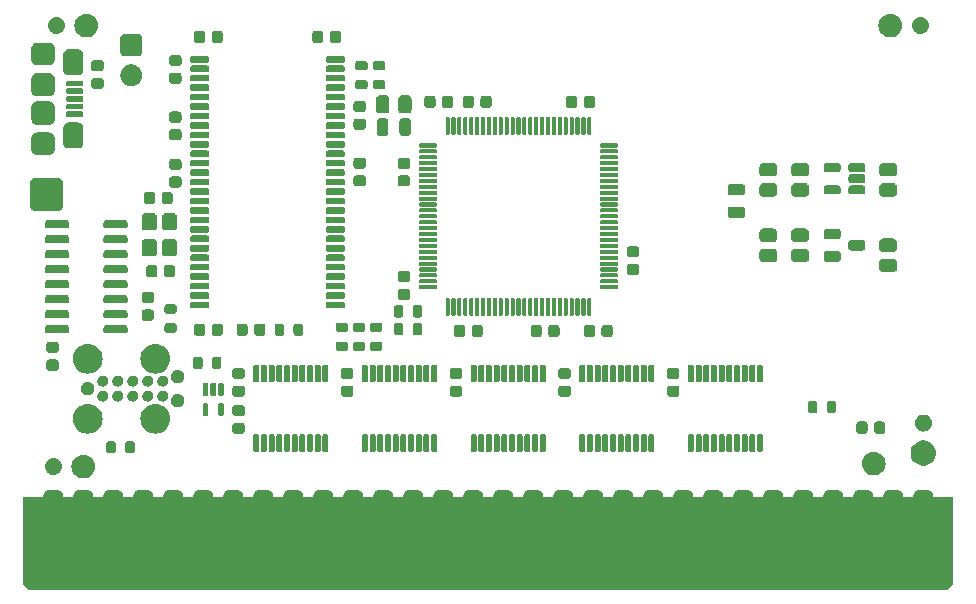
<source format=gts>
G04 #@! TF.GenerationSoftware,KiCad,Pcbnew,7.0.10*
G04 #@! TF.CreationDate,2024-04-24T06:19:39-04:00*
G04 #@! TF.ProjectId,RAM2E,52414d32-452e-46b6-9963-61645f706362,2.1*
G04 #@! TF.SameCoordinates,Original*
G04 #@! TF.FileFunction,Soldermask,Top*
G04 #@! TF.FilePolarity,Negative*
%FSLAX46Y46*%
G04 Gerber Fmt 4.6, Leading zero omitted, Abs format (unit mm)*
G04 Created by KiCad (PCBNEW 7.0.10) date 2024-04-24 06:19:39*
%MOMM*%
%LPD*%
G01*
G04 APERTURE LIST*
G04 APERTURE END LIST*
G36*
X201125999Y-131543771D02*
G01*
X201137712Y-131547869D01*
X201148592Y-131549176D01*
X201204857Y-131571364D01*
X201254635Y-131588782D01*
X201261071Y-131593532D01*
X201264788Y-131594998D01*
X201327758Y-131642749D01*
X201364289Y-131669711D01*
X201391259Y-131706253D01*
X201439001Y-131769211D01*
X201440466Y-131772926D01*
X201445218Y-131779365D01*
X201462642Y-131829162D01*
X201484822Y-131885406D01*
X201486127Y-131896280D01*
X201490229Y-131908001D01*
X201498200Y-131993000D01*
X201498200Y-132042804D01*
X201535396Y-132080000D01*
X202324603Y-132080000D01*
X202361800Y-132042803D01*
X202361800Y-131996798D01*
X202361800Y-131993000D01*
X202369771Y-131908001D01*
X202373869Y-131896288D01*
X202375176Y-131885407D01*
X202397367Y-131829133D01*
X202414782Y-131779365D01*
X202419531Y-131772929D01*
X202420998Y-131769211D01*
X202468777Y-131706204D01*
X202495711Y-131669711D01*
X202532204Y-131642777D01*
X202595211Y-131594998D01*
X202598929Y-131593531D01*
X202605365Y-131588782D01*
X202655140Y-131571365D01*
X202711406Y-131549177D01*
X202722284Y-131547870D01*
X202734001Y-131543771D01*
X202819000Y-131535800D01*
X203581000Y-131535800D01*
X203665999Y-131543771D01*
X203677712Y-131547869D01*
X203688592Y-131549176D01*
X203744857Y-131571364D01*
X203794635Y-131588782D01*
X203801071Y-131593532D01*
X203804788Y-131594998D01*
X203867758Y-131642749D01*
X203904289Y-131669711D01*
X203931259Y-131706253D01*
X203979001Y-131769211D01*
X203980466Y-131772926D01*
X203985218Y-131779365D01*
X204002642Y-131829162D01*
X204024822Y-131885406D01*
X204026127Y-131896280D01*
X204030229Y-131908001D01*
X204038200Y-131993000D01*
X204038200Y-132042804D01*
X204075396Y-132080000D01*
X204864603Y-132080000D01*
X204901800Y-132042803D01*
X204901800Y-131996798D01*
X204901800Y-131993000D01*
X204909771Y-131908001D01*
X204913869Y-131896288D01*
X204915176Y-131885407D01*
X204937367Y-131829133D01*
X204954782Y-131779365D01*
X204959531Y-131772929D01*
X204960998Y-131769211D01*
X205008777Y-131706204D01*
X205035711Y-131669711D01*
X205072204Y-131642777D01*
X205135211Y-131594998D01*
X205138929Y-131593531D01*
X205145365Y-131588782D01*
X205195140Y-131571365D01*
X205251406Y-131549177D01*
X205262284Y-131547870D01*
X205274001Y-131543771D01*
X205359000Y-131535800D01*
X206121000Y-131535800D01*
X206205999Y-131543771D01*
X206217712Y-131547869D01*
X206228592Y-131549176D01*
X206284857Y-131571364D01*
X206334635Y-131588782D01*
X206341071Y-131593532D01*
X206344788Y-131594998D01*
X206407758Y-131642749D01*
X206444289Y-131669711D01*
X206471259Y-131706253D01*
X206519001Y-131769211D01*
X206520466Y-131772926D01*
X206525218Y-131779365D01*
X206542642Y-131829162D01*
X206564822Y-131885406D01*
X206566127Y-131896280D01*
X206570229Y-131908001D01*
X206578200Y-131993000D01*
X206578200Y-132042804D01*
X206615396Y-132080000D01*
X207404603Y-132080000D01*
X207441800Y-132042803D01*
X207441800Y-131996798D01*
X207441800Y-131993000D01*
X207449771Y-131908001D01*
X207453869Y-131896288D01*
X207455176Y-131885407D01*
X207477367Y-131829133D01*
X207494782Y-131779365D01*
X207499531Y-131772929D01*
X207500998Y-131769211D01*
X207548777Y-131706204D01*
X207575711Y-131669711D01*
X207612204Y-131642777D01*
X207675211Y-131594998D01*
X207678929Y-131593531D01*
X207685365Y-131588782D01*
X207735140Y-131571365D01*
X207791406Y-131549177D01*
X207802284Y-131547870D01*
X207814001Y-131543771D01*
X207899000Y-131535800D01*
X208661000Y-131535800D01*
X208745999Y-131543771D01*
X208757712Y-131547869D01*
X208768592Y-131549176D01*
X208824857Y-131571364D01*
X208874635Y-131588782D01*
X208881071Y-131593532D01*
X208884788Y-131594998D01*
X208947758Y-131642749D01*
X208984289Y-131669711D01*
X209011259Y-131706253D01*
X209059001Y-131769211D01*
X209060466Y-131772926D01*
X209065218Y-131779365D01*
X209082642Y-131829162D01*
X209104822Y-131885406D01*
X209106127Y-131896280D01*
X209110229Y-131908001D01*
X209118200Y-131993000D01*
X209118200Y-132042804D01*
X209155396Y-132080000D01*
X209944603Y-132080000D01*
X209981800Y-132042803D01*
X209981800Y-131996798D01*
X209981800Y-131993000D01*
X209989771Y-131908001D01*
X209993869Y-131896288D01*
X209995176Y-131885407D01*
X210017367Y-131829133D01*
X210034782Y-131779365D01*
X210039531Y-131772929D01*
X210040998Y-131769211D01*
X210088777Y-131706204D01*
X210115711Y-131669711D01*
X210152204Y-131642777D01*
X210215211Y-131594998D01*
X210218929Y-131593531D01*
X210225365Y-131588782D01*
X210275140Y-131571365D01*
X210331406Y-131549177D01*
X210342284Y-131547870D01*
X210354001Y-131543771D01*
X210439000Y-131535800D01*
X211201000Y-131535800D01*
X211285999Y-131543771D01*
X211297712Y-131547869D01*
X211308592Y-131549176D01*
X211364857Y-131571364D01*
X211414635Y-131588782D01*
X211421071Y-131593532D01*
X211424788Y-131594998D01*
X211487758Y-131642749D01*
X211524289Y-131669711D01*
X211551259Y-131706253D01*
X211599001Y-131769211D01*
X211600466Y-131772926D01*
X211605218Y-131779365D01*
X211622642Y-131829162D01*
X211644822Y-131885406D01*
X211646127Y-131896280D01*
X211650229Y-131908001D01*
X211658200Y-131993000D01*
X211658200Y-132042804D01*
X211695396Y-132080000D01*
X212484603Y-132080000D01*
X212521800Y-132042803D01*
X212521800Y-131996798D01*
X212521800Y-131993000D01*
X212529771Y-131908001D01*
X212533869Y-131896288D01*
X212535176Y-131885407D01*
X212557367Y-131829133D01*
X212574782Y-131779365D01*
X212579531Y-131772929D01*
X212580998Y-131769211D01*
X212628777Y-131706204D01*
X212655711Y-131669711D01*
X212692204Y-131642777D01*
X212755211Y-131594998D01*
X212758929Y-131593531D01*
X212765365Y-131588782D01*
X212815140Y-131571365D01*
X212871406Y-131549177D01*
X212882284Y-131547870D01*
X212894001Y-131543771D01*
X212979000Y-131535800D01*
X213741000Y-131535800D01*
X213825999Y-131543771D01*
X213837712Y-131547869D01*
X213848592Y-131549176D01*
X213904857Y-131571364D01*
X213954635Y-131588782D01*
X213961071Y-131593532D01*
X213964788Y-131594998D01*
X214027758Y-131642749D01*
X214064289Y-131669711D01*
X214091259Y-131706253D01*
X214139001Y-131769211D01*
X214140466Y-131772926D01*
X214145218Y-131779365D01*
X214162642Y-131829162D01*
X214184822Y-131885406D01*
X214186127Y-131896280D01*
X214190229Y-131908001D01*
X214198200Y-131993000D01*
X214198200Y-132042804D01*
X214235396Y-132080000D01*
X215024603Y-132080000D01*
X215061800Y-132042803D01*
X215061800Y-131996798D01*
X215061800Y-131993000D01*
X215069771Y-131908001D01*
X215073869Y-131896288D01*
X215075176Y-131885407D01*
X215097367Y-131829133D01*
X215114782Y-131779365D01*
X215119531Y-131772929D01*
X215120998Y-131769211D01*
X215168777Y-131706204D01*
X215195711Y-131669711D01*
X215232204Y-131642777D01*
X215295211Y-131594998D01*
X215298929Y-131593531D01*
X215305365Y-131588782D01*
X215355140Y-131571365D01*
X215411406Y-131549177D01*
X215422284Y-131547870D01*
X215434001Y-131543771D01*
X215519000Y-131535800D01*
X216281000Y-131535800D01*
X216365999Y-131543771D01*
X216377712Y-131547869D01*
X216388592Y-131549176D01*
X216444857Y-131571364D01*
X216494635Y-131588782D01*
X216501071Y-131593532D01*
X216504788Y-131594998D01*
X216567758Y-131642749D01*
X216604289Y-131669711D01*
X216631259Y-131706253D01*
X216679001Y-131769211D01*
X216680466Y-131772926D01*
X216685218Y-131779365D01*
X216702642Y-131829162D01*
X216724822Y-131885406D01*
X216726127Y-131896280D01*
X216730229Y-131908001D01*
X216738200Y-131993000D01*
X216738200Y-132042804D01*
X216775396Y-132080000D01*
X217564603Y-132080000D01*
X217601800Y-132042803D01*
X217601800Y-131996798D01*
X217601800Y-131993000D01*
X217609771Y-131908001D01*
X217613869Y-131896288D01*
X217615176Y-131885407D01*
X217637367Y-131829133D01*
X217654782Y-131779365D01*
X217659531Y-131772929D01*
X217660998Y-131769211D01*
X217708777Y-131706204D01*
X217735711Y-131669711D01*
X217772204Y-131642777D01*
X217835211Y-131594998D01*
X217838929Y-131593531D01*
X217845365Y-131588782D01*
X217895140Y-131571365D01*
X217951406Y-131549177D01*
X217962284Y-131547870D01*
X217974001Y-131543771D01*
X218059000Y-131535800D01*
X218821000Y-131535800D01*
X218905999Y-131543771D01*
X218917712Y-131547869D01*
X218928592Y-131549176D01*
X218984857Y-131571364D01*
X219034635Y-131588782D01*
X219041071Y-131593532D01*
X219044788Y-131594998D01*
X219107758Y-131642749D01*
X219144289Y-131669711D01*
X219171259Y-131706253D01*
X219219001Y-131769211D01*
X219220466Y-131772926D01*
X219225218Y-131779365D01*
X219242642Y-131829162D01*
X219264822Y-131885406D01*
X219266127Y-131896280D01*
X219270229Y-131908001D01*
X219278200Y-131993000D01*
X219278200Y-132042804D01*
X219315396Y-132080000D01*
X220104603Y-132080000D01*
X220141800Y-132042803D01*
X220141800Y-131996798D01*
X220141800Y-131993000D01*
X220149771Y-131908001D01*
X220153869Y-131896288D01*
X220155176Y-131885407D01*
X220177367Y-131829133D01*
X220194782Y-131779365D01*
X220199531Y-131772929D01*
X220200998Y-131769211D01*
X220248777Y-131706204D01*
X220275711Y-131669711D01*
X220312204Y-131642777D01*
X220375211Y-131594998D01*
X220378929Y-131593531D01*
X220385365Y-131588782D01*
X220435140Y-131571365D01*
X220491406Y-131549177D01*
X220502284Y-131547870D01*
X220514001Y-131543771D01*
X220599000Y-131535800D01*
X221361000Y-131535800D01*
X221445999Y-131543771D01*
X221457712Y-131547869D01*
X221468592Y-131549176D01*
X221524857Y-131571364D01*
X221574635Y-131588782D01*
X221581071Y-131593532D01*
X221584788Y-131594998D01*
X221647758Y-131642749D01*
X221684289Y-131669711D01*
X221711259Y-131706253D01*
X221759001Y-131769211D01*
X221760466Y-131772926D01*
X221765218Y-131779365D01*
X221782642Y-131829162D01*
X221804822Y-131885406D01*
X221806127Y-131896280D01*
X221810229Y-131908001D01*
X221818200Y-131993000D01*
X221818200Y-132042804D01*
X221855396Y-132080000D01*
X222644603Y-132080000D01*
X222681800Y-132042803D01*
X222681800Y-131996798D01*
X222681800Y-131993000D01*
X222689771Y-131908001D01*
X222693869Y-131896288D01*
X222695176Y-131885407D01*
X222717367Y-131829133D01*
X222734782Y-131779365D01*
X222739531Y-131772929D01*
X222740998Y-131769211D01*
X222788777Y-131706204D01*
X222815711Y-131669711D01*
X222852204Y-131642777D01*
X222915211Y-131594998D01*
X222918929Y-131593531D01*
X222925365Y-131588782D01*
X222975140Y-131571365D01*
X223031406Y-131549177D01*
X223042284Y-131547870D01*
X223054001Y-131543771D01*
X223139000Y-131535800D01*
X223901000Y-131535800D01*
X223985999Y-131543771D01*
X223997712Y-131547869D01*
X224008592Y-131549176D01*
X224064857Y-131571364D01*
X224114635Y-131588782D01*
X224121071Y-131593532D01*
X224124788Y-131594998D01*
X224187758Y-131642749D01*
X224224289Y-131669711D01*
X224251259Y-131706253D01*
X224299001Y-131769211D01*
X224300466Y-131772926D01*
X224305218Y-131779365D01*
X224322642Y-131829162D01*
X224344822Y-131885406D01*
X224346127Y-131896280D01*
X224350229Y-131908001D01*
X224358200Y-131993000D01*
X224358200Y-132042804D01*
X224395396Y-132080000D01*
X225184603Y-132080000D01*
X225221800Y-132042803D01*
X225221800Y-131996798D01*
X225221800Y-131993000D01*
X225229771Y-131908001D01*
X225233869Y-131896288D01*
X225235176Y-131885407D01*
X225257367Y-131829133D01*
X225274782Y-131779365D01*
X225279531Y-131772929D01*
X225280998Y-131769211D01*
X225328777Y-131706204D01*
X225355711Y-131669711D01*
X225392204Y-131642777D01*
X225455211Y-131594998D01*
X225458929Y-131593531D01*
X225465365Y-131588782D01*
X225515140Y-131571365D01*
X225571406Y-131549177D01*
X225582284Y-131547870D01*
X225594001Y-131543771D01*
X225679000Y-131535800D01*
X226441000Y-131535800D01*
X226525999Y-131543771D01*
X226537712Y-131547869D01*
X226548592Y-131549176D01*
X226604857Y-131571364D01*
X226654635Y-131588782D01*
X226661071Y-131593532D01*
X226664788Y-131594998D01*
X226727758Y-131642749D01*
X226764289Y-131669711D01*
X226791259Y-131706253D01*
X226839001Y-131769211D01*
X226840466Y-131772926D01*
X226845218Y-131779365D01*
X226862642Y-131829162D01*
X226884822Y-131885406D01*
X226886127Y-131896280D01*
X226890229Y-131908001D01*
X226898200Y-131993000D01*
X226898200Y-132042804D01*
X226935396Y-132080000D01*
X227724603Y-132080000D01*
X227761800Y-132042803D01*
X227761800Y-131996798D01*
X227761800Y-131993000D01*
X227769771Y-131908001D01*
X227773869Y-131896288D01*
X227775176Y-131885407D01*
X227797367Y-131829133D01*
X227814782Y-131779365D01*
X227819531Y-131772929D01*
X227820998Y-131769211D01*
X227868777Y-131706204D01*
X227895711Y-131669711D01*
X227932204Y-131642777D01*
X227995211Y-131594998D01*
X227998929Y-131593531D01*
X228005365Y-131588782D01*
X228055140Y-131571365D01*
X228111406Y-131549177D01*
X228122284Y-131547870D01*
X228134001Y-131543771D01*
X228219000Y-131535800D01*
X228981000Y-131535800D01*
X229065999Y-131543771D01*
X229077712Y-131547869D01*
X229088592Y-131549176D01*
X229144857Y-131571364D01*
X229194635Y-131588782D01*
X229201071Y-131593532D01*
X229204788Y-131594998D01*
X229267758Y-131642749D01*
X229304289Y-131669711D01*
X229331259Y-131706253D01*
X229379001Y-131769211D01*
X229380466Y-131772926D01*
X229385218Y-131779365D01*
X229402642Y-131829162D01*
X229424822Y-131885406D01*
X229426127Y-131896280D01*
X229430229Y-131908001D01*
X229438200Y-131993000D01*
X229438200Y-132042804D01*
X229475396Y-132080000D01*
X230264603Y-132080000D01*
X230301800Y-132042803D01*
X230301800Y-131996798D01*
X230301800Y-131993000D01*
X230309771Y-131908001D01*
X230313869Y-131896288D01*
X230315176Y-131885407D01*
X230337367Y-131829133D01*
X230354782Y-131779365D01*
X230359531Y-131772929D01*
X230360998Y-131769211D01*
X230408777Y-131706204D01*
X230435711Y-131669711D01*
X230472204Y-131642777D01*
X230535211Y-131594998D01*
X230538929Y-131593531D01*
X230545365Y-131588782D01*
X230595140Y-131571365D01*
X230651406Y-131549177D01*
X230662284Y-131547870D01*
X230674001Y-131543771D01*
X230759000Y-131535800D01*
X231521000Y-131535800D01*
X231605999Y-131543771D01*
X231617712Y-131547869D01*
X231628592Y-131549176D01*
X231684857Y-131571364D01*
X231734635Y-131588782D01*
X231741071Y-131593532D01*
X231744788Y-131594998D01*
X231807758Y-131642749D01*
X231844289Y-131669711D01*
X231871259Y-131706253D01*
X231919001Y-131769211D01*
X231920466Y-131772926D01*
X231925218Y-131779365D01*
X231942642Y-131829162D01*
X231964822Y-131885406D01*
X231966127Y-131896280D01*
X231970229Y-131908001D01*
X231978200Y-131993000D01*
X231978200Y-132042804D01*
X232015396Y-132080000D01*
X232804603Y-132080000D01*
X232841800Y-132042803D01*
X232841800Y-131996798D01*
X232841800Y-131993000D01*
X232849771Y-131908001D01*
X232853869Y-131896288D01*
X232855176Y-131885407D01*
X232877367Y-131829133D01*
X232894782Y-131779365D01*
X232899531Y-131772929D01*
X232900998Y-131769211D01*
X232948777Y-131706204D01*
X232975711Y-131669711D01*
X233012204Y-131642777D01*
X233075211Y-131594998D01*
X233078929Y-131593531D01*
X233085365Y-131588782D01*
X233135140Y-131571365D01*
X233191406Y-131549177D01*
X233202284Y-131547870D01*
X233214001Y-131543771D01*
X233299000Y-131535800D01*
X234061000Y-131535800D01*
X234145999Y-131543771D01*
X234157712Y-131547869D01*
X234168592Y-131549176D01*
X234224857Y-131571364D01*
X234274635Y-131588782D01*
X234281071Y-131593532D01*
X234284788Y-131594998D01*
X234347758Y-131642749D01*
X234384289Y-131669711D01*
X234411259Y-131706253D01*
X234459001Y-131769211D01*
X234460466Y-131772926D01*
X234465218Y-131779365D01*
X234482642Y-131829162D01*
X234504822Y-131885406D01*
X234506127Y-131896280D01*
X234510229Y-131908001D01*
X234518200Y-131993000D01*
X234518200Y-132042804D01*
X234555396Y-132080000D01*
X235344603Y-132080000D01*
X235381800Y-132042803D01*
X235381800Y-131996798D01*
X235381800Y-131993000D01*
X235389771Y-131908001D01*
X235393869Y-131896288D01*
X235395176Y-131885407D01*
X235417367Y-131829133D01*
X235434782Y-131779365D01*
X235439531Y-131772929D01*
X235440998Y-131769211D01*
X235488777Y-131706204D01*
X235515711Y-131669711D01*
X235552204Y-131642777D01*
X235615211Y-131594998D01*
X235618929Y-131593531D01*
X235625365Y-131588782D01*
X235675140Y-131571365D01*
X235731406Y-131549177D01*
X235742284Y-131547870D01*
X235754001Y-131543771D01*
X235839000Y-131535800D01*
X236601000Y-131535800D01*
X236685999Y-131543771D01*
X236697712Y-131547869D01*
X236708592Y-131549176D01*
X236764857Y-131571364D01*
X236814635Y-131588782D01*
X236821071Y-131593532D01*
X236824788Y-131594998D01*
X236887758Y-131642749D01*
X236924289Y-131669711D01*
X236951259Y-131706253D01*
X236999001Y-131769211D01*
X237000466Y-131772926D01*
X237005218Y-131779365D01*
X237022642Y-131829162D01*
X237044822Y-131885406D01*
X237046127Y-131896280D01*
X237050229Y-131908001D01*
X237058200Y-131993000D01*
X237058200Y-132042804D01*
X237095396Y-132080000D01*
X237884603Y-132080000D01*
X237921800Y-132042803D01*
X237921800Y-131996798D01*
X237921800Y-131993000D01*
X237929771Y-131908001D01*
X237933869Y-131896288D01*
X237935176Y-131885407D01*
X237957367Y-131829133D01*
X237974782Y-131779365D01*
X237979531Y-131772929D01*
X237980998Y-131769211D01*
X238028777Y-131706204D01*
X238055711Y-131669711D01*
X238092204Y-131642777D01*
X238155211Y-131594998D01*
X238158929Y-131593531D01*
X238165365Y-131588782D01*
X238215140Y-131571365D01*
X238271406Y-131549177D01*
X238282284Y-131547870D01*
X238294001Y-131543771D01*
X238379000Y-131535800D01*
X239141000Y-131535800D01*
X239225999Y-131543771D01*
X239237712Y-131547869D01*
X239248592Y-131549176D01*
X239304857Y-131571364D01*
X239354635Y-131588782D01*
X239361071Y-131593532D01*
X239364788Y-131594998D01*
X239427758Y-131642749D01*
X239464289Y-131669711D01*
X239491259Y-131706253D01*
X239539001Y-131769211D01*
X239540466Y-131772926D01*
X239545218Y-131779365D01*
X239562642Y-131829162D01*
X239584822Y-131885406D01*
X239586127Y-131896280D01*
X239590229Y-131908001D01*
X239598200Y-131993000D01*
X239598200Y-132042804D01*
X239635396Y-132080000D01*
X240424603Y-132080000D01*
X240461800Y-132042803D01*
X240461800Y-131996798D01*
X240461800Y-131993000D01*
X240469771Y-131908001D01*
X240473869Y-131896288D01*
X240475176Y-131885407D01*
X240497367Y-131829133D01*
X240514782Y-131779365D01*
X240519531Y-131772929D01*
X240520998Y-131769211D01*
X240568777Y-131706204D01*
X240595711Y-131669711D01*
X240632204Y-131642777D01*
X240695211Y-131594998D01*
X240698929Y-131593531D01*
X240705365Y-131588782D01*
X240755140Y-131571365D01*
X240811406Y-131549177D01*
X240822284Y-131547870D01*
X240834001Y-131543771D01*
X240919000Y-131535800D01*
X241681000Y-131535800D01*
X241765999Y-131543771D01*
X241777712Y-131547869D01*
X241788592Y-131549176D01*
X241844857Y-131571364D01*
X241894635Y-131588782D01*
X241901071Y-131593532D01*
X241904788Y-131594998D01*
X241967758Y-131642749D01*
X242004289Y-131669711D01*
X242031259Y-131706253D01*
X242079001Y-131769211D01*
X242080466Y-131772926D01*
X242085218Y-131779365D01*
X242102642Y-131829162D01*
X242124822Y-131885406D01*
X242126127Y-131896280D01*
X242130229Y-131908001D01*
X242138200Y-131993000D01*
X242138200Y-132042804D01*
X242175396Y-132080000D01*
X242964603Y-132080000D01*
X243001800Y-132042803D01*
X243001800Y-131996798D01*
X243001800Y-131993000D01*
X243009771Y-131908001D01*
X243013869Y-131896288D01*
X243015176Y-131885407D01*
X243037367Y-131829133D01*
X243054782Y-131779365D01*
X243059531Y-131772929D01*
X243060998Y-131769211D01*
X243108777Y-131706204D01*
X243135711Y-131669711D01*
X243172204Y-131642777D01*
X243235211Y-131594998D01*
X243238929Y-131593531D01*
X243245365Y-131588782D01*
X243295140Y-131571365D01*
X243351406Y-131549177D01*
X243362284Y-131547870D01*
X243374001Y-131543771D01*
X243459000Y-131535800D01*
X244221000Y-131535800D01*
X244305999Y-131543771D01*
X244317712Y-131547869D01*
X244328592Y-131549176D01*
X244384857Y-131571364D01*
X244434635Y-131588782D01*
X244441071Y-131593532D01*
X244444788Y-131594998D01*
X244507758Y-131642749D01*
X244544289Y-131669711D01*
X244571259Y-131706253D01*
X244619001Y-131769211D01*
X244620466Y-131772926D01*
X244625218Y-131779365D01*
X244642642Y-131829162D01*
X244664822Y-131885406D01*
X244666127Y-131896280D01*
X244670229Y-131908001D01*
X244678200Y-131993000D01*
X244678200Y-132042804D01*
X244715396Y-132080000D01*
X245504603Y-132080000D01*
X245541800Y-132042803D01*
X245541800Y-131996798D01*
X245541800Y-131993000D01*
X245549771Y-131908001D01*
X245553869Y-131896288D01*
X245555176Y-131885407D01*
X245577367Y-131829133D01*
X245594782Y-131779365D01*
X245599531Y-131772929D01*
X245600998Y-131769211D01*
X245648777Y-131706204D01*
X245675711Y-131669711D01*
X245712204Y-131642777D01*
X245775211Y-131594998D01*
X245778929Y-131593531D01*
X245785365Y-131588782D01*
X245835140Y-131571365D01*
X245891406Y-131549177D01*
X245902284Y-131547870D01*
X245914001Y-131543771D01*
X245999000Y-131535800D01*
X246761000Y-131535800D01*
X246845999Y-131543771D01*
X246857712Y-131547869D01*
X246868592Y-131549176D01*
X246924857Y-131571364D01*
X246974635Y-131588782D01*
X246981071Y-131593532D01*
X246984788Y-131594998D01*
X247047758Y-131642749D01*
X247084289Y-131669711D01*
X247111259Y-131706253D01*
X247159001Y-131769211D01*
X247160466Y-131772926D01*
X247165218Y-131779365D01*
X247182642Y-131829162D01*
X247204822Y-131885406D01*
X247206127Y-131896280D01*
X247210229Y-131908001D01*
X247218200Y-131993000D01*
X247218200Y-132042804D01*
X247255396Y-132080000D01*
X248044603Y-132080000D01*
X248081800Y-132042803D01*
X248081800Y-131996798D01*
X248081800Y-131993000D01*
X248089771Y-131908001D01*
X248093869Y-131896288D01*
X248095176Y-131885407D01*
X248117367Y-131829133D01*
X248134782Y-131779365D01*
X248139531Y-131772929D01*
X248140998Y-131769211D01*
X248188777Y-131706204D01*
X248215711Y-131669711D01*
X248252204Y-131642777D01*
X248315211Y-131594998D01*
X248318929Y-131593531D01*
X248325365Y-131588782D01*
X248375140Y-131571365D01*
X248431406Y-131549177D01*
X248442284Y-131547870D01*
X248454001Y-131543771D01*
X248539000Y-131535800D01*
X249301000Y-131535800D01*
X249385999Y-131543771D01*
X249397712Y-131547869D01*
X249408592Y-131549176D01*
X249464857Y-131571364D01*
X249514635Y-131588782D01*
X249521071Y-131593532D01*
X249524788Y-131594998D01*
X249587758Y-131642749D01*
X249624289Y-131669711D01*
X249651259Y-131706253D01*
X249699001Y-131769211D01*
X249700466Y-131772926D01*
X249705218Y-131779365D01*
X249722642Y-131829162D01*
X249744822Y-131885406D01*
X249746127Y-131896280D01*
X249750229Y-131908001D01*
X249758200Y-131993000D01*
X249758200Y-132042804D01*
X249795396Y-132080000D01*
X250584603Y-132080000D01*
X250621800Y-132042803D01*
X250621800Y-131996798D01*
X250621800Y-131993000D01*
X250629771Y-131908001D01*
X250633869Y-131896288D01*
X250635176Y-131885407D01*
X250657367Y-131829133D01*
X250674782Y-131779365D01*
X250679531Y-131772929D01*
X250680998Y-131769211D01*
X250728777Y-131706204D01*
X250755711Y-131669711D01*
X250792204Y-131642777D01*
X250855211Y-131594998D01*
X250858929Y-131593531D01*
X250865365Y-131588782D01*
X250915140Y-131571365D01*
X250971406Y-131549177D01*
X250982284Y-131547870D01*
X250994001Y-131543771D01*
X251079000Y-131535800D01*
X251841000Y-131535800D01*
X251925999Y-131543771D01*
X251937712Y-131547869D01*
X251948592Y-131549176D01*
X252004857Y-131571364D01*
X252054635Y-131588782D01*
X252061071Y-131593532D01*
X252064788Y-131594998D01*
X252127758Y-131642749D01*
X252164289Y-131669711D01*
X252191259Y-131706253D01*
X252239001Y-131769211D01*
X252240466Y-131772926D01*
X252245218Y-131779365D01*
X252262642Y-131829162D01*
X252284822Y-131885406D01*
X252286127Y-131896280D01*
X252290229Y-131908001D01*
X252298200Y-131993000D01*
X252298200Y-132042804D01*
X252335396Y-132080000D01*
X253124603Y-132080000D01*
X253161800Y-132042803D01*
X253161800Y-131996798D01*
X253161800Y-131993000D01*
X253169771Y-131908001D01*
X253173869Y-131896288D01*
X253175176Y-131885407D01*
X253197367Y-131829133D01*
X253214782Y-131779365D01*
X253219531Y-131772929D01*
X253220998Y-131769211D01*
X253268777Y-131706204D01*
X253295711Y-131669711D01*
X253332204Y-131642777D01*
X253395211Y-131594998D01*
X253398929Y-131593531D01*
X253405365Y-131588782D01*
X253455140Y-131571365D01*
X253511406Y-131549177D01*
X253522284Y-131547870D01*
X253534001Y-131543771D01*
X253619000Y-131535800D01*
X254381000Y-131535800D01*
X254465999Y-131543771D01*
X254477712Y-131547869D01*
X254488592Y-131549176D01*
X254544857Y-131571364D01*
X254594635Y-131588782D01*
X254601071Y-131593532D01*
X254604788Y-131594998D01*
X254667758Y-131642749D01*
X254704289Y-131669711D01*
X254731259Y-131706253D01*
X254779001Y-131769211D01*
X254780466Y-131772926D01*
X254785218Y-131779365D01*
X254802642Y-131829162D01*
X254824822Y-131885406D01*
X254826127Y-131896280D01*
X254830229Y-131908001D01*
X254838200Y-131993000D01*
X254838200Y-132042804D01*
X254875396Y-132080000D01*
X255664603Y-132080000D01*
X255701800Y-132042803D01*
X255701800Y-131996798D01*
X255701800Y-131993000D01*
X255709771Y-131908001D01*
X255713869Y-131896288D01*
X255715176Y-131885407D01*
X255737367Y-131829133D01*
X255754782Y-131779365D01*
X255759531Y-131772929D01*
X255760998Y-131769211D01*
X255808777Y-131706204D01*
X255835711Y-131669711D01*
X255872204Y-131642777D01*
X255935211Y-131594998D01*
X255938929Y-131593531D01*
X255945365Y-131588782D01*
X255995140Y-131571365D01*
X256051406Y-131549177D01*
X256062284Y-131547870D01*
X256074001Y-131543771D01*
X256159000Y-131535800D01*
X256921000Y-131535800D01*
X257005999Y-131543771D01*
X257017712Y-131547869D01*
X257028592Y-131549176D01*
X257084857Y-131571364D01*
X257134635Y-131588782D01*
X257141071Y-131593532D01*
X257144788Y-131594998D01*
X257207758Y-131642749D01*
X257244289Y-131669711D01*
X257271259Y-131706253D01*
X257319001Y-131769211D01*
X257320466Y-131772926D01*
X257325218Y-131779365D01*
X257342642Y-131829162D01*
X257364822Y-131885406D01*
X257366127Y-131896280D01*
X257370229Y-131908001D01*
X257378200Y-131993000D01*
X257378200Y-132042804D01*
X257415396Y-132080000D01*
X258204603Y-132080000D01*
X258241800Y-132042803D01*
X258241800Y-131996798D01*
X258241800Y-131993000D01*
X258249771Y-131908001D01*
X258253869Y-131896288D01*
X258255176Y-131885407D01*
X258277367Y-131829133D01*
X258294782Y-131779365D01*
X258299531Y-131772929D01*
X258300998Y-131769211D01*
X258348777Y-131706204D01*
X258375711Y-131669711D01*
X258412204Y-131642777D01*
X258475211Y-131594998D01*
X258478929Y-131593531D01*
X258485365Y-131588782D01*
X258535140Y-131571365D01*
X258591406Y-131549177D01*
X258602284Y-131547870D01*
X258614001Y-131543771D01*
X258699000Y-131535800D01*
X259461000Y-131535800D01*
X259545999Y-131543771D01*
X259557712Y-131547869D01*
X259568592Y-131549176D01*
X259624857Y-131571364D01*
X259674635Y-131588782D01*
X259681071Y-131593532D01*
X259684788Y-131594998D01*
X259747758Y-131642749D01*
X259784289Y-131669711D01*
X259811259Y-131706253D01*
X259859001Y-131769211D01*
X259860466Y-131772926D01*
X259865218Y-131779365D01*
X259882642Y-131829162D01*
X259904822Y-131885406D01*
X259906127Y-131896280D01*
X259910229Y-131908001D01*
X259918200Y-131993000D01*
X259918200Y-132042804D01*
X259955396Y-132080000D01*
X260744603Y-132080000D01*
X260781800Y-132042803D01*
X260781800Y-131996798D01*
X260781800Y-131993000D01*
X260789771Y-131908001D01*
X260793869Y-131896288D01*
X260795176Y-131885407D01*
X260817367Y-131829133D01*
X260834782Y-131779365D01*
X260839531Y-131772929D01*
X260840998Y-131769211D01*
X260888777Y-131706204D01*
X260915711Y-131669711D01*
X260952204Y-131642777D01*
X261015211Y-131594998D01*
X261018929Y-131593531D01*
X261025365Y-131588782D01*
X261075140Y-131571365D01*
X261131406Y-131549177D01*
X261142284Y-131547870D01*
X261154001Y-131543771D01*
X261239000Y-131535800D01*
X262001000Y-131535800D01*
X262085999Y-131543771D01*
X262097712Y-131547869D01*
X262108592Y-131549176D01*
X262164857Y-131571364D01*
X262214635Y-131588782D01*
X262221071Y-131593532D01*
X262224788Y-131594998D01*
X262287758Y-131642749D01*
X262324289Y-131669711D01*
X262351259Y-131706253D01*
X262399001Y-131769211D01*
X262400466Y-131772926D01*
X262405218Y-131779365D01*
X262422642Y-131829162D01*
X262444822Y-131885406D01*
X262446127Y-131896280D01*
X262450229Y-131908001D01*
X262458200Y-131993000D01*
X262458200Y-132042804D01*
X262495396Y-132080000D01*
X263284603Y-132080000D01*
X263321800Y-132042803D01*
X263321800Y-131996798D01*
X263321800Y-131993000D01*
X263329771Y-131908001D01*
X263333869Y-131896288D01*
X263335176Y-131885407D01*
X263357367Y-131829133D01*
X263374782Y-131779365D01*
X263379531Y-131772929D01*
X263380998Y-131769211D01*
X263428777Y-131706204D01*
X263455711Y-131669711D01*
X263492204Y-131642777D01*
X263555211Y-131594998D01*
X263558929Y-131593531D01*
X263565365Y-131588782D01*
X263615140Y-131571365D01*
X263671406Y-131549177D01*
X263682284Y-131547870D01*
X263694001Y-131543771D01*
X263779000Y-131535800D01*
X264541000Y-131535800D01*
X264625999Y-131543771D01*
X264637712Y-131547869D01*
X264648592Y-131549176D01*
X264704857Y-131571364D01*
X264754635Y-131588782D01*
X264761071Y-131593532D01*
X264764788Y-131594998D01*
X264827758Y-131642749D01*
X264864289Y-131669711D01*
X264891259Y-131706253D01*
X264939001Y-131769211D01*
X264940466Y-131772926D01*
X264945218Y-131779365D01*
X264962642Y-131829162D01*
X264984822Y-131885406D01*
X264986127Y-131896280D01*
X264990229Y-131908001D01*
X264998200Y-131993000D01*
X264998200Y-132042804D01*
X265035396Y-132080000D01*
X265824603Y-132080000D01*
X265861800Y-132042803D01*
X265861800Y-131996798D01*
X265861800Y-131993000D01*
X265869771Y-131908001D01*
X265873869Y-131896288D01*
X265875176Y-131885407D01*
X265897367Y-131829133D01*
X265914782Y-131779365D01*
X265919531Y-131772929D01*
X265920998Y-131769211D01*
X265968777Y-131706204D01*
X265995711Y-131669711D01*
X266032204Y-131642777D01*
X266095211Y-131594998D01*
X266098929Y-131593531D01*
X266105365Y-131588782D01*
X266155140Y-131571365D01*
X266211406Y-131549177D01*
X266222284Y-131547870D01*
X266234001Y-131543771D01*
X266319000Y-131535800D01*
X267081000Y-131535800D01*
X267165999Y-131543771D01*
X267177712Y-131547869D01*
X267188592Y-131549176D01*
X267244857Y-131571364D01*
X267294635Y-131588782D01*
X267301071Y-131593532D01*
X267304788Y-131594998D01*
X267367758Y-131642749D01*
X267404289Y-131669711D01*
X267431259Y-131706253D01*
X267479001Y-131769211D01*
X267480466Y-131772926D01*
X267485218Y-131779365D01*
X267502642Y-131829162D01*
X267524822Y-131885406D01*
X267526127Y-131896280D01*
X267530229Y-131908001D01*
X267538200Y-131993000D01*
X267538200Y-132042804D01*
X267575396Y-132080000D01*
X268364603Y-132080000D01*
X268401800Y-132042803D01*
X268401800Y-131996798D01*
X268401800Y-131993000D01*
X268409771Y-131908001D01*
X268413869Y-131896288D01*
X268415176Y-131885407D01*
X268437367Y-131829133D01*
X268454782Y-131779365D01*
X268459531Y-131772929D01*
X268460998Y-131769211D01*
X268508777Y-131706204D01*
X268535711Y-131669711D01*
X268572204Y-131642777D01*
X268635211Y-131594998D01*
X268638929Y-131593531D01*
X268645365Y-131588782D01*
X268695140Y-131571365D01*
X268751406Y-131549177D01*
X268762284Y-131547870D01*
X268774001Y-131543771D01*
X268859000Y-131535800D01*
X269621000Y-131535800D01*
X269705999Y-131543771D01*
X269717712Y-131547869D01*
X269728592Y-131549176D01*
X269784857Y-131571364D01*
X269834635Y-131588782D01*
X269841071Y-131593532D01*
X269844788Y-131594998D01*
X269907758Y-131642749D01*
X269944289Y-131669711D01*
X269971259Y-131706253D01*
X270019001Y-131769211D01*
X270020466Y-131772926D01*
X270025218Y-131779365D01*
X270042642Y-131829162D01*
X270064822Y-131885406D01*
X270066127Y-131896280D01*
X270070229Y-131908001D01*
X270078200Y-131993000D01*
X270078200Y-132042804D01*
X270115396Y-132080000D01*
X270904603Y-132080000D01*
X270941800Y-132042803D01*
X270941800Y-131996798D01*
X270941800Y-131993000D01*
X270949771Y-131908001D01*
X270953869Y-131896288D01*
X270955176Y-131885407D01*
X270977367Y-131829133D01*
X270994782Y-131779365D01*
X270999531Y-131772929D01*
X271000998Y-131769211D01*
X271048777Y-131706204D01*
X271075711Y-131669711D01*
X271112204Y-131642777D01*
X271175211Y-131594998D01*
X271178929Y-131593531D01*
X271185365Y-131588782D01*
X271235140Y-131571365D01*
X271291406Y-131549177D01*
X271302284Y-131547870D01*
X271314001Y-131543771D01*
X271399000Y-131535800D01*
X272161000Y-131535800D01*
X272245999Y-131543771D01*
X272257712Y-131547869D01*
X272268592Y-131549176D01*
X272324857Y-131571364D01*
X272374635Y-131588782D01*
X272381071Y-131593532D01*
X272384788Y-131594998D01*
X272447758Y-131642749D01*
X272484289Y-131669711D01*
X272511259Y-131706253D01*
X272559001Y-131769211D01*
X272560466Y-131772926D01*
X272565218Y-131779365D01*
X272582642Y-131829162D01*
X272604822Y-131885406D01*
X272606127Y-131896280D01*
X272610229Y-131908001D01*
X272618200Y-131993000D01*
X272618200Y-132042804D01*
X272655396Y-132080000D01*
X273444603Y-132080000D01*
X273481800Y-132042803D01*
X273481800Y-131996798D01*
X273481800Y-131993000D01*
X273489771Y-131908001D01*
X273493869Y-131896288D01*
X273495176Y-131885407D01*
X273517367Y-131829133D01*
X273534782Y-131779365D01*
X273539531Y-131772929D01*
X273540998Y-131769211D01*
X273588777Y-131706204D01*
X273615711Y-131669711D01*
X273652204Y-131642777D01*
X273715211Y-131594998D01*
X273718929Y-131593531D01*
X273725365Y-131588782D01*
X273775140Y-131571365D01*
X273831406Y-131549177D01*
X273842284Y-131547870D01*
X273854001Y-131543771D01*
X273939000Y-131535800D01*
X274701000Y-131535800D01*
X274785999Y-131543771D01*
X274797712Y-131547869D01*
X274808592Y-131549176D01*
X274864857Y-131571364D01*
X274914635Y-131588782D01*
X274921071Y-131593532D01*
X274924788Y-131594998D01*
X274987758Y-131642749D01*
X275024289Y-131669711D01*
X275051259Y-131706253D01*
X275099001Y-131769211D01*
X275100466Y-131772926D01*
X275105218Y-131779365D01*
X275122642Y-131829162D01*
X275144822Y-131885406D01*
X275146127Y-131896280D01*
X275150229Y-131908001D01*
X275158200Y-131993000D01*
X275158200Y-132042804D01*
X275195396Y-132080000D01*
X276860000Y-132080000D01*
X276860000Y-139446000D01*
X276352000Y-139954000D01*
X276339372Y-139954000D01*
X198640631Y-139954000D01*
X198628000Y-139954000D01*
X198120000Y-139446000D01*
X198120000Y-132080000D01*
X199784603Y-132080000D01*
X199821800Y-132042803D01*
X199821800Y-131996798D01*
X199821800Y-131993000D01*
X199829771Y-131908001D01*
X199833869Y-131896288D01*
X199835176Y-131885407D01*
X199857367Y-131829133D01*
X199874782Y-131779365D01*
X199879531Y-131772929D01*
X199880998Y-131769211D01*
X199928777Y-131706204D01*
X199955711Y-131669711D01*
X199992204Y-131642777D01*
X200055211Y-131594998D01*
X200058929Y-131593531D01*
X200065365Y-131588782D01*
X200115140Y-131571365D01*
X200171406Y-131549177D01*
X200182284Y-131547870D01*
X200194001Y-131543771D01*
X200279000Y-131535800D01*
X201041000Y-131535800D01*
X201125999Y-131543771D01*
G37*
G36*
X203395090Y-128559215D02*
G01*
X203582683Y-128616120D01*
X203755570Y-128708530D01*
X203907107Y-128832893D01*
X204031470Y-128984430D01*
X204123880Y-129157317D01*
X204180785Y-129344910D01*
X204200000Y-129540000D01*
X204180785Y-129735090D01*
X204123880Y-129922683D01*
X204031470Y-130095570D01*
X203907107Y-130247107D01*
X203755570Y-130371470D01*
X203582683Y-130463880D01*
X203395090Y-130520785D01*
X203200000Y-130540000D01*
X203004910Y-130520785D01*
X202817317Y-130463880D01*
X202644430Y-130371470D01*
X202492893Y-130247107D01*
X202368530Y-130095570D01*
X202276120Y-129922683D01*
X202219215Y-129735090D01*
X202200000Y-129540000D01*
X202219215Y-129344910D01*
X202276120Y-129157317D01*
X202368530Y-128984430D01*
X202492893Y-128832893D01*
X202644430Y-128708530D01*
X202817317Y-128616120D01*
X203004910Y-128559215D01*
X203200000Y-128540000D01*
X203395090Y-128559215D01*
G37*
G36*
X270324090Y-128305215D02*
G01*
X270511683Y-128362120D01*
X270684570Y-128454530D01*
X270836107Y-128578893D01*
X270960470Y-128730430D01*
X271052880Y-128903317D01*
X271109785Y-129090910D01*
X271129000Y-129286000D01*
X271109785Y-129481090D01*
X271052880Y-129668683D01*
X270960470Y-129841570D01*
X270836107Y-129993107D01*
X270684570Y-130117470D01*
X270511683Y-130209880D01*
X270324090Y-130266785D01*
X270129000Y-130286000D01*
X269933910Y-130266785D01*
X269746317Y-130209880D01*
X269573430Y-130117470D01*
X269421893Y-129993107D01*
X269297530Y-129841570D01*
X269205120Y-129668683D01*
X269148215Y-129481090D01*
X269129000Y-129286000D01*
X269148215Y-129090910D01*
X269205120Y-128903317D01*
X269297530Y-128730430D01*
X269421893Y-128578893D01*
X269573430Y-128454530D01*
X269746317Y-128362120D01*
X269933910Y-128305215D01*
X270129000Y-128286000D01*
X270324090Y-128305215D01*
G37*
G36*
X200821105Y-128834152D02*
G01*
X200974132Y-128887699D01*
X201111407Y-128973954D01*
X201226046Y-129088593D01*
X201312301Y-129225868D01*
X201365848Y-129378895D01*
X201384000Y-129540000D01*
X201365848Y-129701105D01*
X201312301Y-129854132D01*
X201226046Y-129991407D01*
X201111407Y-130106046D01*
X200974132Y-130192301D01*
X200821105Y-130245848D01*
X200660000Y-130264000D01*
X200498895Y-130245848D01*
X200345868Y-130192301D01*
X200208593Y-130106046D01*
X200093954Y-129991407D01*
X200007699Y-129854132D01*
X199954152Y-129701105D01*
X199936000Y-129540000D01*
X199954152Y-129378895D01*
X200007699Y-129225868D01*
X200093954Y-129088593D01*
X200208593Y-128973954D01*
X200345868Y-128887699D01*
X200498895Y-128834152D01*
X200660000Y-128816000D01*
X200821105Y-128834152D01*
G37*
G36*
X274614516Y-127361883D02*
G01*
X274799704Y-127433625D01*
X274968555Y-127538174D01*
X275115321Y-127671969D01*
X275235004Y-127830454D01*
X275323527Y-128008232D01*
X275377876Y-128199249D01*
X275396200Y-128397000D01*
X275377876Y-128594751D01*
X275323527Y-128785768D01*
X275235004Y-128963546D01*
X275115321Y-129122031D01*
X274968555Y-129255826D01*
X274799704Y-129360375D01*
X274614516Y-129432117D01*
X274419299Y-129468609D01*
X274220701Y-129468609D01*
X274025484Y-129432117D01*
X273840296Y-129360375D01*
X273671445Y-129255826D01*
X273524679Y-129122031D01*
X273404996Y-128963546D01*
X273316473Y-128785768D01*
X273262124Y-128594751D01*
X273243800Y-128397000D01*
X273262124Y-128199249D01*
X273316473Y-128008232D01*
X273404996Y-127830454D01*
X273524679Y-127671969D01*
X273671445Y-127538174D01*
X273840296Y-127433625D01*
X274025484Y-127361883D01*
X274220701Y-127325391D01*
X274419299Y-127325391D01*
X274614516Y-127361883D01*
G37*
G36*
X205730139Y-127376022D02*
G01*
X205774192Y-127381133D01*
X205789243Y-127387778D01*
X205811104Y-127392127D01*
X205834506Y-127407763D01*
X205851531Y-127415281D01*
X205863159Y-127426909D01*
X205884099Y-127440901D01*
X205898090Y-127461840D01*
X205909718Y-127473468D01*
X205917234Y-127490491D01*
X205932873Y-127513896D01*
X205937221Y-127535759D01*
X205943866Y-127550807D01*
X205948975Y-127594850D01*
X205950000Y-127600000D01*
X205950000Y-128200000D01*
X205948975Y-128205151D01*
X205943866Y-128249192D01*
X205937222Y-128264239D01*
X205932873Y-128286104D01*
X205917233Y-128309510D01*
X205909718Y-128326531D01*
X205898092Y-128338156D01*
X205884099Y-128359099D01*
X205863156Y-128373092D01*
X205851531Y-128384718D01*
X205834510Y-128392233D01*
X205811104Y-128407873D01*
X205789239Y-128412222D01*
X205774192Y-128418866D01*
X205730151Y-128423975D01*
X205725000Y-128425000D01*
X205375000Y-128425000D01*
X205369850Y-128423975D01*
X205325807Y-128418866D01*
X205310759Y-128412221D01*
X205288896Y-128407873D01*
X205265491Y-128392234D01*
X205248468Y-128384718D01*
X205236840Y-128373090D01*
X205215901Y-128359099D01*
X205201909Y-128338159D01*
X205190281Y-128326531D01*
X205182763Y-128309506D01*
X205167127Y-128286104D01*
X205162778Y-128264243D01*
X205156133Y-128249192D01*
X205151022Y-128205139D01*
X205150000Y-128200000D01*
X205150000Y-127600000D01*
X205151021Y-127594862D01*
X205156133Y-127550807D01*
X205162779Y-127535754D01*
X205167127Y-127513896D01*
X205182762Y-127490495D01*
X205190281Y-127473468D01*
X205201911Y-127461837D01*
X205215901Y-127440901D01*
X205236837Y-127426911D01*
X205248468Y-127415281D01*
X205265495Y-127407762D01*
X205288896Y-127392127D01*
X205310754Y-127387779D01*
X205325807Y-127381133D01*
X205369862Y-127376021D01*
X205375000Y-127375000D01*
X205725000Y-127375000D01*
X205730139Y-127376022D01*
G37*
G36*
X207330139Y-127376022D02*
G01*
X207374192Y-127381133D01*
X207389243Y-127387778D01*
X207411104Y-127392127D01*
X207434506Y-127407763D01*
X207451531Y-127415281D01*
X207463159Y-127426909D01*
X207484099Y-127440901D01*
X207498090Y-127461840D01*
X207509718Y-127473468D01*
X207517234Y-127490491D01*
X207532873Y-127513896D01*
X207537221Y-127535759D01*
X207543866Y-127550807D01*
X207548975Y-127594850D01*
X207550000Y-127600000D01*
X207550000Y-128200000D01*
X207548975Y-128205151D01*
X207543866Y-128249192D01*
X207537222Y-128264239D01*
X207532873Y-128286104D01*
X207517233Y-128309510D01*
X207509718Y-128326531D01*
X207498092Y-128338156D01*
X207484099Y-128359099D01*
X207463156Y-128373092D01*
X207451531Y-128384718D01*
X207434510Y-128392233D01*
X207411104Y-128407873D01*
X207389239Y-128412222D01*
X207374192Y-128418866D01*
X207330151Y-128423975D01*
X207325000Y-128425000D01*
X206975000Y-128425000D01*
X206969850Y-128423975D01*
X206925807Y-128418866D01*
X206910759Y-128412221D01*
X206888896Y-128407873D01*
X206865491Y-128392234D01*
X206848468Y-128384718D01*
X206836840Y-128373090D01*
X206815901Y-128359099D01*
X206801909Y-128338159D01*
X206790281Y-128326531D01*
X206782763Y-128309506D01*
X206767127Y-128286104D01*
X206762778Y-128264243D01*
X206756133Y-128249192D01*
X206751022Y-128205139D01*
X206750000Y-128200000D01*
X206750000Y-127600000D01*
X206751021Y-127594862D01*
X206756133Y-127550807D01*
X206762779Y-127535754D01*
X206767127Y-127513896D01*
X206782762Y-127490495D01*
X206790281Y-127473468D01*
X206801911Y-127461837D01*
X206815901Y-127440901D01*
X206836837Y-127426911D01*
X206848468Y-127415281D01*
X206865495Y-127407762D01*
X206888896Y-127392127D01*
X206910754Y-127387779D01*
X206925807Y-127381133D01*
X206969862Y-127376021D01*
X206975000Y-127375000D01*
X207325000Y-127375000D01*
X207330139Y-127376022D01*
G37*
G36*
X218014736Y-126811390D02*
G01*
X218059020Y-126840980D01*
X218088610Y-126885264D01*
X218099000Y-126937500D01*
X218099000Y-128162500D01*
X218088610Y-128214736D01*
X218059020Y-128259020D01*
X218014736Y-128288610D01*
X217962500Y-128299000D01*
X217737500Y-128299000D01*
X217685264Y-128288610D01*
X217640980Y-128259020D01*
X217611390Y-128214736D01*
X217601000Y-128162500D01*
X217601000Y-126937500D01*
X217611390Y-126885264D01*
X217640980Y-126840980D01*
X217685264Y-126811390D01*
X217737500Y-126801000D01*
X217962500Y-126801000D01*
X218014736Y-126811390D01*
G37*
G36*
X218664736Y-126811390D02*
G01*
X218709020Y-126840980D01*
X218738610Y-126885264D01*
X218749000Y-126937500D01*
X218749000Y-128162500D01*
X218738610Y-128214736D01*
X218709020Y-128259020D01*
X218664736Y-128288610D01*
X218612500Y-128299000D01*
X218387500Y-128299000D01*
X218335264Y-128288610D01*
X218290980Y-128259020D01*
X218261390Y-128214736D01*
X218251000Y-128162500D01*
X218251000Y-126937500D01*
X218261390Y-126885264D01*
X218290980Y-126840980D01*
X218335264Y-126811390D01*
X218387500Y-126801000D01*
X218612500Y-126801000D01*
X218664736Y-126811390D01*
G37*
G36*
X219314736Y-126811390D02*
G01*
X219359020Y-126840980D01*
X219388610Y-126885264D01*
X219399000Y-126937500D01*
X219399000Y-128162500D01*
X219388610Y-128214736D01*
X219359020Y-128259020D01*
X219314736Y-128288610D01*
X219262500Y-128299000D01*
X219037500Y-128299000D01*
X218985264Y-128288610D01*
X218940980Y-128259020D01*
X218911390Y-128214736D01*
X218901000Y-128162500D01*
X218901000Y-126937500D01*
X218911390Y-126885264D01*
X218940980Y-126840980D01*
X218985264Y-126811390D01*
X219037500Y-126801000D01*
X219262500Y-126801000D01*
X219314736Y-126811390D01*
G37*
G36*
X219964736Y-126811390D02*
G01*
X220009020Y-126840980D01*
X220038610Y-126885264D01*
X220049000Y-126937500D01*
X220049000Y-128162500D01*
X220038610Y-128214736D01*
X220009020Y-128259020D01*
X219964736Y-128288610D01*
X219912500Y-128299000D01*
X219687500Y-128299000D01*
X219635264Y-128288610D01*
X219590980Y-128259020D01*
X219561390Y-128214736D01*
X219551000Y-128162500D01*
X219551000Y-126937500D01*
X219561390Y-126885264D01*
X219590980Y-126840980D01*
X219635264Y-126811390D01*
X219687500Y-126801000D01*
X219912500Y-126801000D01*
X219964736Y-126811390D01*
G37*
G36*
X220614736Y-126811390D02*
G01*
X220659020Y-126840980D01*
X220688610Y-126885264D01*
X220699000Y-126937500D01*
X220699000Y-128162500D01*
X220688610Y-128214736D01*
X220659020Y-128259020D01*
X220614736Y-128288610D01*
X220562500Y-128299000D01*
X220337500Y-128299000D01*
X220285264Y-128288610D01*
X220240980Y-128259020D01*
X220211390Y-128214736D01*
X220201000Y-128162500D01*
X220201000Y-126937500D01*
X220211390Y-126885264D01*
X220240980Y-126840980D01*
X220285264Y-126811390D01*
X220337500Y-126801000D01*
X220562500Y-126801000D01*
X220614736Y-126811390D01*
G37*
G36*
X221264736Y-126811390D02*
G01*
X221309020Y-126840980D01*
X221338610Y-126885264D01*
X221349000Y-126937500D01*
X221349000Y-128162500D01*
X221338610Y-128214736D01*
X221309020Y-128259020D01*
X221264736Y-128288610D01*
X221212500Y-128299000D01*
X220987500Y-128299000D01*
X220935264Y-128288610D01*
X220890980Y-128259020D01*
X220861390Y-128214736D01*
X220851000Y-128162500D01*
X220851000Y-126937500D01*
X220861390Y-126885264D01*
X220890980Y-126840980D01*
X220935264Y-126811390D01*
X220987500Y-126801000D01*
X221212500Y-126801000D01*
X221264736Y-126811390D01*
G37*
G36*
X221914736Y-126811390D02*
G01*
X221959020Y-126840980D01*
X221988610Y-126885264D01*
X221999000Y-126937500D01*
X221999000Y-128162500D01*
X221988610Y-128214736D01*
X221959020Y-128259020D01*
X221914736Y-128288610D01*
X221862500Y-128299000D01*
X221637500Y-128299000D01*
X221585264Y-128288610D01*
X221540980Y-128259020D01*
X221511390Y-128214736D01*
X221501000Y-128162500D01*
X221501000Y-126937500D01*
X221511390Y-126885264D01*
X221540980Y-126840980D01*
X221585264Y-126811390D01*
X221637500Y-126801000D01*
X221862500Y-126801000D01*
X221914736Y-126811390D01*
G37*
G36*
X222564736Y-126811390D02*
G01*
X222609020Y-126840980D01*
X222638610Y-126885264D01*
X222649000Y-126937500D01*
X222649000Y-128162500D01*
X222638610Y-128214736D01*
X222609020Y-128259020D01*
X222564736Y-128288610D01*
X222512500Y-128299000D01*
X222287500Y-128299000D01*
X222235264Y-128288610D01*
X222190980Y-128259020D01*
X222161390Y-128214736D01*
X222151000Y-128162500D01*
X222151000Y-126937500D01*
X222161390Y-126885264D01*
X222190980Y-126840980D01*
X222235264Y-126811390D01*
X222287500Y-126801000D01*
X222512500Y-126801000D01*
X222564736Y-126811390D01*
G37*
G36*
X223214736Y-126811390D02*
G01*
X223259020Y-126840980D01*
X223288610Y-126885264D01*
X223299000Y-126937500D01*
X223299000Y-128162500D01*
X223288610Y-128214736D01*
X223259020Y-128259020D01*
X223214736Y-128288610D01*
X223162500Y-128299000D01*
X222937500Y-128299000D01*
X222885264Y-128288610D01*
X222840980Y-128259020D01*
X222811390Y-128214736D01*
X222801000Y-128162500D01*
X222801000Y-126937500D01*
X222811390Y-126885264D01*
X222840980Y-126840980D01*
X222885264Y-126811390D01*
X222937500Y-126801000D01*
X223162500Y-126801000D01*
X223214736Y-126811390D01*
G37*
G36*
X223864736Y-126811390D02*
G01*
X223909020Y-126840980D01*
X223938610Y-126885264D01*
X223949000Y-126937500D01*
X223949000Y-128162500D01*
X223938610Y-128214736D01*
X223909020Y-128259020D01*
X223864736Y-128288610D01*
X223812500Y-128299000D01*
X223587500Y-128299000D01*
X223535264Y-128288610D01*
X223490980Y-128259020D01*
X223461390Y-128214736D01*
X223451000Y-128162500D01*
X223451000Y-126937500D01*
X223461390Y-126885264D01*
X223490980Y-126840980D01*
X223535264Y-126811390D01*
X223587500Y-126801000D01*
X223812500Y-126801000D01*
X223864736Y-126811390D01*
G37*
G36*
X227214736Y-126811390D02*
G01*
X227259020Y-126840980D01*
X227288610Y-126885264D01*
X227299000Y-126937500D01*
X227299000Y-128162500D01*
X227288610Y-128214736D01*
X227259020Y-128259020D01*
X227214736Y-128288610D01*
X227162500Y-128299000D01*
X226937500Y-128299000D01*
X226885264Y-128288610D01*
X226840980Y-128259020D01*
X226811390Y-128214736D01*
X226801000Y-128162500D01*
X226801000Y-126937500D01*
X226811390Y-126885264D01*
X226840980Y-126840980D01*
X226885264Y-126811390D01*
X226937500Y-126801000D01*
X227162500Y-126801000D01*
X227214736Y-126811390D01*
G37*
G36*
X227864736Y-126811390D02*
G01*
X227909020Y-126840980D01*
X227938610Y-126885264D01*
X227949000Y-126937500D01*
X227949000Y-128162500D01*
X227938610Y-128214736D01*
X227909020Y-128259020D01*
X227864736Y-128288610D01*
X227812500Y-128299000D01*
X227587500Y-128299000D01*
X227535264Y-128288610D01*
X227490980Y-128259020D01*
X227461390Y-128214736D01*
X227451000Y-128162500D01*
X227451000Y-126937500D01*
X227461390Y-126885264D01*
X227490980Y-126840980D01*
X227535264Y-126811390D01*
X227587500Y-126801000D01*
X227812500Y-126801000D01*
X227864736Y-126811390D01*
G37*
G36*
X228514736Y-126811390D02*
G01*
X228559020Y-126840980D01*
X228588610Y-126885264D01*
X228599000Y-126937500D01*
X228599000Y-128162500D01*
X228588610Y-128214736D01*
X228559020Y-128259020D01*
X228514736Y-128288610D01*
X228462500Y-128299000D01*
X228237500Y-128299000D01*
X228185264Y-128288610D01*
X228140980Y-128259020D01*
X228111390Y-128214736D01*
X228101000Y-128162500D01*
X228101000Y-126937500D01*
X228111390Y-126885264D01*
X228140980Y-126840980D01*
X228185264Y-126811390D01*
X228237500Y-126801000D01*
X228462500Y-126801000D01*
X228514736Y-126811390D01*
G37*
G36*
X229164736Y-126811390D02*
G01*
X229209020Y-126840980D01*
X229238610Y-126885264D01*
X229249000Y-126937500D01*
X229249000Y-128162500D01*
X229238610Y-128214736D01*
X229209020Y-128259020D01*
X229164736Y-128288610D01*
X229112500Y-128299000D01*
X228887500Y-128299000D01*
X228835264Y-128288610D01*
X228790980Y-128259020D01*
X228761390Y-128214736D01*
X228751000Y-128162500D01*
X228751000Y-126937500D01*
X228761390Y-126885264D01*
X228790980Y-126840980D01*
X228835264Y-126811390D01*
X228887500Y-126801000D01*
X229112500Y-126801000D01*
X229164736Y-126811390D01*
G37*
G36*
X229814736Y-126811390D02*
G01*
X229859020Y-126840980D01*
X229888610Y-126885264D01*
X229899000Y-126937500D01*
X229899000Y-128162500D01*
X229888610Y-128214736D01*
X229859020Y-128259020D01*
X229814736Y-128288610D01*
X229762500Y-128299000D01*
X229537500Y-128299000D01*
X229485264Y-128288610D01*
X229440980Y-128259020D01*
X229411390Y-128214736D01*
X229401000Y-128162500D01*
X229401000Y-126937500D01*
X229411390Y-126885264D01*
X229440980Y-126840980D01*
X229485264Y-126811390D01*
X229537500Y-126801000D01*
X229762500Y-126801000D01*
X229814736Y-126811390D01*
G37*
G36*
X230464736Y-126811390D02*
G01*
X230509020Y-126840980D01*
X230538610Y-126885264D01*
X230549000Y-126937500D01*
X230549000Y-128162500D01*
X230538610Y-128214736D01*
X230509020Y-128259020D01*
X230464736Y-128288610D01*
X230412500Y-128299000D01*
X230187500Y-128299000D01*
X230135264Y-128288610D01*
X230090980Y-128259020D01*
X230061390Y-128214736D01*
X230051000Y-128162500D01*
X230051000Y-126937500D01*
X230061390Y-126885264D01*
X230090980Y-126840980D01*
X230135264Y-126811390D01*
X230187500Y-126801000D01*
X230412500Y-126801000D01*
X230464736Y-126811390D01*
G37*
G36*
X231114736Y-126811390D02*
G01*
X231159020Y-126840980D01*
X231188610Y-126885264D01*
X231199000Y-126937500D01*
X231199000Y-128162500D01*
X231188610Y-128214736D01*
X231159020Y-128259020D01*
X231114736Y-128288610D01*
X231062500Y-128299000D01*
X230837500Y-128299000D01*
X230785264Y-128288610D01*
X230740980Y-128259020D01*
X230711390Y-128214736D01*
X230701000Y-128162500D01*
X230701000Y-126937500D01*
X230711390Y-126885264D01*
X230740980Y-126840980D01*
X230785264Y-126811390D01*
X230837500Y-126801000D01*
X231062500Y-126801000D01*
X231114736Y-126811390D01*
G37*
G36*
X231764736Y-126811390D02*
G01*
X231809020Y-126840980D01*
X231838610Y-126885264D01*
X231849000Y-126937500D01*
X231849000Y-128162500D01*
X231838610Y-128214736D01*
X231809020Y-128259020D01*
X231764736Y-128288610D01*
X231712500Y-128299000D01*
X231487500Y-128299000D01*
X231435264Y-128288610D01*
X231390980Y-128259020D01*
X231361390Y-128214736D01*
X231351000Y-128162500D01*
X231351000Y-126937500D01*
X231361390Y-126885264D01*
X231390980Y-126840980D01*
X231435264Y-126811390D01*
X231487500Y-126801000D01*
X231712500Y-126801000D01*
X231764736Y-126811390D01*
G37*
G36*
X232414736Y-126811390D02*
G01*
X232459020Y-126840980D01*
X232488610Y-126885264D01*
X232499000Y-126937500D01*
X232499000Y-128162500D01*
X232488610Y-128214736D01*
X232459020Y-128259020D01*
X232414736Y-128288610D01*
X232362500Y-128299000D01*
X232137500Y-128299000D01*
X232085264Y-128288610D01*
X232040980Y-128259020D01*
X232011390Y-128214736D01*
X232001000Y-128162500D01*
X232001000Y-126937500D01*
X232011390Y-126885264D01*
X232040980Y-126840980D01*
X232085264Y-126811390D01*
X232137500Y-126801000D01*
X232362500Y-126801000D01*
X232414736Y-126811390D01*
G37*
G36*
X233064736Y-126811390D02*
G01*
X233109020Y-126840980D01*
X233138610Y-126885264D01*
X233149000Y-126937500D01*
X233149000Y-128162500D01*
X233138610Y-128214736D01*
X233109020Y-128259020D01*
X233064736Y-128288610D01*
X233012500Y-128299000D01*
X232787500Y-128299000D01*
X232735264Y-128288610D01*
X232690980Y-128259020D01*
X232661390Y-128214736D01*
X232651000Y-128162500D01*
X232651000Y-126937500D01*
X232661390Y-126885264D01*
X232690980Y-126840980D01*
X232735264Y-126811390D01*
X232787500Y-126801000D01*
X233012500Y-126801000D01*
X233064736Y-126811390D01*
G37*
G36*
X236414736Y-126811390D02*
G01*
X236459020Y-126840980D01*
X236488610Y-126885264D01*
X236499000Y-126937500D01*
X236499000Y-128162500D01*
X236488610Y-128214736D01*
X236459020Y-128259020D01*
X236414736Y-128288610D01*
X236362500Y-128299000D01*
X236137500Y-128299000D01*
X236085264Y-128288610D01*
X236040980Y-128259020D01*
X236011390Y-128214736D01*
X236001000Y-128162500D01*
X236001000Y-126937500D01*
X236011390Y-126885264D01*
X236040980Y-126840980D01*
X236085264Y-126811390D01*
X236137500Y-126801000D01*
X236362500Y-126801000D01*
X236414736Y-126811390D01*
G37*
G36*
X237064736Y-126811390D02*
G01*
X237109020Y-126840980D01*
X237138610Y-126885264D01*
X237149000Y-126937500D01*
X237149000Y-128162500D01*
X237138610Y-128214736D01*
X237109020Y-128259020D01*
X237064736Y-128288610D01*
X237012500Y-128299000D01*
X236787500Y-128299000D01*
X236735264Y-128288610D01*
X236690980Y-128259020D01*
X236661390Y-128214736D01*
X236651000Y-128162500D01*
X236651000Y-126937500D01*
X236661390Y-126885264D01*
X236690980Y-126840980D01*
X236735264Y-126811390D01*
X236787500Y-126801000D01*
X237012500Y-126801000D01*
X237064736Y-126811390D01*
G37*
G36*
X237714736Y-126811390D02*
G01*
X237759020Y-126840980D01*
X237788610Y-126885264D01*
X237799000Y-126937500D01*
X237799000Y-128162500D01*
X237788610Y-128214736D01*
X237759020Y-128259020D01*
X237714736Y-128288610D01*
X237662500Y-128299000D01*
X237437500Y-128299000D01*
X237385264Y-128288610D01*
X237340980Y-128259020D01*
X237311390Y-128214736D01*
X237301000Y-128162500D01*
X237301000Y-126937500D01*
X237311390Y-126885264D01*
X237340980Y-126840980D01*
X237385264Y-126811390D01*
X237437500Y-126801000D01*
X237662500Y-126801000D01*
X237714736Y-126811390D01*
G37*
G36*
X238364736Y-126811390D02*
G01*
X238409020Y-126840980D01*
X238438610Y-126885264D01*
X238449000Y-126937500D01*
X238449000Y-128162500D01*
X238438610Y-128214736D01*
X238409020Y-128259020D01*
X238364736Y-128288610D01*
X238312500Y-128299000D01*
X238087500Y-128299000D01*
X238035264Y-128288610D01*
X237990980Y-128259020D01*
X237961390Y-128214736D01*
X237951000Y-128162500D01*
X237951000Y-126937500D01*
X237961390Y-126885264D01*
X237990980Y-126840980D01*
X238035264Y-126811390D01*
X238087500Y-126801000D01*
X238312500Y-126801000D01*
X238364736Y-126811390D01*
G37*
G36*
X239014736Y-126811390D02*
G01*
X239059020Y-126840980D01*
X239088610Y-126885264D01*
X239099000Y-126937500D01*
X239099000Y-128162500D01*
X239088610Y-128214736D01*
X239059020Y-128259020D01*
X239014736Y-128288610D01*
X238962500Y-128299000D01*
X238737500Y-128299000D01*
X238685264Y-128288610D01*
X238640980Y-128259020D01*
X238611390Y-128214736D01*
X238601000Y-128162500D01*
X238601000Y-126937500D01*
X238611390Y-126885264D01*
X238640980Y-126840980D01*
X238685264Y-126811390D01*
X238737500Y-126801000D01*
X238962500Y-126801000D01*
X239014736Y-126811390D01*
G37*
G36*
X239664736Y-126811390D02*
G01*
X239709020Y-126840980D01*
X239738610Y-126885264D01*
X239749000Y-126937500D01*
X239749000Y-128162500D01*
X239738610Y-128214736D01*
X239709020Y-128259020D01*
X239664736Y-128288610D01*
X239612500Y-128299000D01*
X239387500Y-128299000D01*
X239335264Y-128288610D01*
X239290980Y-128259020D01*
X239261390Y-128214736D01*
X239251000Y-128162500D01*
X239251000Y-126937500D01*
X239261390Y-126885264D01*
X239290980Y-126840980D01*
X239335264Y-126811390D01*
X239387500Y-126801000D01*
X239612500Y-126801000D01*
X239664736Y-126811390D01*
G37*
G36*
X240314736Y-126811390D02*
G01*
X240359020Y-126840980D01*
X240388610Y-126885264D01*
X240399000Y-126937500D01*
X240399000Y-128162500D01*
X240388610Y-128214736D01*
X240359020Y-128259020D01*
X240314736Y-128288610D01*
X240262500Y-128299000D01*
X240037500Y-128299000D01*
X239985264Y-128288610D01*
X239940980Y-128259020D01*
X239911390Y-128214736D01*
X239901000Y-128162500D01*
X239901000Y-126937500D01*
X239911390Y-126885264D01*
X239940980Y-126840980D01*
X239985264Y-126811390D01*
X240037500Y-126801000D01*
X240262500Y-126801000D01*
X240314736Y-126811390D01*
G37*
G36*
X240964736Y-126811390D02*
G01*
X241009020Y-126840980D01*
X241038610Y-126885264D01*
X241049000Y-126937500D01*
X241049000Y-128162500D01*
X241038610Y-128214736D01*
X241009020Y-128259020D01*
X240964736Y-128288610D01*
X240912500Y-128299000D01*
X240687500Y-128299000D01*
X240635264Y-128288610D01*
X240590980Y-128259020D01*
X240561390Y-128214736D01*
X240551000Y-128162500D01*
X240551000Y-126937500D01*
X240561390Y-126885264D01*
X240590980Y-126840980D01*
X240635264Y-126811390D01*
X240687500Y-126801000D01*
X240912500Y-126801000D01*
X240964736Y-126811390D01*
G37*
G36*
X241614736Y-126811390D02*
G01*
X241659020Y-126840980D01*
X241688610Y-126885264D01*
X241699000Y-126937500D01*
X241699000Y-128162500D01*
X241688610Y-128214736D01*
X241659020Y-128259020D01*
X241614736Y-128288610D01*
X241562500Y-128299000D01*
X241337500Y-128299000D01*
X241285264Y-128288610D01*
X241240980Y-128259020D01*
X241211390Y-128214736D01*
X241201000Y-128162500D01*
X241201000Y-126937500D01*
X241211390Y-126885264D01*
X241240980Y-126840980D01*
X241285264Y-126811390D01*
X241337500Y-126801000D01*
X241562500Y-126801000D01*
X241614736Y-126811390D01*
G37*
G36*
X242264736Y-126811390D02*
G01*
X242309020Y-126840980D01*
X242338610Y-126885264D01*
X242349000Y-126937500D01*
X242349000Y-128162500D01*
X242338610Y-128214736D01*
X242309020Y-128259020D01*
X242264736Y-128288610D01*
X242212500Y-128299000D01*
X241987500Y-128299000D01*
X241935264Y-128288610D01*
X241890980Y-128259020D01*
X241861390Y-128214736D01*
X241851000Y-128162500D01*
X241851000Y-126937500D01*
X241861390Y-126885264D01*
X241890980Y-126840980D01*
X241935264Y-126811390D01*
X241987500Y-126801000D01*
X242212500Y-126801000D01*
X242264736Y-126811390D01*
G37*
G36*
X245614736Y-126811390D02*
G01*
X245659020Y-126840980D01*
X245688610Y-126885264D01*
X245699000Y-126937500D01*
X245699000Y-128162500D01*
X245688610Y-128214736D01*
X245659020Y-128259020D01*
X245614736Y-128288610D01*
X245562500Y-128299000D01*
X245337500Y-128299000D01*
X245285264Y-128288610D01*
X245240980Y-128259020D01*
X245211390Y-128214736D01*
X245201000Y-128162500D01*
X245201000Y-126937500D01*
X245211390Y-126885264D01*
X245240980Y-126840980D01*
X245285264Y-126811390D01*
X245337500Y-126801000D01*
X245562500Y-126801000D01*
X245614736Y-126811390D01*
G37*
G36*
X246264736Y-126811390D02*
G01*
X246309020Y-126840980D01*
X246338610Y-126885264D01*
X246349000Y-126937500D01*
X246349000Y-128162500D01*
X246338610Y-128214736D01*
X246309020Y-128259020D01*
X246264736Y-128288610D01*
X246212500Y-128299000D01*
X245987500Y-128299000D01*
X245935264Y-128288610D01*
X245890980Y-128259020D01*
X245861390Y-128214736D01*
X245851000Y-128162500D01*
X245851000Y-126937500D01*
X245861390Y-126885264D01*
X245890980Y-126840980D01*
X245935264Y-126811390D01*
X245987500Y-126801000D01*
X246212500Y-126801000D01*
X246264736Y-126811390D01*
G37*
G36*
X246914736Y-126811390D02*
G01*
X246959020Y-126840980D01*
X246988610Y-126885264D01*
X246999000Y-126937500D01*
X246999000Y-128162500D01*
X246988610Y-128214736D01*
X246959020Y-128259020D01*
X246914736Y-128288610D01*
X246862500Y-128299000D01*
X246637500Y-128299000D01*
X246585264Y-128288610D01*
X246540980Y-128259020D01*
X246511390Y-128214736D01*
X246501000Y-128162500D01*
X246501000Y-126937500D01*
X246511390Y-126885264D01*
X246540980Y-126840980D01*
X246585264Y-126811390D01*
X246637500Y-126801000D01*
X246862500Y-126801000D01*
X246914736Y-126811390D01*
G37*
G36*
X247564736Y-126811390D02*
G01*
X247609020Y-126840980D01*
X247638610Y-126885264D01*
X247649000Y-126937500D01*
X247649000Y-128162500D01*
X247638610Y-128214736D01*
X247609020Y-128259020D01*
X247564736Y-128288610D01*
X247512500Y-128299000D01*
X247287500Y-128299000D01*
X247235264Y-128288610D01*
X247190980Y-128259020D01*
X247161390Y-128214736D01*
X247151000Y-128162500D01*
X247151000Y-126937500D01*
X247161390Y-126885264D01*
X247190980Y-126840980D01*
X247235264Y-126811390D01*
X247287500Y-126801000D01*
X247512500Y-126801000D01*
X247564736Y-126811390D01*
G37*
G36*
X248214736Y-126811390D02*
G01*
X248259020Y-126840980D01*
X248288610Y-126885264D01*
X248299000Y-126937500D01*
X248299000Y-128162500D01*
X248288610Y-128214736D01*
X248259020Y-128259020D01*
X248214736Y-128288610D01*
X248162500Y-128299000D01*
X247937500Y-128299000D01*
X247885264Y-128288610D01*
X247840980Y-128259020D01*
X247811390Y-128214736D01*
X247801000Y-128162500D01*
X247801000Y-126937500D01*
X247811390Y-126885264D01*
X247840980Y-126840980D01*
X247885264Y-126811390D01*
X247937500Y-126801000D01*
X248162500Y-126801000D01*
X248214736Y-126811390D01*
G37*
G36*
X248864736Y-126811390D02*
G01*
X248909020Y-126840980D01*
X248938610Y-126885264D01*
X248949000Y-126937500D01*
X248949000Y-128162500D01*
X248938610Y-128214736D01*
X248909020Y-128259020D01*
X248864736Y-128288610D01*
X248812500Y-128299000D01*
X248587500Y-128299000D01*
X248535264Y-128288610D01*
X248490980Y-128259020D01*
X248461390Y-128214736D01*
X248451000Y-128162500D01*
X248451000Y-126937500D01*
X248461390Y-126885264D01*
X248490980Y-126840980D01*
X248535264Y-126811390D01*
X248587500Y-126801000D01*
X248812500Y-126801000D01*
X248864736Y-126811390D01*
G37*
G36*
X249514736Y-126811390D02*
G01*
X249559020Y-126840980D01*
X249588610Y-126885264D01*
X249599000Y-126937500D01*
X249599000Y-128162500D01*
X249588610Y-128214736D01*
X249559020Y-128259020D01*
X249514736Y-128288610D01*
X249462500Y-128299000D01*
X249237500Y-128299000D01*
X249185264Y-128288610D01*
X249140980Y-128259020D01*
X249111390Y-128214736D01*
X249101000Y-128162500D01*
X249101000Y-126937500D01*
X249111390Y-126885264D01*
X249140980Y-126840980D01*
X249185264Y-126811390D01*
X249237500Y-126801000D01*
X249462500Y-126801000D01*
X249514736Y-126811390D01*
G37*
G36*
X250164736Y-126811390D02*
G01*
X250209020Y-126840980D01*
X250238610Y-126885264D01*
X250249000Y-126937500D01*
X250249000Y-128162500D01*
X250238610Y-128214736D01*
X250209020Y-128259020D01*
X250164736Y-128288610D01*
X250112500Y-128299000D01*
X249887500Y-128299000D01*
X249835264Y-128288610D01*
X249790980Y-128259020D01*
X249761390Y-128214736D01*
X249751000Y-128162500D01*
X249751000Y-126937500D01*
X249761390Y-126885264D01*
X249790980Y-126840980D01*
X249835264Y-126811390D01*
X249887500Y-126801000D01*
X250112500Y-126801000D01*
X250164736Y-126811390D01*
G37*
G36*
X250814736Y-126811390D02*
G01*
X250859020Y-126840980D01*
X250888610Y-126885264D01*
X250899000Y-126937500D01*
X250899000Y-128162500D01*
X250888610Y-128214736D01*
X250859020Y-128259020D01*
X250814736Y-128288610D01*
X250762500Y-128299000D01*
X250537500Y-128299000D01*
X250485264Y-128288610D01*
X250440980Y-128259020D01*
X250411390Y-128214736D01*
X250401000Y-128162500D01*
X250401000Y-126937500D01*
X250411390Y-126885264D01*
X250440980Y-126840980D01*
X250485264Y-126811390D01*
X250537500Y-126801000D01*
X250762500Y-126801000D01*
X250814736Y-126811390D01*
G37*
G36*
X251464736Y-126811390D02*
G01*
X251509020Y-126840980D01*
X251538610Y-126885264D01*
X251549000Y-126937500D01*
X251549000Y-128162500D01*
X251538610Y-128214736D01*
X251509020Y-128259020D01*
X251464736Y-128288610D01*
X251412500Y-128299000D01*
X251187500Y-128299000D01*
X251135264Y-128288610D01*
X251090980Y-128259020D01*
X251061390Y-128214736D01*
X251051000Y-128162500D01*
X251051000Y-126937500D01*
X251061390Y-126885264D01*
X251090980Y-126840980D01*
X251135264Y-126811390D01*
X251187500Y-126801000D01*
X251412500Y-126801000D01*
X251464736Y-126811390D01*
G37*
G36*
X254814736Y-126811390D02*
G01*
X254859020Y-126840980D01*
X254888610Y-126885264D01*
X254899000Y-126937500D01*
X254899000Y-128162500D01*
X254888610Y-128214736D01*
X254859020Y-128259020D01*
X254814736Y-128288610D01*
X254762500Y-128299000D01*
X254537500Y-128299000D01*
X254485264Y-128288610D01*
X254440980Y-128259020D01*
X254411390Y-128214736D01*
X254401000Y-128162500D01*
X254401000Y-126937500D01*
X254411390Y-126885264D01*
X254440980Y-126840980D01*
X254485264Y-126811390D01*
X254537500Y-126801000D01*
X254762500Y-126801000D01*
X254814736Y-126811390D01*
G37*
G36*
X255464736Y-126811390D02*
G01*
X255509020Y-126840980D01*
X255538610Y-126885264D01*
X255549000Y-126937500D01*
X255549000Y-128162500D01*
X255538610Y-128214736D01*
X255509020Y-128259020D01*
X255464736Y-128288610D01*
X255412500Y-128299000D01*
X255187500Y-128299000D01*
X255135264Y-128288610D01*
X255090980Y-128259020D01*
X255061390Y-128214736D01*
X255051000Y-128162500D01*
X255051000Y-126937500D01*
X255061390Y-126885264D01*
X255090980Y-126840980D01*
X255135264Y-126811390D01*
X255187500Y-126801000D01*
X255412500Y-126801000D01*
X255464736Y-126811390D01*
G37*
G36*
X256114736Y-126811390D02*
G01*
X256159020Y-126840980D01*
X256188610Y-126885264D01*
X256199000Y-126937500D01*
X256199000Y-128162500D01*
X256188610Y-128214736D01*
X256159020Y-128259020D01*
X256114736Y-128288610D01*
X256062500Y-128299000D01*
X255837500Y-128299000D01*
X255785264Y-128288610D01*
X255740980Y-128259020D01*
X255711390Y-128214736D01*
X255701000Y-128162500D01*
X255701000Y-126937500D01*
X255711390Y-126885264D01*
X255740980Y-126840980D01*
X255785264Y-126811390D01*
X255837500Y-126801000D01*
X256062500Y-126801000D01*
X256114736Y-126811390D01*
G37*
G36*
X256764736Y-126811390D02*
G01*
X256809020Y-126840980D01*
X256838610Y-126885264D01*
X256849000Y-126937500D01*
X256849000Y-128162500D01*
X256838610Y-128214736D01*
X256809020Y-128259020D01*
X256764736Y-128288610D01*
X256712500Y-128299000D01*
X256487500Y-128299000D01*
X256435264Y-128288610D01*
X256390980Y-128259020D01*
X256361390Y-128214736D01*
X256351000Y-128162500D01*
X256351000Y-126937500D01*
X256361390Y-126885264D01*
X256390980Y-126840980D01*
X256435264Y-126811390D01*
X256487500Y-126801000D01*
X256712500Y-126801000D01*
X256764736Y-126811390D01*
G37*
G36*
X257414736Y-126811390D02*
G01*
X257459020Y-126840980D01*
X257488610Y-126885264D01*
X257499000Y-126937500D01*
X257499000Y-128162500D01*
X257488610Y-128214736D01*
X257459020Y-128259020D01*
X257414736Y-128288610D01*
X257362500Y-128299000D01*
X257137500Y-128299000D01*
X257085264Y-128288610D01*
X257040980Y-128259020D01*
X257011390Y-128214736D01*
X257001000Y-128162500D01*
X257001000Y-126937500D01*
X257011390Y-126885264D01*
X257040980Y-126840980D01*
X257085264Y-126811390D01*
X257137500Y-126801000D01*
X257362500Y-126801000D01*
X257414736Y-126811390D01*
G37*
G36*
X258064736Y-126811390D02*
G01*
X258109020Y-126840980D01*
X258138610Y-126885264D01*
X258149000Y-126937500D01*
X258149000Y-128162500D01*
X258138610Y-128214736D01*
X258109020Y-128259020D01*
X258064736Y-128288610D01*
X258012500Y-128299000D01*
X257787500Y-128299000D01*
X257735264Y-128288610D01*
X257690980Y-128259020D01*
X257661390Y-128214736D01*
X257651000Y-128162500D01*
X257651000Y-126937500D01*
X257661390Y-126885264D01*
X257690980Y-126840980D01*
X257735264Y-126811390D01*
X257787500Y-126801000D01*
X258012500Y-126801000D01*
X258064736Y-126811390D01*
G37*
G36*
X258714736Y-126811390D02*
G01*
X258759020Y-126840980D01*
X258788610Y-126885264D01*
X258799000Y-126937500D01*
X258799000Y-128162500D01*
X258788610Y-128214736D01*
X258759020Y-128259020D01*
X258714736Y-128288610D01*
X258662500Y-128299000D01*
X258437500Y-128299000D01*
X258385264Y-128288610D01*
X258340980Y-128259020D01*
X258311390Y-128214736D01*
X258301000Y-128162500D01*
X258301000Y-126937500D01*
X258311390Y-126885264D01*
X258340980Y-126840980D01*
X258385264Y-126811390D01*
X258437500Y-126801000D01*
X258662500Y-126801000D01*
X258714736Y-126811390D01*
G37*
G36*
X259364736Y-126811390D02*
G01*
X259409020Y-126840980D01*
X259438610Y-126885264D01*
X259449000Y-126937500D01*
X259449000Y-128162500D01*
X259438610Y-128214736D01*
X259409020Y-128259020D01*
X259364736Y-128288610D01*
X259312500Y-128299000D01*
X259087500Y-128299000D01*
X259035264Y-128288610D01*
X258990980Y-128259020D01*
X258961390Y-128214736D01*
X258951000Y-128162500D01*
X258951000Y-126937500D01*
X258961390Y-126885264D01*
X258990980Y-126840980D01*
X259035264Y-126811390D01*
X259087500Y-126801000D01*
X259312500Y-126801000D01*
X259364736Y-126811390D01*
G37*
G36*
X260014736Y-126811390D02*
G01*
X260059020Y-126840980D01*
X260088610Y-126885264D01*
X260099000Y-126937500D01*
X260099000Y-128162500D01*
X260088610Y-128214736D01*
X260059020Y-128259020D01*
X260014736Y-128288610D01*
X259962500Y-128299000D01*
X259737500Y-128299000D01*
X259685264Y-128288610D01*
X259640980Y-128259020D01*
X259611390Y-128214736D01*
X259601000Y-128162500D01*
X259601000Y-126937500D01*
X259611390Y-126885264D01*
X259640980Y-126840980D01*
X259685264Y-126811390D01*
X259737500Y-126801000D01*
X259962500Y-126801000D01*
X260014736Y-126811390D01*
G37*
G36*
X260664736Y-126811390D02*
G01*
X260709020Y-126840980D01*
X260738610Y-126885264D01*
X260749000Y-126937500D01*
X260749000Y-128162500D01*
X260738610Y-128214736D01*
X260709020Y-128259020D01*
X260664736Y-128288610D01*
X260612500Y-128299000D01*
X260387500Y-128299000D01*
X260335264Y-128288610D01*
X260290980Y-128259020D01*
X260261390Y-128214736D01*
X260251000Y-128162500D01*
X260251000Y-126937500D01*
X260261390Y-126885264D01*
X260290980Y-126840980D01*
X260335264Y-126811390D01*
X260387500Y-126801000D01*
X260612500Y-126801000D01*
X260664736Y-126811390D01*
G37*
G36*
X216620648Y-125826620D02*
G01*
X216678896Y-125834289D01*
X216693549Y-125841122D01*
X216712954Y-125844982D01*
X216738657Y-125862156D01*
X216762500Y-125873274D01*
X216777003Y-125887777D01*
X216798116Y-125901884D01*
X216812222Y-125922996D01*
X216826725Y-125937499D01*
X216837842Y-125961339D01*
X216855018Y-125987046D01*
X216858878Y-126006452D01*
X216865710Y-126021103D01*
X216873376Y-126079338D01*
X216875000Y-126087500D01*
X216875000Y-126512500D01*
X216873376Y-126520663D01*
X216865710Y-126578896D01*
X216858878Y-126593546D01*
X216855018Y-126612954D01*
X216837840Y-126638662D01*
X216826725Y-126662500D01*
X216812224Y-126677000D01*
X216798116Y-126698116D01*
X216777000Y-126712224D01*
X216762500Y-126726725D01*
X216738662Y-126737840D01*
X216712954Y-126755018D01*
X216693546Y-126758878D01*
X216678896Y-126765710D01*
X216620663Y-126773376D01*
X216612500Y-126775000D01*
X216087500Y-126775000D01*
X216079338Y-126773376D01*
X216021103Y-126765710D01*
X216006452Y-126758878D01*
X215987046Y-126755018D01*
X215961339Y-126737842D01*
X215937499Y-126726725D01*
X215922996Y-126712222D01*
X215901884Y-126698116D01*
X215887777Y-126677003D01*
X215873274Y-126662500D01*
X215862156Y-126638657D01*
X215844982Y-126612954D01*
X215841122Y-126593549D01*
X215834289Y-126578896D01*
X215826620Y-126520648D01*
X215825000Y-126512500D01*
X215825000Y-126087500D01*
X215826620Y-126079353D01*
X215834289Y-126021103D01*
X215841122Y-126006448D01*
X215844982Y-125987046D01*
X215862154Y-125961344D01*
X215873274Y-125937499D01*
X215887779Y-125922993D01*
X215901884Y-125901884D01*
X215922993Y-125887779D01*
X215937499Y-125873274D01*
X215961344Y-125862154D01*
X215987046Y-125844982D01*
X216006448Y-125841122D01*
X216021103Y-125834289D01*
X216079353Y-125826620D01*
X216087500Y-125825000D01*
X216612500Y-125825000D01*
X216620648Y-125826620D01*
G37*
G36*
X269345648Y-125714620D02*
G01*
X269403896Y-125722289D01*
X269418549Y-125729122D01*
X269437954Y-125732982D01*
X269463657Y-125750156D01*
X269487500Y-125761274D01*
X269502003Y-125775777D01*
X269523116Y-125789884D01*
X269537222Y-125810996D01*
X269551725Y-125825499D01*
X269562842Y-125849339D01*
X269580018Y-125875046D01*
X269583878Y-125894452D01*
X269590710Y-125909103D01*
X269598376Y-125967338D01*
X269600000Y-125975500D01*
X269600000Y-126500500D01*
X269598376Y-126508663D01*
X269590710Y-126566896D01*
X269583878Y-126581546D01*
X269580018Y-126600954D01*
X269562840Y-126626662D01*
X269551725Y-126650500D01*
X269537224Y-126665000D01*
X269523116Y-126686116D01*
X269502000Y-126700224D01*
X269487500Y-126714725D01*
X269463662Y-126725840D01*
X269437954Y-126743018D01*
X269418546Y-126746878D01*
X269403896Y-126753710D01*
X269345663Y-126761376D01*
X269337500Y-126763000D01*
X268912500Y-126763000D01*
X268904338Y-126761376D01*
X268846103Y-126753710D01*
X268831452Y-126746878D01*
X268812046Y-126743018D01*
X268786339Y-126725842D01*
X268762499Y-126714725D01*
X268747996Y-126700222D01*
X268726884Y-126686116D01*
X268712777Y-126665003D01*
X268698274Y-126650500D01*
X268687156Y-126626657D01*
X268669982Y-126600954D01*
X268666122Y-126581549D01*
X268659289Y-126566896D01*
X268651620Y-126508648D01*
X268650000Y-126500500D01*
X268650000Y-125975500D01*
X268651620Y-125967353D01*
X268659289Y-125909103D01*
X268666122Y-125894448D01*
X268669982Y-125875046D01*
X268687154Y-125849344D01*
X268698274Y-125825499D01*
X268712779Y-125810993D01*
X268726884Y-125789884D01*
X268747993Y-125775779D01*
X268762499Y-125761274D01*
X268786344Y-125750154D01*
X268812046Y-125732982D01*
X268831448Y-125729122D01*
X268846103Y-125722289D01*
X268904353Y-125714620D01*
X268912500Y-125713000D01*
X269337500Y-125713000D01*
X269345648Y-125714620D01*
G37*
G36*
X270845648Y-125714620D02*
G01*
X270903896Y-125722289D01*
X270918549Y-125729122D01*
X270937954Y-125732982D01*
X270963657Y-125750156D01*
X270987500Y-125761274D01*
X271002003Y-125775777D01*
X271023116Y-125789884D01*
X271037222Y-125810996D01*
X271051725Y-125825499D01*
X271062842Y-125849339D01*
X271080018Y-125875046D01*
X271083878Y-125894452D01*
X271090710Y-125909103D01*
X271098376Y-125967338D01*
X271100000Y-125975500D01*
X271100000Y-126500500D01*
X271098376Y-126508663D01*
X271090710Y-126566896D01*
X271083878Y-126581546D01*
X271080018Y-126600954D01*
X271062840Y-126626662D01*
X271051725Y-126650500D01*
X271037224Y-126665000D01*
X271023116Y-126686116D01*
X271002000Y-126700224D01*
X270987500Y-126714725D01*
X270963662Y-126725840D01*
X270937954Y-126743018D01*
X270918546Y-126746878D01*
X270903896Y-126753710D01*
X270845663Y-126761376D01*
X270837500Y-126763000D01*
X270412500Y-126763000D01*
X270404338Y-126761376D01*
X270346103Y-126753710D01*
X270331452Y-126746878D01*
X270312046Y-126743018D01*
X270286339Y-126725842D01*
X270262499Y-126714725D01*
X270247996Y-126700222D01*
X270226884Y-126686116D01*
X270212777Y-126665003D01*
X270198274Y-126650500D01*
X270187156Y-126626657D01*
X270169982Y-126600954D01*
X270166122Y-126581549D01*
X270159289Y-126566896D01*
X270151620Y-126508648D01*
X270150000Y-126500500D01*
X270150000Y-125975500D01*
X270151620Y-125967353D01*
X270159289Y-125909103D01*
X270166122Y-125894448D01*
X270169982Y-125875046D01*
X270187154Y-125849344D01*
X270198274Y-125825499D01*
X270212779Y-125810993D01*
X270226884Y-125789884D01*
X270247993Y-125775779D01*
X270262499Y-125761274D01*
X270286344Y-125750154D01*
X270312046Y-125732982D01*
X270331448Y-125729122D01*
X270346103Y-125722289D01*
X270404353Y-125714620D01*
X270412500Y-125713000D01*
X270837500Y-125713000D01*
X270845648Y-125714620D01*
G37*
G36*
X203800431Y-124231548D02*
G01*
X204013194Y-124288557D01*
X204212825Y-124381647D01*
X204393259Y-124507988D01*
X204549012Y-124663741D01*
X204675353Y-124844175D01*
X204768443Y-125043806D01*
X204825452Y-125256569D01*
X204844650Y-125476000D01*
X204825452Y-125695431D01*
X204768443Y-125908194D01*
X204675353Y-126107825D01*
X204549012Y-126288259D01*
X204393259Y-126444012D01*
X204212825Y-126570353D01*
X204013194Y-126663443D01*
X203800431Y-126720452D01*
X203581000Y-126739650D01*
X203361569Y-126720452D01*
X203148806Y-126663443D01*
X202949175Y-126570353D01*
X202768741Y-126444012D01*
X202612988Y-126288259D01*
X202486647Y-126107825D01*
X202393557Y-125908194D01*
X202336548Y-125695431D01*
X202317350Y-125476000D01*
X202336548Y-125256569D01*
X202393557Y-125043806D01*
X202486647Y-124844175D01*
X202612988Y-124663741D01*
X202768741Y-124507988D01*
X202949175Y-124381647D01*
X203148806Y-124288557D01*
X203361569Y-124231548D01*
X203581000Y-124212350D01*
X203800431Y-124231548D01*
G37*
G36*
X209515431Y-124231548D02*
G01*
X209728194Y-124288557D01*
X209927825Y-124381647D01*
X210108259Y-124507988D01*
X210264012Y-124663741D01*
X210390353Y-124844175D01*
X210483443Y-125043806D01*
X210540452Y-125256569D01*
X210559650Y-125476000D01*
X210540452Y-125695431D01*
X210483443Y-125908194D01*
X210390353Y-126107825D01*
X210264012Y-126288259D01*
X210108259Y-126444012D01*
X209927825Y-126570353D01*
X209728194Y-126663443D01*
X209515431Y-126720452D01*
X209296000Y-126739650D01*
X209076569Y-126720452D01*
X208863806Y-126663443D01*
X208664175Y-126570353D01*
X208483741Y-126444012D01*
X208327988Y-126288259D01*
X208201647Y-126107825D01*
X208108557Y-125908194D01*
X208051548Y-125695431D01*
X208032350Y-125476000D01*
X208051548Y-125256569D01*
X208108557Y-125043806D01*
X208201647Y-124844175D01*
X208327988Y-124663741D01*
X208483741Y-124507988D01*
X208664175Y-124381647D01*
X208863806Y-124288557D01*
X209076569Y-124231548D01*
X209296000Y-124212350D01*
X209515431Y-124231548D01*
G37*
G36*
X274481105Y-125151152D02*
G01*
X274634132Y-125204699D01*
X274771407Y-125290954D01*
X274886046Y-125405593D01*
X274972301Y-125542868D01*
X275025848Y-125695895D01*
X275044000Y-125857000D01*
X275025848Y-126018105D01*
X274972301Y-126171132D01*
X274886046Y-126308407D01*
X274771407Y-126423046D01*
X274634132Y-126509301D01*
X274481105Y-126562848D01*
X274320000Y-126581000D01*
X274158895Y-126562848D01*
X274005868Y-126509301D01*
X273868593Y-126423046D01*
X273753954Y-126308407D01*
X273667699Y-126171132D01*
X273614152Y-126018105D01*
X273596000Y-125857000D01*
X273614152Y-125695895D01*
X273667699Y-125542868D01*
X273753954Y-125405593D01*
X273868593Y-125290954D01*
X274005868Y-125204699D01*
X274158895Y-125151152D01*
X274320000Y-125133000D01*
X274481105Y-125151152D01*
G37*
G36*
X216620648Y-124326620D02*
G01*
X216678896Y-124334289D01*
X216693549Y-124341122D01*
X216712954Y-124344982D01*
X216738657Y-124362156D01*
X216762500Y-124373274D01*
X216777003Y-124387777D01*
X216798116Y-124401884D01*
X216812222Y-124422996D01*
X216826725Y-124437499D01*
X216837842Y-124461339D01*
X216855018Y-124487046D01*
X216858878Y-124506452D01*
X216865710Y-124521103D01*
X216873376Y-124579338D01*
X216875000Y-124587500D01*
X216875000Y-125012500D01*
X216873376Y-125020663D01*
X216865710Y-125078896D01*
X216858878Y-125093546D01*
X216855018Y-125112954D01*
X216837840Y-125138662D01*
X216826725Y-125162500D01*
X216812224Y-125177000D01*
X216798116Y-125198116D01*
X216777000Y-125212224D01*
X216762500Y-125226725D01*
X216738662Y-125237840D01*
X216712954Y-125255018D01*
X216693546Y-125258878D01*
X216678896Y-125265710D01*
X216620663Y-125273376D01*
X216612500Y-125275000D01*
X216087500Y-125275000D01*
X216079338Y-125273376D01*
X216021103Y-125265710D01*
X216006452Y-125258878D01*
X215987046Y-125255018D01*
X215961339Y-125237842D01*
X215937499Y-125226725D01*
X215922996Y-125212222D01*
X215901884Y-125198116D01*
X215887777Y-125177003D01*
X215873274Y-125162500D01*
X215862156Y-125138657D01*
X215844982Y-125112954D01*
X215841122Y-125093549D01*
X215834289Y-125078896D01*
X215826620Y-125020648D01*
X215825000Y-125012500D01*
X215825000Y-124587500D01*
X215826620Y-124579353D01*
X215834289Y-124521103D01*
X215841122Y-124506448D01*
X215844982Y-124487046D01*
X215862154Y-124461344D01*
X215873274Y-124437499D01*
X215887779Y-124422993D01*
X215901884Y-124401884D01*
X215922993Y-124387779D01*
X215937499Y-124373274D01*
X215961344Y-124362154D01*
X215987046Y-124344982D01*
X216006448Y-124341122D01*
X216021103Y-124334289D01*
X216079353Y-124326620D01*
X216087500Y-124325000D01*
X216612500Y-124325000D01*
X216620648Y-124326620D01*
G37*
G36*
X213703576Y-124170657D02*
G01*
X213748995Y-124201005D01*
X213779343Y-124246424D01*
X213790000Y-124300000D01*
X213790000Y-125100000D01*
X213779343Y-125153576D01*
X213748995Y-125198995D01*
X213703576Y-125229343D01*
X213650000Y-125240000D01*
X213450000Y-125240000D01*
X213396424Y-125229343D01*
X213351005Y-125198995D01*
X213320657Y-125153576D01*
X213310000Y-125100000D01*
X213310000Y-124300000D01*
X213320657Y-124246424D01*
X213351005Y-124201005D01*
X213396424Y-124170657D01*
X213450000Y-124160000D01*
X213650000Y-124160000D01*
X213703576Y-124170657D01*
G37*
G36*
X215003576Y-124170657D02*
G01*
X215048995Y-124201005D01*
X215079343Y-124246424D01*
X215090000Y-124300000D01*
X215090000Y-125100000D01*
X215079343Y-125153576D01*
X215048995Y-125198995D01*
X215003576Y-125229343D01*
X214950000Y-125240000D01*
X214750000Y-125240000D01*
X214696424Y-125229343D01*
X214651005Y-125198995D01*
X214620657Y-125153576D01*
X214610000Y-125100000D01*
X214610000Y-124300000D01*
X214620657Y-124246424D01*
X214651005Y-124201005D01*
X214696424Y-124170657D01*
X214750000Y-124160000D01*
X214950000Y-124160000D01*
X215003576Y-124170657D01*
G37*
G36*
X265130139Y-123976022D02*
G01*
X265174192Y-123981133D01*
X265189243Y-123987778D01*
X265211104Y-123992127D01*
X265234506Y-124007763D01*
X265251531Y-124015281D01*
X265263159Y-124026909D01*
X265284099Y-124040901D01*
X265298090Y-124061840D01*
X265309718Y-124073468D01*
X265317234Y-124090491D01*
X265332873Y-124113896D01*
X265337221Y-124135759D01*
X265343866Y-124150807D01*
X265348975Y-124194850D01*
X265350000Y-124200000D01*
X265350000Y-124800000D01*
X265348975Y-124805151D01*
X265343866Y-124849192D01*
X265337222Y-124864239D01*
X265332873Y-124886104D01*
X265317233Y-124909510D01*
X265309718Y-124926531D01*
X265298092Y-124938156D01*
X265284099Y-124959099D01*
X265263156Y-124973092D01*
X265251531Y-124984718D01*
X265234510Y-124992233D01*
X265211104Y-125007873D01*
X265189239Y-125012222D01*
X265174192Y-125018866D01*
X265130151Y-125023975D01*
X265125000Y-125025000D01*
X264775000Y-125025000D01*
X264769850Y-125023975D01*
X264725807Y-125018866D01*
X264710759Y-125012221D01*
X264688896Y-125007873D01*
X264665491Y-124992234D01*
X264648468Y-124984718D01*
X264636840Y-124973090D01*
X264615901Y-124959099D01*
X264601909Y-124938159D01*
X264590281Y-124926531D01*
X264582763Y-124909506D01*
X264567127Y-124886104D01*
X264562778Y-124864243D01*
X264556133Y-124849192D01*
X264551022Y-124805139D01*
X264550000Y-124800000D01*
X264550000Y-124200000D01*
X264551021Y-124194862D01*
X264556133Y-124150807D01*
X264562779Y-124135754D01*
X264567127Y-124113896D01*
X264582762Y-124090495D01*
X264590281Y-124073468D01*
X264601911Y-124061837D01*
X264615901Y-124040901D01*
X264636837Y-124026911D01*
X264648468Y-124015281D01*
X264665495Y-124007762D01*
X264688896Y-123992127D01*
X264710754Y-123987779D01*
X264725807Y-123981133D01*
X264769862Y-123976021D01*
X264775000Y-123975000D01*
X265125000Y-123975000D01*
X265130139Y-123976022D01*
G37*
G36*
X266730139Y-123976022D02*
G01*
X266774192Y-123981133D01*
X266789243Y-123987778D01*
X266811104Y-123992127D01*
X266834506Y-124007763D01*
X266851531Y-124015281D01*
X266863159Y-124026909D01*
X266884099Y-124040901D01*
X266898090Y-124061840D01*
X266909718Y-124073468D01*
X266917234Y-124090491D01*
X266932873Y-124113896D01*
X266937221Y-124135759D01*
X266943866Y-124150807D01*
X266948975Y-124194850D01*
X266950000Y-124200000D01*
X266950000Y-124800000D01*
X266948975Y-124805151D01*
X266943866Y-124849192D01*
X266937222Y-124864239D01*
X266932873Y-124886104D01*
X266917233Y-124909510D01*
X266909718Y-124926531D01*
X266898092Y-124938156D01*
X266884099Y-124959099D01*
X266863156Y-124973092D01*
X266851531Y-124984718D01*
X266834510Y-124992233D01*
X266811104Y-125007873D01*
X266789239Y-125012222D01*
X266774192Y-125018866D01*
X266730151Y-125023975D01*
X266725000Y-125025000D01*
X266375000Y-125025000D01*
X266369850Y-125023975D01*
X266325807Y-125018866D01*
X266310759Y-125012221D01*
X266288896Y-125007873D01*
X266265491Y-124992234D01*
X266248468Y-124984718D01*
X266236840Y-124973090D01*
X266215901Y-124959099D01*
X266201909Y-124938159D01*
X266190281Y-124926531D01*
X266182763Y-124909506D01*
X266167127Y-124886104D01*
X266162778Y-124864243D01*
X266156133Y-124849192D01*
X266151022Y-124805139D01*
X266150000Y-124800000D01*
X266150000Y-124200000D01*
X266151021Y-124194862D01*
X266156133Y-124150807D01*
X266162779Y-124135754D01*
X266167127Y-124113896D01*
X266182762Y-124090495D01*
X266190281Y-124073468D01*
X266201911Y-124061837D01*
X266215901Y-124040901D01*
X266236837Y-124026911D01*
X266248468Y-124015281D01*
X266265495Y-124007762D01*
X266288896Y-123992127D01*
X266310754Y-123987779D01*
X266325807Y-123981133D01*
X266369862Y-123976021D01*
X266375000Y-123975000D01*
X266725000Y-123975000D01*
X266730139Y-123976022D01*
G37*
G36*
X211236169Y-123385130D02*
G01*
X211269830Y-123385130D01*
X211308423Y-123394642D01*
X211348915Y-123399973D01*
X211376633Y-123411454D01*
X211403491Y-123418074D01*
X211444213Y-123439446D01*
X211486750Y-123457066D01*
X211506156Y-123471957D01*
X211525383Y-123482048D01*
X211564690Y-123516871D01*
X211605112Y-123547888D01*
X211616600Y-123562860D01*
X211628424Y-123573335D01*
X211662331Y-123622458D01*
X211695934Y-123666250D01*
X211700998Y-123678476D01*
X211706625Y-123686628D01*
X211731030Y-123750979D01*
X211753027Y-123804085D01*
X211754014Y-123811584D01*
X211755440Y-123815344D01*
X211766489Y-123906342D01*
X211772500Y-123952000D01*
X211766488Y-123997661D01*
X211755440Y-124088655D01*
X211754014Y-124092413D01*
X211753027Y-124099915D01*
X211731025Y-124153031D01*
X211706625Y-124217371D01*
X211700999Y-124225521D01*
X211695934Y-124237750D01*
X211662324Y-124281550D01*
X211628424Y-124330664D01*
X211616603Y-124341136D01*
X211605112Y-124356112D01*
X211564681Y-124387135D01*
X211525383Y-124421951D01*
X211506160Y-124432039D01*
X211486750Y-124446934D01*
X211444204Y-124464556D01*
X211403491Y-124485925D01*
X211376638Y-124492543D01*
X211348915Y-124504027D01*
X211308420Y-124509358D01*
X211269830Y-124518870D01*
X211236169Y-124518870D01*
X211201000Y-124523500D01*
X211165831Y-124518870D01*
X211132170Y-124518870D01*
X211093578Y-124509357D01*
X211053085Y-124504027D01*
X211025363Y-124492544D01*
X210998508Y-124485925D01*
X210957790Y-124464555D01*
X210915250Y-124446934D01*
X210895841Y-124432041D01*
X210876616Y-124421951D01*
X210837310Y-124387129D01*
X210796888Y-124356112D01*
X210785399Y-124341139D01*
X210773575Y-124330664D01*
X210739665Y-124281537D01*
X210706066Y-124237750D01*
X210701002Y-124225524D01*
X210695374Y-124217371D01*
X210670962Y-124153002D01*
X210648973Y-124099915D01*
X210647985Y-124092417D01*
X210646559Y-124088655D01*
X210635498Y-123997563D01*
X210629500Y-123952000D01*
X210635497Y-123906439D01*
X210646559Y-123815344D01*
X210647986Y-123811580D01*
X210648973Y-123804085D01*
X210670958Y-123751008D01*
X210695374Y-123686628D01*
X210701003Y-123678472D01*
X210706066Y-123666250D01*
X210739658Y-123622471D01*
X210773575Y-123573335D01*
X210785401Y-123562857D01*
X210796888Y-123547888D01*
X210837302Y-123516877D01*
X210876616Y-123482048D01*
X210895845Y-123471955D01*
X210915250Y-123457066D01*
X210957781Y-123439448D01*
X210998508Y-123418074D01*
X211025367Y-123411453D01*
X211053085Y-123399973D01*
X211093575Y-123394642D01*
X211132170Y-123385130D01*
X211165831Y-123385130D01*
X211201000Y-123380500D01*
X211236169Y-123385130D01*
G37*
G36*
X204883168Y-123105883D02*
G01*
X204917874Y-123105883D01*
X204946083Y-123114165D01*
X204972479Y-123117641D01*
X205007934Y-123132327D01*
X205046204Y-123143564D01*
X205066403Y-123156545D01*
X205085675Y-123164528D01*
X205120988Y-123191625D01*
X205158719Y-123215873D01*
X205170881Y-123229909D01*
X205182881Y-123239117D01*
X205213991Y-123279660D01*
X205246305Y-123316953D01*
X205251742Y-123328859D01*
X205257471Y-123336325D01*
X205280087Y-123390926D01*
X205301866Y-123438614D01*
X205302942Y-123446103D01*
X205304358Y-123449520D01*
X205314390Y-123525722D01*
X205320900Y-123571000D01*
X205314389Y-123616281D01*
X205304358Y-123692479D01*
X205302943Y-123695895D01*
X205301866Y-123703386D01*
X205280085Y-123751078D01*
X205257471Y-123805675D01*
X205251742Y-123813140D01*
X205246305Y-123825047D01*
X205213983Y-123862348D01*
X205182881Y-123902881D01*
X205170886Y-123912084D01*
X205158719Y-123926127D01*
X205120977Y-123950381D01*
X205085675Y-123977471D01*
X205066408Y-123985451D01*
X205046204Y-123998436D01*
X205007926Y-124009675D01*
X204972479Y-124024358D01*
X204946089Y-124027832D01*
X204917874Y-124036117D01*
X204883160Y-124036117D01*
X204851000Y-124040351D01*
X204818839Y-124036117D01*
X204784126Y-124036117D01*
X204755911Y-124027832D01*
X204729520Y-124024358D01*
X204694070Y-124009674D01*
X204655796Y-123998436D01*
X204635593Y-123985452D01*
X204616324Y-123977471D01*
X204581016Y-123950377D01*
X204543281Y-123926127D01*
X204531115Y-123912087D01*
X204519118Y-123902881D01*
X204488008Y-123862338D01*
X204455695Y-123825047D01*
X204450258Y-123813143D01*
X204444528Y-123805675D01*
X204421903Y-123751054D01*
X204400134Y-123703386D01*
X204399057Y-123695898D01*
X204397641Y-123692479D01*
X204387598Y-123616199D01*
X204381100Y-123571000D01*
X204387597Y-123525804D01*
X204397641Y-123449520D01*
X204399057Y-123446099D01*
X204400134Y-123438614D01*
X204421901Y-123390949D01*
X204444528Y-123336325D01*
X204450258Y-123328856D01*
X204455695Y-123316953D01*
X204488004Y-123279666D01*
X204519118Y-123239118D01*
X204531117Y-123229910D01*
X204543281Y-123215873D01*
X204581012Y-123191624D01*
X204616325Y-123164528D01*
X204635596Y-123156545D01*
X204655796Y-123143564D01*
X204694062Y-123132327D01*
X204729520Y-123117641D01*
X204755917Y-123114165D01*
X204784126Y-123105883D01*
X204818832Y-123105883D01*
X204851000Y-123101648D01*
X204883168Y-123105883D01*
G37*
G36*
X206153168Y-123105883D02*
G01*
X206187874Y-123105883D01*
X206216083Y-123114165D01*
X206242479Y-123117641D01*
X206277934Y-123132327D01*
X206316204Y-123143564D01*
X206336403Y-123156545D01*
X206355675Y-123164528D01*
X206390988Y-123191625D01*
X206428719Y-123215873D01*
X206440881Y-123229909D01*
X206452881Y-123239117D01*
X206483991Y-123279660D01*
X206516305Y-123316953D01*
X206521742Y-123328859D01*
X206527471Y-123336325D01*
X206550087Y-123390926D01*
X206571866Y-123438614D01*
X206572942Y-123446103D01*
X206574358Y-123449520D01*
X206584390Y-123525722D01*
X206590900Y-123571000D01*
X206584389Y-123616281D01*
X206574358Y-123692479D01*
X206572943Y-123695895D01*
X206571866Y-123703386D01*
X206550085Y-123751078D01*
X206527471Y-123805675D01*
X206521742Y-123813140D01*
X206516305Y-123825047D01*
X206483983Y-123862348D01*
X206452881Y-123902881D01*
X206440886Y-123912084D01*
X206428719Y-123926127D01*
X206390977Y-123950381D01*
X206355675Y-123977471D01*
X206336408Y-123985451D01*
X206316204Y-123998436D01*
X206277926Y-124009675D01*
X206242479Y-124024358D01*
X206216089Y-124027832D01*
X206187874Y-124036117D01*
X206153160Y-124036117D01*
X206121000Y-124040351D01*
X206088839Y-124036117D01*
X206054126Y-124036117D01*
X206025911Y-124027832D01*
X205999520Y-124024358D01*
X205964070Y-124009674D01*
X205925796Y-123998436D01*
X205905593Y-123985452D01*
X205886324Y-123977471D01*
X205851016Y-123950377D01*
X205813281Y-123926127D01*
X205801115Y-123912087D01*
X205789118Y-123902881D01*
X205758008Y-123862338D01*
X205725695Y-123825047D01*
X205720258Y-123813143D01*
X205714528Y-123805675D01*
X205691903Y-123751054D01*
X205670134Y-123703386D01*
X205669057Y-123695898D01*
X205667641Y-123692479D01*
X205657598Y-123616199D01*
X205651100Y-123571000D01*
X205657597Y-123525804D01*
X205667641Y-123449520D01*
X205669057Y-123446099D01*
X205670134Y-123438614D01*
X205691901Y-123390949D01*
X205714528Y-123336325D01*
X205720258Y-123328856D01*
X205725695Y-123316953D01*
X205758004Y-123279666D01*
X205789118Y-123239118D01*
X205801117Y-123229910D01*
X205813281Y-123215873D01*
X205851012Y-123191624D01*
X205886325Y-123164528D01*
X205905596Y-123156545D01*
X205925796Y-123143564D01*
X205964062Y-123132327D01*
X205999520Y-123117641D01*
X206025917Y-123114165D01*
X206054126Y-123105883D01*
X206088832Y-123105883D01*
X206121000Y-123101648D01*
X206153168Y-123105883D01*
G37*
G36*
X207423168Y-123105883D02*
G01*
X207457874Y-123105883D01*
X207486083Y-123114165D01*
X207512479Y-123117641D01*
X207547934Y-123132327D01*
X207586204Y-123143564D01*
X207606403Y-123156545D01*
X207625675Y-123164528D01*
X207660988Y-123191625D01*
X207698719Y-123215873D01*
X207710881Y-123229909D01*
X207722881Y-123239117D01*
X207753991Y-123279660D01*
X207786305Y-123316953D01*
X207791742Y-123328859D01*
X207797471Y-123336325D01*
X207820087Y-123390926D01*
X207841866Y-123438614D01*
X207842942Y-123446103D01*
X207844358Y-123449520D01*
X207854390Y-123525722D01*
X207860900Y-123571000D01*
X207854389Y-123616281D01*
X207844358Y-123692479D01*
X207842943Y-123695895D01*
X207841866Y-123703386D01*
X207820085Y-123751078D01*
X207797471Y-123805675D01*
X207791742Y-123813140D01*
X207786305Y-123825047D01*
X207753983Y-123862348D01*
X207722881Y-123902881D01*
X207710886Y-123912084D01*
X207698719Y-123926127D01*
X207660977Y-123950381D01*
X207625675Y-123977471D01*
X207606408Y-123985451D01*
X207586204Y-123998436D01*
X207547926Y-124009675D01*
X207512479Y-124024358D01*
X207486089Y-124027832D01*
X207457874Y-124036117D01*
X207423160Y-124036117D01*
X207391000Y-124040351D01*
X207358839Y-124036117D01*
X207324126Y-124036117D01*
X207295911Y-124027832D01*
X207269520Y-124024358D01*
X207234070Y-124009674D01*
X207195796Y-123998436D01*
X207175593Y-123985452D01*
X207156324Y-123977471D01*
X207121016Y-123950377D01*
X207083281Y-123926127D01*
X207071115Y-123912087D01*
X207059118Y-123902881D01*
X207028008Y-123862338D01*
X206995695Y-123825047D01*
X206990258Y-123813143D01*
X206984528Y-123805675D01*
X206961903Y-123751054D01*
X206940134Y-123703386D01*
X206939057Y-123695898D01*
X206937641Y-123692479D01*
X206927598Y-123616199D01*
X206921100Y-123571000D01*
X206927597Y-123525804D01*
X206937641Y-123449520D01*
X206939057Y-123446099D01*
X206940134Y-123438614D01*
X206961901Y-123390949D01*
X206984528Y-123336325D01*
X206990258Y-123328856D01*
X206995695Y-123316953D01*
X207028004Y-123279666D01*
X207059118Y-123239118D01*
X207071117Y-123229910D01*
X207083281Y-123215873D01*
X207121012Y-123191624D01*
X207156325Y-123164528D01*
X207175596Y-123156545D01*
X207195796Y-123143564D01*
X207234062Y-123132327D01*
X207269520Y-123117641D01*
X207295917Y-123114165D01*
X207324126Y-123105883D01*
X207358832Y-123105883D01*
X207391000Y-123101648D01*
X207423168Y-123105883D01*
G37*
G36*
X208693168Y-123105883D02*
G01*
X208727874Y-123105883D01*
X208756083Y-123114165D01*
X208782479Y-123117641D01*
X208817934Y-123132327D01*
X208856204Y-123143564D01*
X208876403Y-123156545D01*
X208895675Y-123164528D01*
X208930988Y-123191625D01*
X208968719Y-123215873D01*
X208980881Y-123229909D01*
X208992881Y-123239117D01*
X209023991Y-123279660D01*
X209056305Y-123316953D01*
X209061742Y-123328859D01*
X209067471Y-123336325D01*
X209090087Y-123390926D01*
X209111866Y-123438614D01*
X209112942Y-123446103D01*
X209114358Y-123449520D01*
X209124390Y-123525722D01*
X209130900Y-123571000D01*
X209124389Y-123616281D01*
X209114358Y-123692479D01*
X209112943Y-123695895D01*
X209111866Y-123703386D01*
X209090085Y-123751078D01*
X209067471Y-123805675D01*
X209061742Y-123813140D01*
X209056305Y-123825047D01*
X209023983Y-123862348D01*
X208992881Y-123902881D01*
X208980886Y-123912084D01*
X208968719Y-123926127D01*
X208930977Y-123950381D01*
X208895675Y-123977471D01*
X208876408Y-123985451D01*
X208856204Y-123998436D01*
X208817926Y-124009675D01*
X208782479Y-124024358D01*
X208756089Y-124027832D01*
X208727874Y-124036117D01*
X208693160Y-124036117D01*
X208661000Y-124040351D01*
X208628839Y-124036117D01*
X208594126Y-124036117D01*
X208565911Y-124027832D01*
X208539520Y-124024358D01*
X208504070Y-124009674D01*
X208465796Y-123998436D01*
X208445593Y-123985452D01*
X208426324Y-123977471D01*
X208391016Y-123950377D01*
X208353281Y-123926127D01*
X208341115Y-123912087D01*
X208329118Y-123902881D01*
X208298008Y-123862338D01*
X208265695Y-123825047D01*
X208260258Y-123813143D01*
X208254528Y-123805675D01*
X208231903Y-123751054D01*
X208210134Y-123703386D01*
X208209057Y-123695898D01*
X208207641Y-123692479D01*
X208197598Y-123616199D01*
X208191100Y-123571000D01*
X208197597Y-123525804D01*
X208207641Y-123449520D01*
X208209057Y-123446099D01*
X208210134Y-123438614D01*
X208231901Y-123390949D01*
X208254528Y-123336325D01*
X208260258Y-123328856D01*
X208265695Y-123316953D01*
X208298004Y-123279666D01*
X208329118Y-123239118D01*
X208341117Y-123229910D01*
X208353281Y-123215873D01*
X208391012Y-123191624D01*
X208426325Y-123164528D01*
X208445596Y-123156545D01*
X208465796Y-123143564D01*
X208504062Y-123132327D01*
X208539520Y-123117641D01*
X208565917Y-123114165D01*
X208594126Y-123105883D01*
X208628832Y-123105883D01*
X208661000Y-123101648D01*
X208693168Y-123105883D01*
G37*
G36*
X209963168Y-123105883D02*
G01*
X209997874Y-123105883D01*
X210026083Y-123114165D01*
X210052479Y-123117641D01*
X210087934Y-123132327D01*
X210126204Y-123143564D01*
X210146403Y-123156545D01*
X210165675Y-123164528D01*
X210200988Y-123191625D01*
X210238719Y-123215873D01*
X210250881Y-123229909D01*
X210262881Y-123239117D01*
X210293991Y-123279660D01*
X210326305Y-123316953D01*
X210331742Y-123328859D01*
X210337471Y-123336325D01*
X210360087Y-123390926D01*
X210381866Y-123438614D01*
X210382942Y-123446103D01*
X210384358Y-123449520D01*
X210394390Y-123525722D01*
X210400900Y-123571000D01*
X210394389Y-123616281D01*
X210384358Y-123692479D01*
X210382943Y-123695895D01*
X210381866Y-123703386D01*
X210360085Y-123751078D01*
X210337471Y-123805675D01*
X210331742Y-123813140D01*
X210326305Y-123825047D01*
X210293983Y-123862348D01*
X210262881Y-123902881D01*
X210250886Y-123912084D01*
X210238719Y-123926127D01*
X210200977Y-123950381D01*
X210165675Y-123977471D01*
X210146408Y-123985451D01*
X210126204Y-123998436D01*
X210087926Y-124009675D01*
X210052479Y-124024358D01*
X210026089Y-124027832D01*
X209997874Y-124036117D01*
X209963160Y-124036117D01*
X209931000Y-124040351D01*
X209898839Y-124036117D01*
X209864126Y-124036117D01*
X209835911Y-124027832D01*
X209809520Y-124024358D01*
X209774070Y-124009674D01*
X209735796Y-123998436D01*
X209715593Y-123985452D01*
X209696324Y-123977471D01*
X209661016Y-123950377D01*
X209623281Y-123926127D01*
X209611115Y-123912087D01*
X209599118Y-123902881D01*
X209568008Y-123862338D01*
X209535695Y-123825047D01*
X209530258Y-123813143D01*
X209524528Y-123805675D01*
X209501903Y-123751054D01*
X209480134Y-123703386D01*
X209479057Y-123695898D01*
X209477641Y-123692479D01*
X209467598Y-123616199D01*
X209461100Y-123571000D01*
X209467597Y-123525804D01*
X209477641Y-123449520D01*
X209479057Y-123446099D01*
X209480134Y-123438614D01*
X209501901Y-123390949D01*
X209524528Y-123336325D01*
X209530258Y-123328856D01*
X209535695Y-123316953D01*
X209568004Y-123279666D01*
X209599118Y-123239118D01*
X209611117Y-123229910D01*
X209623281Y-123215873D01*
X209661012Y-123191624D01*
X209696325Y-123164528D01*
X209715596Y-123156545D01*
X209735796Y-123143564D01*
X209774062Y-123132327D01*
X209809520Y-123117641D01*
X209835917Y-123114165D01*
X209864126Y-123105883D01*
X209898832Y-123105883D01*
X209931000Y-123101648D01*
X209963168Y-123105883D01*
G37*
G36*
X216620648Y-122676620D02*
G01*
X216678896Y-122684289D01*
X216693549Y-122691122D01*
X216712954Y-122694982D01*
X216738657Y-122712156D01*
X216762500Y-122723274D01*
X216777003Y-122737777D01*
X216798116Y-122751884D01*
X216812222Y-122772996D01*
X216826725Y-122787499D01*
X216837842Y-122811339D01*
X216855018Y-122837046D01*
X216858878Y-122856452D01*
X216865710Y-122871103D01*
X216873376Y-122929338D01*
X216875000Y-122937500D01*
X216875000Y-123362500D01*
X216873376Y-123370663D01*
X216865710Y-123428896D01*
X216858878Y-123443546D01*
X216855018Y-123462954D01*
X216837840Y-123488662D01*
X216826725Y-123512500D01*
X216812224Y-123527000D01*
X216798116Y-123548116D01*
X216777000Y-123562224D01*
X216762500Y-123576725D01*
X216738662Y-123587840D01*
X216712954Y-123605018D01*
X216693546Y-123608878D01*
X216678896Y-123615710D01*
X216620663Y-123623376D01*
X216612500Y-123625000D01*
X216087500Y-123625000D01*
X216079338Y-123623376D01*
X216021103Y-123615710D01*
X216006452Y-123608878D01*
X215987046Y-123605018D01*
X215961339Y-123587842D01*
X215937499Y-123576725D01*
X215922996Y-123562222D01*
X215901884Y-123548116D01*
X215887777Y-123527003D01*
X215873274Y-123512500D01*
X215862156Y-123488657D01*
X215844982Y-123462954D01*
X215841122Y-123443549D01*
X215834289Y-123428896D01*
X215826620Y-123370648D01*
X215825000Y-123362500D01*
X215825000Y-122937500D01*
X215826620Y-122929353D01*
X215834289Y-122871103D01*
X215841122Y-122856448D01*
X215844982Y-122837046D01*
X215862154Y-122811344D01*
X215873274Y-122787499D01*
X215887779Y-122772993D01*
X215901884Y-122751884D01*
X215922993Y-122737779D01*
X215937499Y-122723274D01*
X215961344Y-122712154D01*
X215987046Y-122694982D01*
X216006448Y-122691122D01*
X216021103Y-122684289D01*
X216079353Y-122676620D01*
X216087500Y-122675000D01*
X216612500Y-122675000D01*
X216620648Y-122676620D01*
G37*
G36*
X225820648Y-122676620D02*
G01*
X225878896Y-122684289D01*
X225893549Y-122691122D01*
X225912954Y-122694982D01*
X225938657Y-122712156D01*
X225962500Y-122723274D01*
X225977003Y-122737777D01*
X225998116Y-122751884D01*
X226012222Y-122772996D01*
X226026725Y-122787499D01*
X226037842Y-122811339D01*
X226055018Y-122837046D01*
X226058878Y-122856452D01*
X226065710Y-122871103D01*
X226073376Y-122929338D01*
X226075000Y-122937500D01*
X226075000Y-123362500D01*
X226073376Y-123370663D01*
X226065710Y-123428896D01*
X226058878Y-123443546D01*
X226055018Y-123462954D01*
X226037840Y-123488662D01*
X226026725Y-123512500D01*
X226012224Y-123527000D01*
X225998116Y-123548116D01*
X225977000Y-123562224D01*
X225962500Y-123576725D01*
X225938662Y-123587840D01*
X225912954Y-123605018D01*
X225893546Y-123608878D01*
X225878896Y-123615710D01*
X225820663Y-123623376D01*
X225812500Y-123625000D01*
X225287500Y-123625000D01*
X225279338Y-123623376D01*
X225221103Y-123615710D01*
X225206452Y-123608878D01*
X225187046Y-123605018D01*
X225161339Y-123587842D01*
X225137499Y-123576725D01*
X225122996Y-123562222D01*
X225101884Y-123548116D01*
X225087777Y-123527003D01*
X225073274Y-123512500D01*
X225062156Y-123488657D01*
X225044982Y-123462954D01*
X225041122Y-123443549D01*
X225034289Y-123428896D01*
X225026620Y-123370648D01*
X225025000Y-123362500D01*
X225025000Y-122937500D01*
X225026620Y-122929353D01*
X225034289Y-122871103D01*
X225041122Y-122856448D01*
X225044982Y-122837046D01*
X225062154Y-122811344D01*
X225073274Y-122787499D01*
X225087779Y-122772993D01*
X225101884Y-122751884D01*
X225122993Y-122737779D01*
X225137499Y-122723274D01*
X225161344Y-122712154D01*
X225187046Y-122694982D01*
X225206448Y-122691122D01*
X225221103Y-122684289D01*
X225279353Y-122676620D01*
X225287500Y-122675000D01*
X225812500Y-122675000D01*
X225820648Y-122676620D01*
G37*
G36*
X235020648Y-122676620D02*
G01*
X235078896Y-122684289D01*
X235093549Y-122691122D01*
X235112954Y-122694982D01*
X235138657Y-122712156D01*
X235162500Y-122723274D01*
X235177003Y-122737777D01*
X235198116Y-122751884D01*
X235212222Y-122772996D01*
X235226725Y-122787499D01*
X235237842Y-122811339D01*
X235255018Y-122837046D01*
X235258878Y-122856452D01*
X235265710Y-122871103D01*
X235273376Y-122929338D01*
X235275000Y-122937500D01*
X235275000Y-123362500D01*
X235273376Y-123370663D01*
X235265710Y-123428896D01*
X235258878Y-123443546D01*
X235255018Y-123462954D01*
X235237840Y-123488662D01*
X235226725Y-123512500D01*
X235212224Y-123527000D01*
X235198116Y-123548116D01*
X235177000Y-123562224D01*
X235162500Y-123576725D01*
X235138662Y-123587840D01*
X235112954Y-123605018D01*
X235093546Y-123608878D01*
X235078896Y-123615710D01*
X235020663Y-123623376D01*
X235012500Y-123625000D01*
X234487500Y-123625000D01*
X234479338Y-123623376D01*
X234421103Y-123615710D01*
X234406452Y-123608878D01*
X234387046Y-123605018D01*
X234361339Y-123587842D01*
X234337499Y-123576725D01*
X234322996Y-123562222D01*
X234301884Y-123548116D01*
X234287777Y-123527003D01*
X234273274Y-123512500D01*
X234262156Y-123488657D01*
X234244982Y-123462954D01*
X234241122Y-123443549D01*
X234234289Y-123428896D01*
X234226620Y-123370648D01*
X234225000Y-123362500D01*
X234225000Y-122937500D01*
X234226620Y-122929353D01*
X234234289Y-122871103D01*
X234241122Y-122856448D01*
X234244982Y-122837046D01*
X234262154Y-122811344D01*
X234273274Y-122787499D01*
X234287779Y-122772993D01*
X234301884Y-122751884D01*
X234322993Y-122737779D01*
X234337499Y-122723274D01*
X234361344Y-122712154D01*
X234387046Y-122694982D01*
X234406448Y-122691122D01*
X234421103Y-122684289D01*
X234479353Y-122676620D01*
X234487500Y-122675000D01*
X235012500Y-122675000D01*
X235020648Y-122676620D01*
G37*
G36*
X244220648Y-122676620D02*
G01*
X244278896Y-122684289D01*
X244293549Y-122691122D01*
X244312954Y-122694982D01*
X244338657Y-122712156D01*
X244362500Y-122723274D01*
X244377003Y-122737777D01*
X244398116Y-122751884D01*
X244412222Y-122772996D01*
X244426725Y-122787499D01*
X244437842Y-122811339D01*
X244455018Y-122837046D01*
X244458878Y-122856452D01*
X244465710Y-122871103D01*
X244473376Y-122929338D01*
X244475000Y-122937500D01*
X244475000Y-123362500D01*
X244473376Y-123370663D01*
X244465710Y-123428896D01*
X244458878Y-123443546D01*
X244455018Y-123462954D01*
X244437840Y-123488662D01*
X244426725Y-123512500D01*
X244412224Y-123527000D01*
X244398116Y-123548116D01*
X244377000Y-123562224D01*
X244362500Y-123576725D01*
X244338662Y-123587840D01*
X244312954Y-123605018D01*
X244293546Y-123608878D01*
X244278896Y-123615710D01*
X244220663Y-123623376D01*
X244212500Y-123625000D01*
X243687500Y-123625000D01*
X243679338Y-123623376D01*
X243621103Y-123615710D01*
X243606452Y-123608878D01*
X243587046Y-123605018D01*
X243561339Y-123587842D01*
X243537499Y-123576725D01*
X243522996Y-123562222D01*
X243501884Y-123548116D01*
X243487777Y-123527003D01*
X243473274Y-123512500D01*
X243462156Y-123488657D01*
X243444982Y-123462954D01*
X243441122Y-123443549D01*
X243434289Y-123428896D01*
X243426620Y-123370648D01*
X243425000Y-123362500D01*
X243425000Y-122937500D01*
X243426620Y-122929353D01*
X243434289Y-122871103D01*
X243441122Y-122856448D01*
X243444982Y-122837046D01*
X243462154Y-122811344D01*
X243473274Y-122787499D01*
X243487779Y-122772993D01*
X243501884Y-122751884D01*
X243522993Y-122737779D01*
X243537499Y-122723274D01*
X243561344Y-122712154D01*
X243587046Y-122694982D01*
X243606448Y-122691122D01*
X243621103Y-122684289D01*
X243679353Y-122676620D01*
X243687500Y-122675000D01*
X244212500Y-122675000D01*
X244220648Y-122676620D01*
G37*
G36*
X253420648Y-122676620D02*
G01*
X253478896Y-122684289D01*
X253493549Y-122691122D01*
X253512954Y-122694982D01*
X253538657Y-122712156D01*
X253562500Y-122723274D01*
X253577003Y-122737777D01*
X253598116Y-122751884D01*
X253612222Y-122772996D01*
X253626725Y-122787499D01*
X253637842Y-122811339D01*
X253655018Y-122837046D01*
X253658878Y-122856452D01*
X253665710Y-122871103D01*
X253673376Y-122929338D01*
X253675000Y-122937500D01*
X253675000Y-123362500D01*
X253673376Y-123370663D01*
X253665710Y-123428896D01*
X253658878Y-123443546D01*
X253655018Y-123462954D01*
X253637840Y-123488662D01*
X253626725Y-123512500D01*
X253612224Y-123527000D01*
X253598116Y-123548116D01*
X253577000Y-123562224D01*
X253562500Y-123576725D01*
X253538662Y-123587840D01*
X253512954Y-123605018D01*
X253493546Y-123608878D01*
X253478896Y-123615710D01*
X253420663Y-123623376D01*
X253412500Y-123625000D01*
X252887500Y-123625000D01*
X252879338Y-123623376D01*
X252821103Y-123615710D01*
X252806452Y-123608878D01*
X252787046Y-123605018D01*
X252761339Y-123587842D01*
X252737499Y-123576725D01*
X252722996Y-123562222D01*
X252701884Y-123548116D01*
X252687777Y-123527003D01*
X252673274Y-123512500D01*
X252662156Y-123488657D01*
X252644982Y-123462954D01*
X252641122Y-123443549D01*
X252634289Y-123428896D01*
X252626620Y-123370648D01*
X252625000Y-123362500D01*
X252625000Y-122937500D01*
X252626620Y-122929353D01*
X252634289Y-122871103D01*
X252641122Y-122856448D01*
X252644982Y-122837046D01*
X252662154Y-122811344D01*
X252673274Y-122787499D01*
X252687779Y-122772993D01*
X252701884Y-122751884D01*
X252722993Y-122737779D01*
X252737499Y-122723274D01*
X252761344Y-122712154D01*
X252787046Y-122694982D01*
X252806448Y-122691122D01*
X252821103Y-122684289D01*
X252879353Y-122676620D01*
X252887500Y-122675000D01*
X253412500Y-122675000D01*
X253420648Y-122676620D01*
G37*
G36*
X213703576Y-122470657D02*
G01*
X213748995Y-122501005D01*
X213779343Y-122546424D01*
X213790000Y-122600000D01*
X213790000Y-123400000D01*
X213779343Y-123453576D01*
X213748995Y-123498995D01*
X213703576Y-123529343D01*
X213650000Y-123540000D01*
X213450000Y-123540000D01*
X213396424Y-123529343D01*
X213351005Y-123498995D01*
X213320657Y-123453576D01*
X213310000Y-123400000D01*
X213310000Y-122600000D01*
X213320657Y-122546424D01*
X213351005Y-122501005D01*
X213396424Y-122470657D01*
X213450000Y-122460000D01*
X213650000Y-122460000D01*
X213703576Y-122470657D01*
G37*
G36*
X214353576Y-122470657D02*
G01*
X214398995Y-122501005D01*
X214429343Y-122546424D01*
X214440000Y-122600000D01*
X214440000Y-123400000D01*
X214429343Y-123453576D01*
X214398995Y-123498995D01*
X214353576Y-123529343D01*
X214300000Y-123540000D01*
X214100000Y-123540000D01*
X214046424Y-123529343D01*
X214001005Y-123498995D01*
X213970657Y-123453576D01*
X213960000Y-123400000D01*
X213960000Y-122600000D01*
X213970657Y-122546424D01*
X214001005Y-122501005D01*
X214046424Y-122470657D01*
X214100000Y-122460000D01*
X214300000Y-122460000D01*
X214353576Y-122470657D01*
G37*
G36*
X215003576Y-122470657D02*
G01*
X215048995Y-122501005D01*
X215079343Y-122546424D01*
X215090000Y-122600000D01*
X215090000Y-123400000D01*
X215079343Y-123453576D01*
X215048995Y-123498995D01*
X215003576Y-123529343D01*
X214950000Y-123540000D01*
X214750000Y-123540000D01*
X214696424Y-123529343D01*
X214651005Y-123498995D01*
X214620657Y-123453576D01*
X214610000Y-123400000D01*
X214610000Y-122600000D01*
X214620657Y-122546424D01*
X214651005Y-122501005D01*
X214696424Y-122470657D01*
X214750000Y-122460000D01*
X214950000Y-122460000D01*
X215003576Y-122470657D01*
G37*
G36*
X203616169Y-122369130D02*
G01*
X203649830Y-122369130D01*
X203688423Y-122378642D01*
X203728915Y-122383973D01*
X203756633Y-122395454D01*
X203783491Y-122402074D01*
X203824213Y-122423446D01*
X203866750Y-122441066D01*
X203886156Y-122455957D01*
X203905383Y-122466048D01*
X203944690Y-122500871D01*
X203985112Y-122531888D01*
X203996600Y-122546860D01*
X204008424Y-122557335D01*
X204042331Y-122606458D01*
X204075934Y-122650250D01*
X204080998Y-122662476D01*
X204086625Y-122670628D01*
X204111030Y-122734979D01*
X204133027Y-122788085D01*
X204134014Y-122795584D01*
X204135440Y-122799344D01*
X204146489Y-122890342D01*
X204152500Y-122936000D01*
X204146488Y-122981661D01*
X204135440Y-123072655D01*
X204134014Y-123076413D01*
X204133027Y-123083915D01*
X204111025Y-123137031D01*
X204086625Y-123201371D01*
X204080999Y-123209521D01*
X204075934Y-123221750D01*
X204042324Y-123265550D01*
X204008424Y-123314664D01*
X203996603Y-123325136D01*
X203985112Y-123340112D01*
X203944681Y-123371135D01*
X203905383Y-123405951D01*
X203886160Y-123416039D01*
X203866750Y-123430934D01*
X203824204Y-123448556D01*
X203783491Y-123469925D01*
X203756638Y-123476543D01*
X203728915Y-123488027D01*
X203688420Y-123493358D01*
X203649830Y-123502870D01*
X203616169Y-123502870D01*
X203581000Y-123507500D01*
X203545831Y-123502870D01*
X203512170Y-123502870D01*
X203473578Y-123493357D01*
X203433085Y-123488027D01*
X203405363Y-123476544D01*
X203378508Y-123469925D01*
X203337790Y-123448555D01*
X203295250Y-123430934D01*
X203275841Y-123416041D01*
X203256616Y-123405951D01*
X203217310Y-123371129D01*
X203176888Y-123340112D01*
X203165399Y-123325139D01*
X203153575Y-123314664D01*
X203119665Y-123265537D01*
X203086066Y-123221750D01*
X203081002Y-123209524D01*
X203075374Y-123201371D01*
X203050962Y-123137002D01*
X203028973Y-123083915D01*
X203027985Y-123076417D01*
X203026559Y-123072655D01*
X203015498Y-122981563D01*
X203009500Y-122936000D01*
X203015497Y-122890439D01*
X203026559Y-122799344D01*
X203027986Y-122795580D01*
X203028973Y-122788085D01*
X203050958Y-122735008D01*
X203075374Y-122670628D01*
X203081003Y-122662472D01*
X203086066Y-122650250D01*
X203119658Y-122606471D01*
X203153575Y-122557335D01*
X203165401Y-122546857D01*
X203176888Y-122531888D01*
X203217302Y-122500877D01*
X203256616Y-122466048D01*
X203275845Y-122455955D01*
X203295250Y-122441066D01*
X203337781Y-122423448D01*
X203378508Y-122402074D01*
X203405367Y-122395453D01*
X203433085Y-122383973D01*
X203473575Y-122378642D01*
X203512170Y-122369130D01*
X203545831Y-122369130D01*
X203581000Y-122364500D01*
X203616169Y-122369130D01*
G37*
G36*
X204883168Y-121835883D02*
G01*
X204917874Y-121835883D01*
X204946083Y-121844165D01*
X204972479Y-121847641D01*
X205007934Y-121862327D01*
X205046204Y-121873564D01*
X205066403Y-121886545D01*
X205085675Y-121894528D01*
X205120988Y-121921625D01*
X205158719Y-121945873D01*
X205170881Y-121959909D01*
X205182881Y-121969117D01*
X205213991Y-122009660D01*
X205246305Y-122046953D01*
X205251742Y-122058859D01*
X205257471Y-122066325D01*
X205280087Y-122120926D01*
X205301866Y-122168614D01*
X205302942Y-122176103D01*
X205304358Y-122179520D01*
X205314390Y-122255722D01*
X205320900Y-122301000D01*
X205314389Y-122346281D01*
X205304358Y-122422479D01*
X205302943Y-122425895D01*
X205301866Y-122433386D01*
X205280085Y-122481078D01*
X205257471Y-122535675D01*
X205251742Y-122543140D01*
X205246305Y-122555047D01*
X205213983Y-122592348D01*
X205182881Y-122632881D01*
X205170886Y-122642084D01*
X205158719Y-122656127D01*
X205120977Y-122680381D01*
X205085675Y-122707471D01*
X205066408Y-122715451D01*
X205046204Y-122728436D01*
X205007926Y-122739675D01*
X204972479Y-122754358D01*
X204946089Y-122757832D01*
X204917874Y-122766117D01*
X204883160Y-122766117D01*
X204851000Y-122770351D01*
X204818839Y-122766117D01*
X204784126Y-122766117D01*
X204755911Y-122757832D01*
X204729520Y-122754358D01*
X204694070Y-122739674D01*
X204655796Y-122728436D01*
X204635593Y-122715452D01*
X204616324Y-122707471D01*
X204581016Y-122680377D01*
X204543281Y-122656127D01*
X204531115Y-122642087D01*
X204519118Y-122632881D01*
X204488008Y-122592338D01*
X204455695Y-122555047D01*
X204450258Y-122543143D01*
X204444528Y-122535675D01*
X204421903Y-122481054D01*
X204400134Y-122433386D01*
X204399057Y-122425898D01*
X204397641Y-122422479D01*
X204387598Y-122346199D01*
X204381100Y-122301000D01*
X204387597Y-122255804D01*
X204397641Y-122179520D01*
X204399057Y-122176099D01*
X204400134Y-122168614D01*
X204421901Y-122120949D01*
X204444528Y-122066325D01*
X204450258Y-122058856D01*
X204455695Y-122046953D01*
X204488004Y-122009666D01*
X204519118Y-121969118D01*
X204531117Y-121959910D01*
X204543281Y-121945873D01*
X204581012Y-121921624D01*
X204616325Y-121894528D01*
X204635596Y-121886545D01*
X204655796Y-121873564D01*
X204694062Y-121862327D01*
X204729520Y-121847641D01*
X204755917Y-121844165D01*
X204784126Y-121835883D01*
X204818832Y-121835883D01*
X204851000Y-121831648D01*
X204883168Y-121835883D01*
G37*
G36*
X206153168Y-121835883D02*
G01*
X206187874Y-121835883D01*
X206216083Y-121844165D01*
X206242479Y-121847641D01*
X206277934Y-121862327D01*
X206316204Y-121873564D01*
X206336403Y-121886545D01*
X206355675Y-121894528D01*
X206390988Y-121921625D01*
X206428719Y-121945873D01*
X206440881Y-121959909D01*
X206452881Y-121969117D01*
X206483991Y-122009660D01*
X206516305Y-122046953D01*
X206521742Y-122058859D01*
X206527471Y-122066325D01*
X206550087Y-122120926D01*
X206571866Y-122168614D01*
X206572942Y-122176103D01*
X206574358Y-122179520D01*
X206584390Y-122255722D01*
X206590900Y-122301000D01*
X206584389Y-122346281D01*
X206574358Y-122422479D01*
X206572943Y-122425895D01*
X206571866Y-122433386D01*
X206550085Y-122481078D01*
X206527471Y-122535675D01*
X206521742Y-122543140D01*
X206516305Y-122555047D01*
X206483983Y-122592348D01*
X206452881Y-122632881D01*
X206440886Y-122642084D01*
X206428719Y-122656127D01*
X206390977Y-122680381D01*
X206355675Y-122707471D01*
X206336408Y-122715451D01*
X206316204Y-122728436D01*
X206277926Y-122739675D01*
X206242479Y-122754358D01*
X206216089Y-122757832D01*
X206187874Y-122766117D01*
X206153160Y-122766117D01*
X206121000Y-122770351D01*
X206088839Y-122766117D01*
X206054126Y-122766117D01*
X206025911Y-122757832D01*
X205999520Y-122754358D01*
X205964070Y-122739674D01*
X205925796Y-122728436D01*
X205905593Y-122715452D01*
X205886324Y-122707471D01*
X205851016Y-122680377D01*
X205813281Y-122656127D01*
X205801115Y-122642087D01*
X205789118Y-122632881D01*
X205758008Y-122592338D01*
X205725695Y-122555047D01*
X205720258Y-122543143D01*
X205714528Y-122535675D01*
X205691903Y-122481054D01*
X205670134Y-122433386D01*
X205669057Y-122425898D01*
X205667641Y-122422479D01*
X205657598Y-122346199D01*
X205651100Y-122301000D01*
X205657597Y-122255804D01*
X205667641Y-122179520D01*
X205669057Y-122176099D01*
X205670134Y-122168614D01*
X205691901Y-122120949D01*
X205714528Y-122066325D01*
X205720258Y-122058856D01*
X205725695Y-122046953D01*
X205758004Y-122009666D01*
X205789118Y-121969118D01*
X205801117Y-121959910D01*
X205813281Y-121945873D01*
X205851012Y-121921624D01*
X205886325Y-121894528D01*
X205905596Y-121886545D01*
X205925796Y-121873564D01*
X205964062Y-121862327D01*
X205999520Y-121847641D01*
X206025917Y-121844165D01*
X206054126Y-121835883D01*
X206088832Y-121835883D01*
X206121000Y-121831648D01*
X206153168Y-121835883D01*
G37*
G36*
X207423168Y-121835883D02*
G01*
X207457874Y-121835883D01*
X207486083Y-121844165D01*
X207512479Y-121847641D01*
X207547934Y-121862327D01*
X207586204Y-121873564D01*
X207606403Y-121886545D01*
X207625675Y-121894528D01*
X207660988Y-121921625D01*
X207698719Y-121945873D01*
X207710881Y-121959909D01*
X207722881Y-121969117D01*
X207753991Y-122009660D01*
X207786305Y-122046953D01*
X207791742Y-122058859D01*
X207797471Y-122066325D01*
X207820087Y-122120926D01*
X207841866Y-122168614D01*
X207842942Y-122176103D01*
X207844358Y-122179520D01*
X207854390Y-122255722D01*
X207860900Y-122301000D01*
X207854389Y-122346281D01*
X207844358Y-122422479D01*
X207842943Y-122425895D01*
X207841866Y-122433386D01*
X207820085Y-122481078D01*
X207797471Y-122535675D01*
X207791742Y-122543140D01*
X207786305Y-122555047D01*
X207753983Y-122592348D01*
X207722881Y-122632881D01*
X207710886Y-122642084D01*
X207698719Y-122656127D01*
X207660977Y-122680381D01*
X207625675Y-122707471D01*
X207606408Y-122715451D01*
X207586204Y-122728436D01*
X207547926Y-122739675D01*
X207512479Y-122754358D01*
X207486089Y-122757832D01*
X207457874Y-122766117D01*
X207423160Y-122766117D01*
X207391000Y-122770351D01*
X207358839Y-122766117D01*
X207324126Y-122766117D01*
X207295911Y-122757832D01*
X207269520Y-122754358D01*
X207234070Y-122739674D01*
X207195796Y-122728436D01*
X207175593Y-122715452D01*
X207156324Y-122707471D01*
X207121016Y-122680377D01*
X207083281Y-122656127D01*
X207071115Y-122642087D01*
X207059118Y-122632881D01*
X207028008Y-122592338D01*
X206995695Y-122555047D01*
X206990258Y-122543143D01*
X206984528Y-122535675D01*
X206961903Y-122481054D01*
X206940134Y-122433386D01*
X206939057Y-122425898D01*
X206937641Y-122422479D01*
X206927598Y-122346199D01*
X206921100Y-122301000D01*
X206927597Y-122255804D01*
X206937641Y-122179520D01*
X206939057Y-122176099D01*
X206940134Y-122168614D01*
X206961901Y-122120949D01*
X206984528Y-122066325D01*
X206990258Y-122058856D01*
X206995695Y-122046953D01*
X207028004Y-122009666D01*
X207059118Y-121969118D01*
X207071117Y-121959910D01*
X207083281Y-121945873D01*
X207121012Y-121921624D01*
X207156325Y-121894528D01*
X207175596Y-121886545D01*
X207195796Y-121873564D01*
X207234062Y-121862327D01*
X207269520Y-121847641D01*
X207295917Y-121844165D01*
X207324126Y-121835883D01*
X207358832Y-121835883D01*
X207391000Y-121831648D01*
X207423168Y-121835883D01*
G37*
G36*
X208693168Y-121835883D02*
G01*
X208727874Y-121835883D01*
X208756083Y-121844165D01*
X208782479Y-121847641D01*
X208817934Y-121862327D01*
X208856204Y-121873564D01*
X208876403Y-121886545D01*
X208895675Y-121894528D01*
X208930988Y-121921625D01*
X208968719Y-121945873D01*
X208980881Y-121959909D01*
X208992881Y-121969117D01*
X209023991Y-122009660D01*
X209056305Y-122046953D01*
X209061742Y-122058859D01*
X209067471Y-122066325D01*
X209090087Y-122120926D01*
X209111866Y-122168614D01*
X209112942Y-122176103D01*
X209114358Y-122179520D01*
X209124390Y-122255722D01*
X209130900Y-122301000D01*
X209124389Y-122346281D01*
X209114358Y-122422479D01*
X209112943Y-122425895D01*
X209111866Y-122433386D01*
X209090085Y-122481078D01*
X209067471Y-122535675D01*
X209061742Y-122543140D01*
X209056305Y-122555047D01*
X209023983Y-122592348D01*
X208992881Y-122632881D01*
X208980886Y-122642084D01*
X208968719Y-122656127D01*
X208930977Y-122680381D01*
X208895675Y-122707471D01*
X208876408Y-122715451D01*
X208856204Y-122728436D01*
X208817926Y-122739675D01*
X208782479Y-122754358D01*
X208756089Y-122757832D01*
X208727874Y-122766117D01*
X208693160Y-122766117D01*
X208661000Y-122770351D01*
X208628839Y-122766117D01*
X208594126Y-122766117D01*
X208565911Y-122757832D01*
X208539520Y-122754358D01*
X208504070Y-122739674D01*
X208465796Y-122728436D01*
X208445593Y-122715452D01*
X208426324Y-122707471D01*
X208391016Y-122680377D01*
X208353281Y-122656127D01*
X208341115Y-122642087D01*
X208329118Y-122632881D01*
X208298008Y-122592338D01*
X208265695Y-122555047D01*
X208260258Y-122543143D01*
X208254528Y-122535675D01*
X208231903Y-122481054D01*
X208210134Y-122433386D01*
X208209057Y-122425898D01*
X208207641Y-122422479D01*
X208197598Y-122346199D01*
X208191100Y-122301000D01*
X208197597Y-122255804D01*
X208207641Y-122179520D01*
X208209057Y-122176099D01*
X208210134Y-122168614D01*
X208231901Y-122120949D01*
X208254528Y-122066325D01*
X208260258Y-122058856D01*
X208265695Y-122046953D01*
X208298004Y-122009666D01*
X208329118Y-121969118D01*
X208341117Y-121959910D01*
X208353281Y-121945873D01*
X208391012Y-121921624D01*
X208426325Y-121894528D01*
X208445596Y-121886545D01*
X208465796Y-121873564D01*
X208504062Y-121862327D01*
X208539520Y-121847641D01*
X208565917Y-121844165D01*
X208594126Y-121835883D01*
X208628832Y-121835883D01*
X208661000Y-121831648D01*
X208693168Y-121835883D01*
G37*
G36*
X209963168Y-121835883D02*
G01*
X209997874Y-121835883D01*
X210026083Y-121844165D01*
X210052479Y-121847641D01*
X210087934Y-121862327D01*
X210126204Y-121873564D01*
X210146403Y-121886545D01*
X210165675Y-121894528D01*
X210200988Y-121921625D01*
X210238719Y-121945873D01*
X210250881Y-121959909D01*
X210262881Y-121969117D01*
X210293991Y-122009660D01*
X210326305Y-122046953D01*
X210331742Y-122058859D01*
X210337471Y-122066325D01*
X210360087Y-122120926D01*
X210381866Y-122168614D01*
X210382942Y-122176103D01*
X210384358Y-122179520D01*
X210394390Y-122255722D01*
X210400900Y-122301000D01*
X210394389Y-122346281D01*
X210384358Y-122422479D01*
X210382943Y-122425895D01*
X210381866Y-122433386D01*
X210360085Y-122481078D01*
X210337471Y-122535675D01*
X210331742Y-122543140D01*
X210326305Y-122555047D01*
X210293983Y-122592348D01*
X210262881Y-122632881D01*
X210250886Y-122642084D01*
X210238719Y-122656127D01*
X210200977Y-122680381D01*
X210165675Y-122707471D01*
X210146408Y-122715451D01*
X210126204Y-122728436D01*
X210087926Y-122739675D01*
X210052479Y-122754358D01*
X210026089Y-122757832D01*
X209997874Y-122766117D01*
X209963160Y-122766117D01*
X209931000Y-122770351D01*
X209898839Y-122766117D01*
X209864126Y-122766117D01*
X209835911Y-122757832D01*
X209809520Y-122754358D01*
X209774070Y-122739674D01*
X209735796Y-122728436D01*
X209715593Y-122715452D01*
X209696324Y-122707471D01*
X209661016Y-122680377D01*
X209623281Y-122656127D01*
X209611115Y-122642087D01*
X209599118Y-122632881D01*
X209568008Y-122592338D01*
X209535695Y-122555047D01*
X209530258Y-122543143D01*
X209524528Y-122535675D01*
X209501903Y-122481054D01*
X209480134Y-122433386D01*
X209479057Y-122425898D01*
X209477641Y-122422479D01*
X209467598Y-122346199D01*
X209461100Y-122301000D01*
X209467597Y-122255804D01*
X209477641Y-122179520D01*
X209479057Y-122176099D01*
X209480134Y-122168614D01*
X209501901Y-122120949D01*
X209524528Y-122066325D01*
X209530258Y-122058856D01*
X209535695Y-122046953D01*
X209568004Y-122009666D01*
X209599118Y-121969118D01*
X209611117Y-121959910D01*
X209623281Y-121945873D01*
X209661012Y-121921624D01*
X209696325Y-121894528D01*
X209715596Y-121886545D01*
X209735796Y-121873564D01*
X209774062Y-121862327D01*
X209809520Y-121847641D01*
X209835917Y-121844165D01*
X209864126Y-121835883D01*
X209898832Y-121835883D01*
X209931000Y-121831648D01*
X209963168Y-121835883D01*
G37*
G36*
X211236169Y-121353130D02*
G01*
X211269830Y-121353130D01*
X211308423Y-121362642D01*
X211348915Y-121367973D01*
X211376633Y-121379454D01*
X211403491Y-121386074D01*
X211444213Y-121407446D01*
X211486750Y-121425066D01*
X211506156Y-121439957D01*
X211525383Y-121450048D01*
X211564690Y-121484871D01*
X211605112Y-121515888D01*
X211616600Y-121530860D01*
X211628424Y-121541335D01*
X211662331Y-121590458D01*
X211695934Y-121634250D01*
X211700998Y-121646476D01*
X211706625Y-121654628D01*
X211731030Y-121718979D01*
X211753027Y-121772085D01*
X211754014Y-121779584D01*
X211755440Y-121783344D01*
X211766489Y-121874342D01*
X211772500Y-121920000D01*
X211766488Y-121965661D01*
X211755440Y-122056655D01*
X211754014Y-122060413D01*
X211753027Y-122067915D01*
X211731025Y-122121031D01*
X211706625Y-122185371D01*
X211700999Y-122193521D01*
X211695934Y-122205750D01*
X211662324Y-122249550D01*
X211628424Y-122298664D01*
X211616603Y-122309136D01*
X211605112Y-122324112D01*
X211564681Y-122355135D01*
X211525383Y-122389951D01*
X211506160Y-122400039D01*
X211486750Y-122414934D01*
X211444204Y-122432556D01*
X211403491Y-122453925D01*
X211376638Y-122460543D01*
X211348915Y-122472027D01*
X211308420Y-122477358D01*
X211269830Y-122486870D01*
X211236169Y-122486870D01*
X211201000Y-122491500D01*
X211165831Y-122486870D01*
X211132170Y-122486870D01*
X211093578Y-122477357D01*
X211053085Y-122472027D01*
X211025363Y-122460544D01*
X210998508Y-122453925D01*
X210957790Y-122432555D01*
X210915250Y-122414934D01*
X210895841Y-122400041D01*
X210876616Y-122389951D01*
X210837310Y-122355129D01*
X210796888Y-122324112D01*
X210785399Y-122309139D01*
X210773575Y-122298664D01*
X210739665Y-122249537D01*
X210706066Y-122205750D01*
X210701002Y-122193524D01*
X210695374Y-122185371D01*
X210670962Y-122121002D01*
X210648973Y-122067915D01*
X210647985Y-122060417D01*
X210646559Y-122056655D01*
X210635498Y-121965563D01*
X210629500Y-121920000D01*
X210635497Y-121874439D01*
X210646559Y-121783344D01*
X210647986Y-121779580D01*
X210648973Y-121772085D01*
X210670958Y-121719008D01*
X210695374Y-121654628D01*
X210701003Y-121646472D01*
X210706066Y-121634250D01*
X210739658Y-121590471D01*
X210773575Y-121541335D01*
X210785401Y-121530857D01*
X210796888Y-121515888D01*
X210837302Y-121484877D01*
X210876616Y-121450048D01*
X210895845Y-121439955D01*
X210915250Y-121425066D01*
X210957781Y-121407448D01*
X210998508Y-121386074D01*
X211025367Y-121379453D01*
X211053085Y-121367973D01*
X211093575Y-121362642D01*
X211132170Y-121353130D01*
X211165831Y-121353130D01*
X211201000Y-121348500D01*
X211236169Y-121353130D01*
G37*
G36*
X218014736Y-120911390D02*
G01*
X218059020Y-120940980D01*
X218088610Y-120985264D01*
X218099000Y-121037500D01*
X218099000Y-122262500D01*
X218088610Y-122314736D01*
X218059020Y-122359020D01*
X218014736Y-122388610D01*
X217962500Y-122399000D01*
X217737500Y-122399000D01*
X217685264Y-122388610D01*
X217640980Y-122359020D01*
X217611390Y-122314736D01*
X217601000Y-122262500D01*
X217601000Y-121037500D01*
X217611390Y-120985264D01*
X217640980Y-120940980D01*
X217685264Y-120911390D01*
X217737500Y-120901000D01*
X217962500Y-120901000D01*
X218014736Y-120911390D01*
G37*
G36*
X218664736Y-120911390D02*
G01*
X218709020Y-120940980D01*
X218738610Y-120985264D01*
X218749000Y-121037500D01*
X218749000Y-122262500D01*
X218738610Y-122314736D01*
X218709020Y-122359020D01*
X218664736Y-122388610D01*
X218612500Y-122399000D01*
X218387500Y-122399000D01*
X218335264Y-122388610D01*
X218290980Y-122359020D01*
X218261390Y-122314736D01*
X218251000Y-122262500D01*
X218251000Y-121037500D01*
X218261390Y-120985264D01*
X218290980Y-120940980D01*
X218335264Y-120911390D01*
X218387500Y-120901000D01*
X218612500Y-120901000D01*
X218664736Y-120911390D01*
G37*
G36*
X219314736Y-120911390D02*
G01*
X219359020Y-120940980D01*
X219388610Y-120985264D01*
X219399000Y-121037500D01*
X219399000Y-122262500D01*
X219388610Y-122314736D01*
X219359020Y-122359020D01*
X219314736Y-122388610D01*
X219262500Y-122399000D01*
X219037500Y-122399000D01*
X218985264Y-122388610D01*
X218940980Y-122359020D01*
X218911390Y-122314736D01*
X218901000Y-122262500D01*
X218901000Y-121037500D01*
X218911390Y-120985264D01*
X218940980Y-120940980D01*
X218985264Y-120911390D01*
X219037500Y-120901000D01*
X219262500Y-120901000D01*
X219314736Y-120911390D01*
G37*
G36*
X219964736Y-120911390D02*
G01*
X220009020Y-120940980D01*
X220038610Y-120985264D01*
X220049000Y-121037500D01*
X220049000Y-122262500D01*
X220038610Y-122314736D01*
X220009020Y-122359020D01*
X219964736Y-122388610D01*
X219912500Y-122399000D01*
X219687500Y-122399000D01*
X219635264Y-122388610D01*
X219590980Y-122359020D01*
X219561390Y-122314736D01*
X219551000Y-122262500D01*
X219551000Y-121037500D01*
X219561390Y-120985264D01*
X219590980Y-120940980D01*
X219635264Y-120911390D01*
X219687500Y-120901000D01*
X219912500Y-120901000D01*
X219964736Y-120911390D01*
G37*
G36*
X220614736Y-120911390D02*
G01*
X220659020Y-120940980D01*
X220688610Y-120985264D01*
X220699000Y-121037500D01*
X220699000Y-122262500D01*
X220688610Y-122314736D01*
X220659020Y-122359020D01*
X220614736Y-122388610D01*
X220562500Y-122399000D01*
X220337500Y-122399000D01*
X220285264Y-122388610D01*
X220240980Y-122359020D01*
X220211390Y-122314736D01*
X220201000Y-122262500D01*
X220201000Y-121037500D01*
X220211390Y-120985264D01*
X220240980Y-120940980D01*
X220285264Y-120911390D01*
X220337500Y-120901000D01*
X220562500Y-120901000D01*
X220614736Y-120911390D01*
G37*
G36*
X221264736Y-120911390D02*
G01*
X221309020Y-120940980D01*
X221338610Y-120985264D01*
X221349000Y-121037500D01*
X221349000Y-122262500D01*
X221338610Y-122314736D01*
X221309020Y-122359020D01*
X221264736Y-122388610D01*
X221212500Y-122399000D01*
X220987500Y-122399000D01*
X220935264Y-122388610D01*
X220890980Y-122359020D01*
X220861390Y-122314736D01*
X220851000Y-122262500D01*
X220851000Y-121037500D01*
X220861390Y-120985264D01*
X220890980Y-120940980D01*
X220935264Y-120911390D01*
X220987500Y-120901000D01*
X221212500Y-120901000D01*
X221264736Y-120911390D01*
G37*
G36*
X221914736Y-120911390D02*
G01*
X221959020Y-120940980D01*
X221988610Y-120985264D01*
X221999000Y-121037500D01*
X221999000Y-122262500D01*
X221988610Y-122314736D01*
X221959020Y-122359020D01*
X221914736Y-122388610D01*
X221862500Y-122399000D01*
X221637500Y-122399000D01*
X221585264Y-122388610D01*
X221540980Y-122359020D01*
X221511390Y-122314736D01*
X221501000Y-122262500D01*
X221501000Y-121037500D01*
X221511390Y-120985264D01*
X221540980Y-120940980D01*
X221585264Y-120911390D01*
X221637500Y-120901000D01*
X221862500Y-120901000D01*
X221914736Y-120911390D01*
G37*
G36*
X222564736Y-120911390D02*
G01*
X222609020Y-120940980D01*
X222638610Y-120985264D01*
X222649000Y-121037500D01*
X222649000Y-122262500D01*
X222638610Y-122314736D01*
X222609020Y-122359020D01*
X222564736Y-122388610D01*
X222512500Y-122399000D01*
X222287500Y-122399000D01*
X222235264Y-122388610D01*
X222190980Y-122359020D01*
X222161390Y-122314736D01*
X222151000Y-122262500D01*
X222151000Y-121037500D01*
X222161390Y-120985264D01*
X222190980Y-120940980D01*
X222235264Y-120911390D01*
X222287500Y-120901000D01*
X222512500Y-120901000D01*
X222564736Y-120911390D01*
G37*
G36*
X223214736Y-120911390D02*
G01*
X223259020Y-120940980D01*
X223288610Y-120985264D01*
X223299000Y-121037500D01*
X223299000Y-122262500D01*
X223288610Y-122314736D01*
X223259020Y-122359020D01*
X223214736Y-122388610D01*
X223162500Y-122399000D01*
X222937500Y-122399000D01*
X222885264Y-122388610D01*
X222840980Y-122359020D01*
X222811390Y-122314736D01*
X222801000Y-122262500D01*
X222801000Y-121037500D01*
X222811390Y-120985264D01*
X222840980Y-120940980D01*
X222885264Y-120911390D01*
X222937500Y-120901000D01*
X223162500Y-120901000D01*
X223214736Y-120911390D01*
G37*
G36*
X223864736Y-120911390D02*
G01*
X223909020Y-120940980D01*
X223938610Y-120985264D01*
X223949000Y-121037500D01*
X223949000Y-122262500D01*
X223938610Y-122314736D01*
X223909020Y-122359020D01*
X223864736Y-122388610D01*
X223812500Y-122399000D01*
X223587500Y-122399000D01*
X223535264Y-122388610D01*
X223490980Y-122359020D01*
X223461390Y-122314736D01*
X223451000Y-122262500D01*
X223451000Y-121037500D01*
X223461390Y-120985264D01*
X223490980Y-120940980D01*
X223535264Y-120911390D01*
X223587500Y-120901000D01*
X223812500Y-120901000D01*
X223864736Y-120911390D01*
G37*
G36*
X227214736Y-120911390D02*
G01*
X227259020Y-120940980D01*
X227288610Y-120985264D01*
X227299000Y-121037500D01*
X227299000Y-122262500D01*
X227288610Y-122314736D01*
X227259020Y-122359020D01*
X227214736Y-122388610D01*
X227162500Y-122399000D01*
X226937500Y-122399000D01*
X226885264Y-122388610D01*
X226840980Y-122359020D01*
X226811390Y-122314736D01*
X226801000Y-122262500D01*
X226801000Y-121037500D01*
X226811390Y-120985264D01*
X226840980Y-120940980D01*
X226885264Y-120911390D01*
X226937500Y-120901000D01*
X227162500Y-120901000D01*
X227214736Y-120911390D01*
G37*
G36*
X227864736Y-120911390D02*
G01*
X227909020Y-120940980D01*
X227938610Y-120985264D01*
X227949000Y-121037500D01*
X227949000Y-122262500D01*
X227938610Y-122314736D01*
X227909020Y-122359020D01*
X227864736Y-122388610D01*
X227812500Y-122399000D01*
X227587500Y-122399000D01*
X227535264Y-122388610D01*
X227490980Y-122359020D01*
X227461390Y-122314736D01*
X227451000Y-122262500D01*
X227451000Y-121037500D01*
X227461390Y-120985264D01*
X227490980Y-120940980D01*
X227535264Y-120911390D01*
X227587500Y-120901000D01*
X227812500Y-120901000D01*
X227864736Y-120911390D01*
G37*
G36*
X228514736Y-120911390D02*
G01*
X228559020Y-120940980D01*
X228588610Y-120985264D01*
X228599000Y-121037500D01*
X228599000Y-122262500D01*
X228588610Y-122314736D01*
X228559020Y-122359020D01*
X228514736Y-122388610D01*
X228462500Y-122399000D01*
X228237500Y-122399000D01*
X228185264Y-122388610D01*
X228140980Y-122359020D01*
X228111390Y-122314736D01*
X228101000Y-122262500D01*
X228101000Y-121037500D01*
X228111390Y-120985264D01*
X228140980Y-120940980D01*
X228185264Y-120911390D01*
X228237500Y-120901000D01*
X228462500Y-120901000D01*
X228514736Y-120911390D01*
G37*
G36*
X229164736Y-120911390D02*
G01*
X229209020Y-120940980D01*
X229238610Y-120985264D01*
X229249000Y-121037500D01*
X229249000Y-122262500D01*
X229238610Y-122314736D01*
X229209020Y-122359020D01*
X229164736Y-122388610D01*
X229112500Y-122399000D01*
X228887500Y-122399000D01*
X228835264Y-122388610D01*
X228790980Y-122359020D01*
X228761390Y-122314736D01*
X228751000Y-122262500D01*
X228751000Y-121037500D01*
X228761390Y-120985264D01*
X228790980Y-120940980D01*
X228835264Y-120911390D01*
X228887500Y-120901000D01*
X229112500Y-120901000D01*
X229164736Y-120911390D01*
G37*
G36*
X229814736Y-120911390D02*
G01*
X229859020Y-120940980D01*
X229888610Y-120985264D01*
X229899000Y-121037500D01*
X229899000Y-122262500D01*
X229888610Y-122314736D01*
X229859020Y-122359020D01*
X229814736Y-122388610D01*
X229762500Y-122399000D01*
X229537500Y-122399000D01*
X229485264Y-122388610D01*
X229440980Y-122359020D01*
X229411390Y-122314736D01*
X229401000Y-122262500D01*
X229401000Y-121037500D01*
X229411390Y-120985264D01*
X229440980Y-120940980D01*
X229485264Y-120911390D01*
X229537500Y-120901000D01*
X229762500Y-120901000D01*
X229814736Y-120911390D01*
G37*
G36*
X230464736Y-120911390D02*
G01*
X230509020Y-120940980D01*
X230538610Y-120985264D01*
X230549000Y-121037500D01*
X230549000Y-122262500D01*
X230538610Y-122314736D01*
X230509020Y-122359020D01*
X230464736Y-122388610D01*
X230412500Y-122399000D01*
X230187500Y-122399000D01*
X230135264Y-122388610D01*
X230090980Y-122359020D01*
X230061390Y-122314736D01*
X230051000Y-122262500D01*
X230051000Y-121037500D01*
X230061390Y-120985264D01*
X230090980Y-120940980D01*
X230135264Y-120911390D01*
X230187500Y-120901000D01*
X230412500Y-120901000D01*
X230464736Y-120911390D01*
G37*
G36*
X231114736Y-120911390D02*
G01*
X231159020Y-120940980D01*
X231188610Y-120985264D01*
X231199000Y-121037500D01*
X231199000Y-122262500D01*
X231188610Y-122314736D01*
X231159020Y-122359020D01*
X231114736Y-122388610D01*
X231062500Y-122399000D01*
X230837500Y-122399000D01*
X230785264Y-122388610D01*
X230740980Y-122359020D01*
X230711390Y-122314736D01*
X230701000Y-122262500D01*
X230701000Y-121037500D01*
X230711390Y-120985264D01*
X230740980Y-120940980D01*
X230785264Y-120911390D01*
X230837500Y-120901000D01*
X231062500Y-120901000D01*
X231114736Y-120911390D01*
G37*
G36*
X231764736Y-120911390D02*
G01*
X231809020Y-120940980D01*
X231838610Y-120985264D01*
X231849000Y-121037500D01*
X231849000Y-122262500D01*
X231838610Y-122314736D01*
X231809020Y-122359020D01*
X231764736Y-122388610D01*
X231712500Y-122399000D01*
X231487500Y-122399000D01*
X231435264Y-122388610D01*
X231390980Y-122359020D01*
X231361390Y-122314736D01*
X231351000Y-122262500D01*
X231351000Y-121037500D01*
X231361390Y-120985264D01*
X231390980Y-120940980D01*
X231435264Y-120911390D01*
X231487500Y-120901000D01*
X231712500Y-120901000D01*
X231764736Y-120911390D01*
G37*
G36*
X232414736Y-120911390D02*
G01*
X232459020Y-120940980D01*
X232488610Y-120985264D01*
X232499000Y-121037500D01*
X232499000Y-122262500D01*
X232488610Y-122314736D01*
X232459020Y-122359020D01*
X232414736Y-122388610D01*
X232362500Y-122399000D01*
X232137500Y-122399000D01*
X232085264Y-122388610D01*
X232040980Y-122359020D01*
X232011390Y-122314736D01*
X232001000Y-122262500D01*
X232001000Y-121037500D01*
X232011390Y-120985264D01*
X232040980Y-120940980D01*
X232085264Y-120911390D01*
X232137500Y-120901000D01*
X232362500Y-120901000D01*
X232414736Y-120911390D01*
G37*
G36*
X233064736Y-120911390D02*
G01*
X233109020Y-120940980D01*
X233138610Y-120985264D01*
X233149000Y-121037500D01*
X233149000Y-122262500D01*
X233138610Y-122314736D01*
X233109020Y-122359020D01*
X233064736Y-122388610D01*
X233012500Y-122399000D01*
X232787500Y-122399000D01*
X232735264Y-122388610D01*
X232690980Y-122359020D01*
X232661390Y-122314736D01*
X232651000Y-122262500D01*
X232651000Y-121037500D01*
X232661390Y-120985264D01*
X232690980Y-120940980D01*
X232735264Y-120911390D01*
X232787500Y-120901000D01*
X233012500Y-120901000D01*
X233064736Y-120911390D01*
G37*
G36*
X236414736Y-120911390D02*
G01*
X236459020Y-120940980D01*
X236488610Y-120985264D01*
X236499000Y-121037500D01*
X236499000Y-122262500D01*
X236488610Y-122314736D01*
X236459020Y-122359020D01*
X236414736Y-122388610D01*
X236362500Y-122399000D01*
X236137500Y-122399000D01*
X236085264Y-122388610D01*
X236040980Y-122359020D01*
X236011390Y-122314736D01*
X236001000Y-122262500D01*
X236001000Y-121037500D01*
X236011390Y-120985264D01*
X236040980Y-120940980D01*
X236085264Y-120911390D01*
X236137500Y-120901000D01*
X236362500Y-120901000D01*
X236414736Y-120911390D01*
G37*
G36*
X237064736Y-120911390D02*
G01*
X237109020Y-120940980D01*
X237138610Y-120985264D01*
X237149000Y-121037500D01*
X237149000Y-122262500D01*
X237138610Y-122314736D01*
X237109020Y-122359020D01*
X237064736Y-122388610D01*
X237012500Y-122399000D01*
X236787500Y-122399000D01*
X236735264Y-122388610D01*
X236690980Y-122359020D01*
X236661390Y-122314736D01*
X236651000Y-122262500D01*
X236651000Y-121037500D01*
X236661390Y-120985264D01*
X236690980Y-120940980D01*
X236735264Y-120911390D01*
X236787500Y-120901000D01*
X237012500Y-120901000D01*
X237064736Y-120911390D01*
G37*
G36*
X237714736Y-120911390D02*
G01*
X237759020Y-120940980D01*
X237788610Y-120985264D01*
X237799000Y-121037500D01*
X237799000Y-122262500D01*
X237788610Y-122314736D01*
X237759020Y-122359020D01*
X237714736Y-122388610D01*
X237662500Y-122399000D01*
X237437500Y-122399000D01*
X237385264Y-122388610D01*
X237340980Y-122359020D01*
X237311390Y-122314736D01*
X237301000Y-122262500D01*
X237301000Y-121037500D01*
X237311390Y-120985264D01*
X237340980Y-120940980D01*
X237385264Y-120911390D01*
X237437500Y-120901000D01*
X237662500Y-120901000D01*
X237714736Y-120911390D01*
G37*
G36*
X238364736Y-120911390D02*
G01*
X238409020Y-120940980D01*
X238438610Y-120985264D01*
X238449000Y-121037500D01*
X238449000Y-122262500D01*
X238438610Y-122314736D01*
X238409020Y-122359020D01*
X238364736Y-122388610D01*
X238312500Y-122399000D01*
X238087500Y-122399000D01*
X238035264Y-122388610D01*
X237990980Y-122359020D01*
X237961390Y-122314736D01*
X237951000Y-122262500D01*
X237951000Y-121037500D01*
X237961390Y-120985264D01*
X237990980Y-120940980D01*
X238035264Y-120911390D01*
X238087500Y-120901000D01*
X238312500Y-120901000D01*
X238364736Y-120911390D01*
G37*
G36*
X239014736Y-120911390D02*
G01*
X239059020Y-120940980D01*
X239088610Y-120985264D01*
X239099000Y-121037500D01*
X239099000Y-122262500D01*
X239088610Y-122314736D01*
X239059020Y-122359020D01*
X239014736Y-122388610D01*
X238962500Y-122399000D01*
X238737500Y-122399000D01*
X238685264Y-122388610D01*
X238640980Y-122359020D01*
X238611390Y-122314736D01*
X238601000Y-122262500D01*
X238601000Y-121037500D01*
X238611390Y-120985264D01*
X238640980Y-120940980D01*
X238685264Y-120911390D01*
X238737500Y-120901000D01*
X238962500Y-120901000D01*
X239014736Y-120911390D01*
G37*
G36*
X239664736Y-120911390D02*
G01*
X239709020Y-120940980D01*
X239738610Y-120985264D01*
X239749000Y-121037500D01*
X239749000Y-122262500D01*
X239738610Y-122314736D01*
X239709020Y-122359020D01*
X239664736Y-122388610D01*
X239612500Y-122399000D01*
X239387500Y-122399000D01*
X239335264Y-122388610D01*
X239290980Y-122359020D01*
X239261390Y-122314736D01*
X239251000Y-122262500D01*
X239251000Y-121037500D01*
X239261390Y-120985264D01*
X239290980Y-120940980D01*
X239335264Y-120911390D01*
X239387500Y-120901000D01*
X239612500Y-120901000D01*
X239664736Y-120911390D01*
G37*
G36*
X240314736Y-120911390D02*
G01*
X240359020Y-120940980D01*
X240388610Y-120985264D01*
X240399000Y-121037500D01*
X240399000Y-122262500D01*
X240388610Y-122314736D01*
X240359020Y-122359020D01*
X240314736Y-122388610D01*
X240262500Y-122399000D01*
X240037500Y-122399000D01*
X239985264Y-122388610D01*
X239940980Y-122359020D01*
X239911390Y-122314736D01*
X239901000Y-122262500D01*
X239901000Y-121037500D01*
X239911390Y-120985264D01*
X239940980Y-120940980D01*
X239985264Y-120911390D01*
X240037500Y-120901000D01*
X240262500Y-120901000D01*
X240314736Y-120911390D01*
G37*
G36*
X240964736Y-120911390D02*
G01*
X241009020Y-120940980D01*
X241038610Y-120985264D01*
X241049000Y-121037500D01*
X241049000Y-122262500D01*
X241038610Y-122314736D01*
X241009020Y-122359020D01*
X240964736Y-122388610D01*
X240912500Y-122399000D01*
X240687500Y-122399000D01*
X240635264Y-122388610D01*
X240590980Y-122359020D01*
X240561390Y-122314736D01*
X240551000Y-122262500D01*
X240551000Y-121037500D01*
X240561390Y-120985264D01*
X240590980Y-120940980D01*
X240635264Y-120911390D01*
X240687500Y-120901000D01*
X240912500Y-120901000D01*
X240964736Y-120911390D01*
G37*
G36*
X241614736Y-120911390D02*
G01*
X241659020Y-120940980D01*
X241688610Y-120985264D01*
X241699000Y-121037500D01*
X241699000Y-122262500D01*
X241688610Y-122314736D01*
X241659020Y-122359020D01*
X241614736Y-122388610D01*
X241562500Y-122399000D01*
X241337500Y-122399000D01*
X241285264Y-122388610D01*
X241240980Y-122359020D01*
X241211390Y-122314736D01*
X241201000Y-122262500D01*
X241201000Y-121037500D01*
X241211390Y-120985264D01*
X241240980Y-120940980D01*
X241285264Y-120911390D01*
X241337500Y-120901000D01*
X241562500Y-120901000D01*
X241614736Y-120911390D01*
G37*
G36*
X242264736Y-120911390D02*
G01*
X242309020Y-120940980D01*
X242338610Y-120985264D01*
X242349000Y-121037500D01*
X242349000Y-122262500D01*
X242338610Y-122314736D01*
X242309020Y-122359020D01*
X242264736Y-122388610D01*
X242212500Y-122399000D01*
X241987500Y-122399000D01*
X241935264Y-122388610D01*
X241890980Y-122359020D01*
X241861390Y-122314736D01*
X241851000Y-122262500D01*
X241851000Y-121037500D01*
X241861390Y-120985264D01*
X241890980Y-120940980D01*
X241935264Y-120911390D01*
X241987500Y-120901000D01*
X242212500Y-120901000D01*
X242264736Y-120911390D01*
G37*
G36*
X245614736Y-120911390D02*
G01*
X245659020Y-120940980D01*
X245688610Y-120985264D01*
X245699000Y-121037500D01*
X245699000Y-122262500D01*
X245688610Y-122314736D01*
X245659020Y-122359020D01*
X245614736Y-122388610D01*
X245562500Y-122399000D01*
X245337500Y-122399000D01*
X245285264Y-122388610D01*
X245240980Y-122359020D01*
X245211390Y-122314736D01*
X245201000Y-122262500D01*
X245201000Y-121037500D01*
X245211390Y-120985264D01*
X245240980Y-120940980D01*
X245285264Y-120911390D01*
X245337500Y-120901000D01*
X245562500Y-120901000D01*
X245614736Y-120911390D01*
G37*
G36*
X246264736Y-120911390D02*
G01*
X246309020Y-120940980D01*
X246338610Y-120985264D01*
X246349000Y-121037500D01*
X246349000Y-122262500D01*
X246338610Y-122314736D01*
X246309020Y-122359020D01*
X246264736Y-122388610D01*
X246212500Y-122399000D01*
X245987500Y-122399000D01*
X245935264Y-122388610D01*
X245890980Y-122359020D01*
X245861390Y-122314736D01*
X245851000Y-122262500D01*
X245851000Y-121037500D01*
X245861390Y-120985264D01*
X245890980Y-120940980D01*
X245935264Y-120911390D01*
X245987500Y-120901000D01*
X246212500Y-120901000D01*
X246264736Y-120911390D01*
G37*
G36*
X246914736Y-120911390D02*
G01*
X246959020Y-120940980D01*
X246988610Y-120985264D01*
X246999000Y-121037500D01*
X246999000Y-122262500D01*
X246988610Y-122314736D01*
X246959020Y-122359020D01*
X246914736Y-122388610D01*
X246862500Y-122399000D01*
X246637500Y-122399000D01*
X246585264Y-122388610D01*
X246540980Y-122359020D01*
X246511390Y-122314736D01*
X246501000Y-122262500D01*
X246501000Y-121037500D01*
X246511390Y-120985264D01*
X246540980Y-120940980D01*
X246585264Y-120911390D01*
X246637500Y-120901000D01*
X246862500Y-120901000D01*
X246914736Y-120911390D01*
G37*
G36*
X247564736Y-120911390D02*
G01*
X247609020Y-120940980D01*
X247638610Y-120985264D01*
X247649000Y-121037500D01*
X247649000Y-122262500D01*
X247638610Y-122314736D01*
X247609020Y-122359020D01*
X247564736Y-122388610D01*
X247512500Y-122399000D01*
X247287500Y-122399000D01*
X247235264Y-122388610D01*
X247190980Y-122359020D01*
X247161390Y-122314736D01*
X247151000Y-122262500D01*
X247151000Y-121037500D01*
X247161390Y-120985264D01*
X247190980Y-120940980D01*
X247235264Y-120911390D01*
X247287500Y-120901000D01*
X247512500Y-120901000D01*
X247564736Y-120911390D01*
G37*
G36*
X248214736Y-120911390D02*
G01*
X248259020Y-120940980D01*
X248288610Y-120985264D01*
X248299000Y-121037500D01*
X248299000Y-122262500D01*
X248288610Y-122314736D01*
X248259020Y-122359020D01*
X248214736Y-122388610D01*
X248162500Y-122399000D01*
X247937500Y-122399000D01*
X247885264Y-122388610D01*
X247840980Y-122359020D01*
X247811390Y-122314736D01*
X247801000Y-122262500D01*
X247801000Y-121037500D01*
X247811390Y-120985264D01*
X247840980Y-120940980D01*
X247885264Y-120911390D01*
X247937500Y-120901000D01*
X248162500Y-120901000D01*
X248214736Y-120911390D01*
G37*
G36*
X248864736Y-120911390D02*
G01*
X248909020Y-120940980D01*
X248938610Y-120985264D01*
X248949000Y-121037500D01*
X248949000Y-122262500D01*
X248938610Y-122314736D01*
X248909020Y-122359020D01*
X248864736Y-122388610D01*
X248812500Y-122399000D01*
X248587500Y-122399000D01*
X248535264Y-122388610D01*
X248490980Y-122359020D01*
X248461390Y-122314736D01*
X248451000Y-122262500D01*
X248451000Y-121037500D01*
X248461390Y-120985264D01*
X248490980Y-120940980D01*
X248535264Y-120911390D01*
X248587500Y-120901000D01*
X248812500Y-120901000D01*
X248864736Y-120911390D01*
G37*
G36*
X249514736Y-120911390D02*
G01*
X249559020Y-120940980D01*
X249588610Y-120985264D01*
X249599000Y-121037500D01*
X249599000Y-122262500D01*
X249588610Y-122314736D01*
X249559020Y-122359020D01*
X249514736Y-122388610D01*
X249462500Y-122399000D01*
X249237500Y-122399000D01*
X249185264Y-122388610D01*
X249140980Y-122359020D01*
X249111390Y-122314736D01*
X249101000Y-122262500D01*
X249101000Y-121037500D01*
X249111390Y-120985264D01*
X249140980Y-120940980D01*
X249185264Y-120911390D01*
X249237500Y-120901000D01*
X249462500Y-120901000D01*
X249514736Y-120911390D01*
G37*
G36*
X250164736Y-120911390D02*
G01*
X250209020Y-120940980D01*
X250238610Y-120985264D01*
X250249000Y-121037500D01*
X250249000Y-122262500D01*
X250238610Y-122314736D01*
X250209020Y-122359020D01*
X250164736Y-122388610D01*
X250112500Y-122399000D01*
X249887500Y-122399000D01*
X249835264Y-122388610D01*
X249790980Y-122359020D01*
X249761390Y-122314736D01*
X249751000Y-122262500D01*
X249751000Y-121037500D01*
X249761390Y-120985264D01*
X249790980Y-120940980D01*
X249835264Y-120911390D01*
X249887500Y-120901000D01*
X250112500Y-120901000D01*
X250164736Y-120911390D01*
G37*
G36*
X250814736Y-120911390D02*
G01*
X250859020Y-120940980D01*
X250888610Y-120985264D01*
X250899000Y-121037500D01*
X250899000Y-122262500D01*
X250888610Y-122314736D01*
X250859020Y-122359020D01*
X250814736Y-122388610D01*
X250762500Y-122399000D01*
X250537500Y-122399000D01*
X250485264Y-122388610D01*
X250440980Y-122359020D01*
X250411390Y-122314736D01*
X250401000Y-122262500D01*
X250401000Y-121037500D01*
X250411390Y-120985264D01*
X250440980Y-120940980D01*
X250485264Y-120911390D01*
X250537500Y-120901000D01*
X250762500Y-120901000D01*
X250814736Y-120911390D01*
G37*
G36*
X251464736Y-120911390D02*
G01*
X251509020Y-120940980D01*
X251538610Y-120985264D01*
X251549000Y-121037500D01*
X251549000Y-122262500D01*
X251538610Y-122314736D01*
X251509020Y-122359020D01*
X251464736Y-122388610D01*
X251412500Y-122399000D01*
X251187500Y-122399000D01*
X251135264Y-122388610D01*
X251090980Y-122359020D01*
X251061390Y-122314736D01*
X251051000Y-122262500D01*
X251051000Y-121037500D01*
X251061390Y-120985264D01*
X251090980Y-120940980D01*
X251135264Y-120911390D01*
X251187500Y-120901000D01*
X251412500Y-120901000D01*
X251464736Y-120911390D01*
G37*
G36*
X254814736Y-120911390D02*
G01*
X254859020Y-120940980D01*
X254888610Y-120985264D01*
X254899000Y-121037500D01*
X254899000Y-122262500D01*
X254888610Y-122314736D01*
X254859020Y-122359020D01*
X254814736Y-122388610D01*
X254762500Y-122399000D01*
X254537500Y-122399000D01*
X254485264Y-122388610D01*
X254440980Y-122359020D01*
X254411390Y-122314736D01*
X254401000Y-122262500D01*
X254401000Y-121037500D01*
X254411390Y-120985264D01*
X254440980Y-120940980D01*
X254485264Y-120911390D01*
X254537500Y-120901000D01*
X254762500Y-120901000D01*
X254814736Y-120911390D01*
G37*
G36*
X255464736Y-120911390D02*
G01*
X255509020Y-120940980D01*
X255538610Y-120985264D01*
X255549000Y-121037500D01*
X255549000Y-122262500D01*
X255538610Y-122314736D01*
X255509020Y-122359020D01*
X255464736Y-122388610D01*
X255412500Y-122399000D01*
X255187500Y-122399000D01*
X255135264Y-122388610D01*
X255090980Y-122359020D01*
X255061390Y-122314736D01*
X255051000Y-122262500D01*
X255051000Y-121037500D01*
X255061390Y-120985264D01*
X255090980Y-120940980D01*
X255135264Y-120911390D01*
X255187500Y-120901000D01*
X255412500Y-120901000D01*
X255464736Y-120911390D01*
G37*
G36*
X256114736Y-120911390D02*
G01*
X256159020Y-120940980D01*
X256188610Y-120985264D01*
X256199000Y-121037500D01*
X256199000Y-122262500D01*
X256188610Y-122314736D01*
X256159020Y-122359020D01*
X256114736Y-122388610D01*
X256062500Y-122399000D01*
X255837500Y-122399000D01*
X255785264Y-122388610D01*
X255740980Y-122359020D01*
X255711390Y-122314736D01*
X255701000Y-122262500D01*
X255701000Y-121037500D01*
X255711390Y-120985264D01*
X255740980Y-120940980D01*
X255785264Y-120911390D01*
X255837500Y-120901000D01*
X256062500Y-120901000D01*
X256114736Y-120911390D01*
G37*
G36*
X256764736Y-120911390D02*
G01*
X256809020Y-120940980D01*
X256838610Y-120985264D01*
X256849000Y-121037500D01*
X256849000Y-122262500D01*
X256838610Y-122314736D01*
X256809020Y-122359020D01*
X256764736Y-122388610D01*
X256712500Y-122399000D01*
X256487500Y-122399000D01*
X256435264Y-122388610D01*
X256390980Y-122359020D01*
X256361390Y-122314736D01*
X256351000Y-122262500D01*
X256351000Y-121037500D01*
X256361390Y-120985264D01*
X256390980Y-120940980D01*
X256435264Y-120911390D01*
X256487500Y-120901000D01*
X256712500Y-120901000D01*
X256764736Y-120911390D01*
G37*
G36*
X257414736Y-120911390D02*
G01*
X257459020Y-120940980D01*
X257488610Y-120985264D01*
X257499000Y-121037500D01*
X257499000Y-122262500D01*
X257488610Y-122314736D01*
X257459020Y-122359020D01*
X257414736Y-122388610D01*
X257362500Y-122399000D01*
X257137500Y-122399000D01*
X257085264Y-122388610D01*
X257040980Y-122359020D01*
X257011390Y-122314736D01*
X257001000Y-122262500D01*
X257001000Y-121037500D01*
X257011390Y-120985264D01*
X257040980Y-120940980D01*
X257085264Y-120911390D01*
X257137500Y-120901000D01*
X257362500Y-120901000D01*
X257414736Y-120911390D01*
G37*
G36*
X258064736Y-120911390D02*
G01*
X258109020Y-120940980D01*
X258138610Y-120985264D01*
X258149000Y-121037500D01*
X258149000Y-122262500D01*
X258138610Y-122314736D01*
X258109020Y-122359020D01*
X258064736Y-122388610D01*
X258012500Y-122399000D01*
X257787500Y-122399000D01*
X257735264Y-122388610D01*
X257690980Y-122359020D01*
X257661390Y-122314736D01*
X257651000Y-122262500D01*
X257651000Y-121037500D01*
X257661390Y-120985264D01*
X257690980Y-120940980D01*
X257735264Y-120911390D01*
X257787500Y-120901000D01*
X258012500Y-120901000D01*
X258064736Y-120911390D01*
G37*
G36*
X258714736Y-120911390D02*
G01*
X258759020Y-120940980D01*
X258788610Y-120985264D01*
X258799000Y-121037500D01*
X258799000Y-122262500D01*
X258788610Y-122314736D01*
X258759020Y-122359020D01*
X258714736Y-122388610D01*
X258662500Y-122399000D01*
X258437500Y-122399000D01*
X258385264Y-122388610D01*
X258340980Y-122359020D01*
X258311390Y-122314736D01*
X258301000Y-122262500D01*
X258301000Y-121037500D01*
X258311390Y-120985264D01*
X258340980Y-120940980D01*
X258385264Y-120911390D01*
X258437500Y-120901000D01*
X258662500Y-120901000D01*
X258714736Y-120911390D01*
G37*
G36*
X259364736Y-120911390D02*
G01*
X259409020Y-120940980D01*
X259438610Y-120985264D01*
X259449000Y-121037500D01*
X259449000Y-122262500D01*
X259438610Y-122314736D01*
X259409020Y-122359020D01*
X259364736Y-122388610D01*
X259312500Y-122399000D01*
X259087500Y-122399000D01*
X259035264Y-122388610D01*
X258990980Y-122359020D01*
X258961390Y-122314736D01*
X258951000Y-122262500D01*
X258951000Y-121037500D01*
X258961390Y-120985264D01*
X258990980Y-120940980D01*
X259035264Y-120911390D01*
X259087500Y-120901000D01*
X259312500Y-120901000D01*
X259364736Y-120911390D01*
G37*
G36*
X260014736Y-120911390D02*
G01*
X260059020Y-120940980D01*
X260088610Y-120985264D01*
X260099000Y-121037500D01*
X260099000Y-122262500D01*
X260088610Y-122314736D01*
X260059020Y-122359020D01*
X260014736Y-122388610D01*
X259962500Y-122399000D01*
X259737500Y-122399000D01*
X259685264Y-122388610D01*
X259640980Y-122359020D01*
X259611390Y-122314736D01*
X259601000Y-122262500D01*
X259601000Y-121037500D01*
X259611390Y-120985264D01*
X259640980Y-120940980D01*
X259685264Y-120911390D01*
X259737500Y-120901000D01*
X259962500Y-120901000D01*
X260014736Y-120911390D01*
G37*
G36*
X260664736Y-120911390D02*
G01*
X260709020Y-120940980D01*
X260738610Y-120985264D01*
X260749000Y-121037500D01*
X260749000Y-122262500D01*
X260738610Y-122314736D01*
X260709020Y-122359020D01*
X260664736Y-122388610D01*
X260612500Y-122399000D01*
X260387500Y-122399000D01*
X260335264Y-122388610D01*
X260290980Y-122359020D01*
X260261390Y-122314736D01*
X260251000Y-122262500D01*
X260251000Y-121037500D01*
X260261390Y-120985264D01*
X260290980Y-120940980D01*
X260335264Y-120911390D01*
X260387500Y-120901000D01*
X260612500Y-120901000D01*
X260664736Y-120911390D01*
G37*
G36*
X216620648Y-121176620D02*
G01*
X216678896Y-121184289D01*
X216693549Y-121191122D01*
X216712954Y-121194982D01*
X216738657Y-121212156D01*
X216762500Y-121223274D01*
X216777003Y-121237777D01*
X216798116Y-121251884D01*
X216812222Y-121272996D01*
X216826725Y-121287499D01*
X216837842Y-121311339D01*
X216855018Y-121337046D01*
X216858878Y-121356452D01*
X216865710Y-121371103D01*
X216873376Y-121429338D01*
X216875000Y-121437500D01*
X216875000Y-121862500D01*
X216873376Y-121870663D01*
X216865710Y-121928896D01*
X216858878Y-121943546D01*
X216855018Y-121962954D01*
X216837840Y-121988662D01*
X216826725Y-122012500D01*
X216812224Y-122027000D01*
X216798116Y-122048116D01*
X216777000Y-122062224D01*
X216762500Y-122076725D01*
X216738662Y-122087840D01*
X216712954Y-122105018D01*
X216693546Y-122108878D01*
X216678896Y-122115710D01*
X216620663Y-122123376D01*
X216612500Y-122125000D01*
X216087500Y-122125000D01*
X216079338Y-122123376D01*
X216021103Y-122115710D01*
X216006452Y-122108878D01*
X215987046Y-122105018D01*
X215961339Y-122087842D01*
X215937499Y-122076725D01*
X215922996Y-122062222D01*
X215901884Y-122048116D01*
X215887777Y-122027003D01*
X215873274Y-122012500D01*
X215862156Y-121988657D01*
X215844982Y-121962954D01*
X215841122Y-121943549D01*
X215834289Y-121928896D01*
X215826620Y-121870648D01*
X215825000Y-121862500D01*
X215825000Y-121437500D01*
X215826620Y-121429353D01*
X215834289Y-121371103D01*
X215841122Y-121356448D01*
X215844982Y-121337046D01*
X215862154Y-121311344D01*
X215873274Y-121287499D01*
X215887779Y-121272993D01*
X215901884Y-121251884D01*
X215922993Y-121237779D01*
X215937499Y-121223274D01*
X215961344Y-121212154D01*
X215987046Y-121194982D01*
X216006448Y-121191122D01*
X216021103Y-121184289D01*
X216079353Y-121176620D01*
X216087500Y-121175000D01*
X216612500Y-121175000D01*
X216620648Y-121176620D01*
G37*
G36*
X225820648Y-121176620D02*
G01*
X225878896Y-121184289D01*
X225893549Y-121191122D01*
X225912954Y-121194982D01*
X225938657Y-121212156D01*
X225962500Y-121223274D01*
X225977003Y-121237777D01*
X225998116Y-121251884D01*
X226012222Y-121272996D01*
X226026725Y-121287499D01*
X226037842Y-121311339D01*
X226055018Y-121337046D01*
X226058878Y-121356452D01*
X226065710Y-121371103D01*
X226073376Y-121429338D01*
X226075000Y-121437500D01*
X226075000Y-121862500D01*
X226073376Y-121870663D01*
X226065710Y-121928896D01*
X226058878Y-121943546D01*
X226055018Y-121962954D01*
X226037840Y-121988662D01*
X226026725Y-122012500D01*
X226012224Y-122027000D01*
X225998116Y-122048116D01*
X225977000Y-122062224D01*
X225962500Y-122076725D01*
X225938662Y-122087840D01*
X225912954Y-122105018D01*
X225893546Y-122108878D01*
X225878896Y-122115710D01*
X225820663Y-122123376D01*
X225812500Y-122125000D01*
X225287500Y-122125000D01*
X225279338Y-122123376D01*
X225221103Y-122115710D01*
X225206452Y-122108878D01*
X225187046Y-122105018D01*
X225161339Y-122087842D01*
X225137499Y-122076725D01*
X225122996Y-122062222D01*
X225101884Y-122048116D01*
X225087777Y-122027003D01*
X225073274Y-122012500D01*
X225062156Y-121988657D01*
X225044982Y-121962954D01*
X225041122Y-121943549D01*
X225034289Y-121928896D01*
X225026620Y-121870648D01*
X225025000Y-121862500D01*
X225025000Y-121437500D01*
X225026620Y-121429353D01*
X225034289Y-121371103D01*
X225041122Y-121356448D01*
X225044982Y-121337046D01*
X225062154Y-121311344D01*
X225073274Y-121287499D01*
X225087779Y-121272993D01*
X225101884Y-121251884D01*
X225122993Y-121237779D01*
X225137499Y-121223274D01*
X225161344Y-121212154D01*
X225187046Y-121194982D01*
X225206448Y-121191122D01*
X225221103Y-121184289D01*
X225279353Y-121176620D01*
X225287500Y-121175000D01*
X225812500Y-121175000D01*
X225820648Y-121176620D01*
G37*
G36*
X235020648Y-121176620D02*
G01*
X235078896Y-121184289D01*
X235093549Y-121191122D01*
X235112954Y-121194982D01*
X235138657Y-121212156D01*
X235162500Y-121223274D01*
X235177003Y-121237777D01*
X235198116Y-121251884D01*
X235212222Y-121272996D01*
X235226725Y-121287499D01*
X235237842Y-121311339D01*
X235255018Y-121337046D01*
X235258878Y-121356452D01*
X235265710Y-121371103D01*
X235273376Y-121429338D01*
X235275000Y-121437500D01*
X235275000Y-121862500D01*
X235273376Y-121870663D01*
X235265710Y-121928896D01*
X235258878Y-121943546D01*
X235255018Y-121962954D01*
X235237840Y-121988662D01*
X235226725Y-122012500D01*
X235212224Y-122027000D01*
X235198116Y-122048116D01*
X235177000Y-122062224D01*
X235162500Y-122076725D01*
X235138662Y-122087840D01*
X235112954Y-122105018D01*
X235093546Y-122108878D01*
X235078896Y-122115710D01*
X235020663Y-122123376D01*
X235012500Y-122125000D01*
X234487500Y-122125000D01*
X234479338Y-122123376D01*
X234421103Y-122115710D01*
X234406452Y-122108878D01*
X234387046Y-122105018D01*
X234361339Y-122087842D01*
X234337499Y-122076725D01*
X234322996Y-122062222D01*
X234301884Y-122048116D01*
X234287777Y-122027003D01*
X234273274Y-122012500D01*
X234262156Y-121988657D01*
X234244982Y-121962954D01*
X234241122Y-121943549D01*
X234234289Y-121928896D01*
X234226620Y-121870648D01*
X234225000Y-121862500D01*
X234225000Y-121437500D01*
X234226620Y-121429353D01*
X234234289Y-121371103D01*
X234241122Y-121356448D01*
X234244982Y-121337046D01*
X234262154Y-121311344D01*
X234273274Y-121287499D01*
X234287779Y-121272993D01*
X234301884Y-121251884D01*
X234322993Y-121237779D01*
X234337499Y-121223274D01*
X234361344Y-121212154D01*
X234387046Y-121194982D01*
X234406448Y-121191122D01*
X234421103Y-121184289D01*
X234479353Y-121176620D01*
X234487500Y-121175000D01*
X235012500Y-121175000D01*
X235020648Y-121176620D01*
G37*
G36*
X244220648Y-121176620D02*
G01*
X244278896Y-121184289D01*
X244293549Y-121191122D01*
X244312954Y-121194982D01*
X244338657Y-121212156D01*
X244362500Y-121223274D01*
X244377003Y-121237777D01*
X244398116Y-121251884D01*
X244412222Y-121272996D01*
X244426725Y-121287499D01*
X244437842Y-121311339D01*
X244455018Y-121337046D01*
X244458878Y-121356452D01*
X244465710Y-121371103D01*
X244473376Y-121429338D01*
X244475000Y-121437500D01*
X244475000Y-121862500D01*
X244473376Y-121870663D01*
X244465710Y-121928896D01*
X244458878Y-121943546D01*
X244455018Y-121962954D01*
X244437840Y-121988662D01*
X244426725Y-122012500D01*
X244412224Y-122027000D01*
X244398116Y-122048116D01*
X244377000Y-122062224D01*
X244362500Y-122076725D01*
X244338662Y-122087840D01*
X244312954Y-122105018D01*
X244293546Y-122108878D01*
X244278896Y-122115710D01*
X244220663Y-122123376D01*
X244212500Y-122125000D01*
X243687500Y-122125000D01*
X243679338Y-122123376D01*
X243621103Y-122115710D01*
X243606452Y-122108878D01*
X243587046Y-122105018D01*
X243561339Y-122087842D01*
X243537499Y-122076725D01*
X243522996Y-122062222D01*
X243501884Y-122048116D01*
X243487777Y-122027003D01*
X243473274Y-122012500D01*
X243462156Y-121988657D01*
X243444982Y-121962954D01*
X243441122Y-121943549D01*
X243434289Y-121928896D01*
X243426620Y-121870648D01*
X243425000Y-121862500D01*
X243425000Y-121437500D01*
X243426620Y-121429353D01*
X243434289Y-121371103D01*
X243441122Y-121356448D01*
X243444982Y-121337046D01*
X243462154Y-121311344D01*
X243473274Y-121287499D01*
X243487779Y-121272993D01*
X243501884Y-121251884D01*
X243522993Y-121237779D01*
X243537499Y-121223274D01*
X243561344Y-121212154D01*
X243587046Y-121194982D01*
X243606448Y-121191122D01*
X243621103Y-121184289D01*
X243679353Y-121176620D01*
X243687500Y-121175000D01*
X244212500Y-121175000D01*
X244220648Y-121176620D01*
G37*
G36*
X253420648Y-121176620D02*
G01*
X253478896Y-121184289D01*
X253493549Y-121191122D01*
X253512954Y-121194982D01*
X253538657Y-121212156D01*
X253562500Y-121223274D01*
X253577003Y-121237777D01*
X253598116Y-121251884D01*
X253612222Y-121272996D01*
X253626725Y-121287499D01*
X253637842Y-121311339D01*
X253655018Y-121337046D01*
X253658878Y-121356452D01*
X253665710Y-121371103D01*
X253673376Y-121429338D01*
X253675000Y-121437500D01*
X253675000Y-121862500D01*
X253673376Y-121870663D01*
X253665710Y-121928896D01*
X253658878Y-121943546D01*
X253655018Y-121962954D01*
X253637840Y-121988662D01*
X253626725Y-122012500D01*
X253612224Y-122027000D01*
X253598116Y-122048116D01*
X253577000Y-122062224D01*
X253562500Y-122076725D01*
X253538662Y-122087840D01*
X253512954Y-122105018D01*
X253493546Y-122108878D01*
X253478896Y-122115710D01*
X253420663Y-122123376D01*
X253412500Y-122125000D01*
X252887500Y-122125000D01*
X252879338Y-122123376D01*
X252821103Y-122115710D01*
X252806452Y-122108878D01*
X252787046Y-122105018D01*
X252761339Y-122087842D01*
X252737499Y-122076725D01*
X252722996Y-122062222D01*
X252701884Y-122048116D01*
X252687777Y-122027003D01*
X252673274Y-122012500D01*
X252662156Y-121988657D01*
X252644982Y-121962954D01*
X252641122Y-121943549D01*
X252634289Y-121928896D01*
X252626620Y-121870648D01*
X252625000Y-121862500D01*
X252625000Y-121437500D01*
X252626620Y-121429353D01*
X252634289Y-121371103D01*
X252641122Y-121356448D01*
X252644982Y-121337046D01*
X252662154Y-121311344D01*
X252673274Y-121287499D01*
X252687779Y-121272993D01*
X252701884Y-121251884D01*
X252722993Y-121237779D01*
X252737499Y-121223274D01*
X252761344Y-121212154D01*
X252787046Y-121194982D01*
X252806448Y-121191122D01*
X252821103Y-121184289D01*
X252879353Y-121176620D01*
X252887500Y-121175000D01*
X253412500Y-121175000D01*
X253420648Y-121176620D01*
G37*
G36*
X203800431Y-119151548D02*
G01*
X204013194Y-119208557D01*
X204212825Y-119301647D01*
X204393259Y-119427988D01*
X204549012Y-119583741D01*
X204675353Y-119764175D01*
X204768443Y-119963806D01*
X204825452Y-120176569D01*
X204844650Y-120396000D01*
X204825452Y-120615431D01*
X204768443Y-120828194D01*
X204675353Y-121027825D01*
X204549012Y-121208259D01*
X204393259Y-121364012D01*
X204212825Y-121490353D01*
X204013194Y-121583443D01*
X203800431Y-121640452D01*
X203581000Y-121659650D01*
X203361569Y-121640452D01*
X203148806Y-121583443D01*
X202949175Y-121490353D01*
X202768741Y-121364012D01*
X202612988Y-121208259D01*
X202486647Y-121027825D01*
X202393557Y-120828194D01*
X202336548Y-120615431D01*
X202317350Y-120396000D01*
X202336548Y-120176569D01*
X202393557Y-119963806D01*
X202486647Y-119764175D01*
X202612988Y-119583741D01*
X202768741Y-119427988D01*
X202949175Y-119301647D01*
X203148806Y-119208557D01*
X203361569Y-119151548D01*
X203581000Y-119132350D01*
X203800431Y-119151548D01*
G37*
G36*
X209515431Y-119151548D02*
G01*
X209728194Y-119208557D01*
X209927825Y-119301647D01*
X210108259Y-119427988D01*
X210264012Y-119583741D01*
X210390353Y-119764175D01*
X210483443Y-119963806D01*
X210540452Y-120176569D01*
X210559650Y-120396000D01*
X210540452Y-120615431D01*
X210483443Y-120828194D01*
X210390353Y-121027825D01*
X210264012Y-121208259D01*
X210108259Y-121364012D01*
X209927825Y-121490353D01*
X209728194Y-121583443D01*
X209515431Y-121640452D01*
X209296000Y-121659650D01*
X209076569Y-121640452D01*
X208863806Y-121583443D01*
X208664175Y-121490353D01*
X208483741Y-121364012D01*
X208327988Y-121208259D01*
X208201647Y-121027825D01*
X208108557Y-120828194D01*
X208051548Y-120615431D01*
X208032350Y-120396000D01*
X208051548Y-120176569D01*
X208108557Y-119963806D01*
X208201647Y-119764175D01*
X208327988Y-119583741D01*
X208483741Y-119427988D01*
X208664175Y-119301647D01*
X208863806Y-119208557D01*
X209076569Y-119151548D01*
X209296000Y-119132350D01*
X209515431Y-119151548D01*
G37*
G36*
X200867148Y-120470120D02*
G01*
X200925396Y-120477789D01*
X200940049Y-120484622D01*
X200959454Y-120488482D01*
X200985157Y-120505656D01*
X201009000Y-120516774D01*
X201023503Y-120531277D01*
X201044616Y-120545384D01*
X201058722Y-120566496D01*
X201073225Y-120580999D01*
X201084342Y-120604839D01*
X201101518Y-120630546D01*
X201105378Y-120649952D01*
X201112210Y-120664603D01*
X201119876Y-120722838D01*
X201121500Y-120731000D01*
X201121500Y-121156000D01*
X201119876Y-121164163D01*
X201112210Y-121222396D01*
X201105378Y-121237046D01*
X201101518Y-121256454D01*
X201084340Y-121282162D01*
X201073225Y-121306000D01*
X201058724Y-121320500D01*
X201044616Y-121341616D01*
X201023500Y-121355724D01*
X201009000Y-121370225D01*
X200985162Y-121381340D01*
X200959454Y-121398518D01*
X200940046Y-121402378D01*
X200925396Y-121409210D01*
X200867163Y-121416876D01*
X200859000Y-121418500D01*
X200334000Y-121418500D01*
X200325838Y-121416876D01*
X200267603Y-121409210D01*
X200252952Y-121402378D01*
X200233546Y-121398518D01*
X200207839Y-121381342D01*
X200183999Y-121370225D01*
X200169496Y-121355722D01*
X200148384Y-121341616D01*
X200134277Y-121320503D01*
X200119774Y-121306000D01*
X200108656Y-121282157D01*
X200091482Y-121256454D01*
X200087622Y-121237049D01*
X200080789Y-121222396D01*
X200073120Y-121164148D01*
X200071500Y-121156000D01*
X200071500Y-120731000D01*
X200073120Y-120722853D01*
X200080789Y-120664603D01*
X200087622Y-120649948D01*
X200091482Y-120630546D01*
X200108654Y-120604844D01*
X200119774Y-120580999D01*
X200134279Y-120566493D01*
X200148384Y-120545384D01*
X200169493Y-120531279D01*
X200183999Y-120516774D01*
X200207844Y-120505654D01*
X200233546Y-120488482D01*
X200252948Y-120484622D01*
X200267603Y-120477789D01*
X200325853Y-120470120D01*
X200334000Y-120468500D01*
X200859000Y-120468500D01*
X200867148Y-120470120D01*
G37*
G36*
X213080139Y-120226022D02*
G01*
X213124192Y-120231133D01*
X213139243Y-120237778D01*
X213161104Y-120242127D01*
X213184506Y-120257763D01*
X213201531Y-120265281D01*
X213213159Y-120276909D01*
X213234099Y-120290901D01*
X213248090Y-120311840D01*
X213259718Y-120323468D01*
X213267234Y-120340491D01*
X213282873Y-120363896D01*
X213287221Y-120385759D01*
X213293866Y-120400807D01*
X213298975Y-120444850D01*
X213300000Y-120450000D01*
X213300000Y-121050000D01*
X213298975Y-121055151D01*
X213293866Y-121099192D01*
X213287222Y-121114239D01*
X213282873Y-121136104D01*
X213267233Y-121159510D01*
X213259718Y-121176531D01*
X213248092Y-121188156D01*
X213234099Y-121209099D01*
X213213156Y-121223092D01*
X213201531Y-121234718D01*
X213184510Y-121242233D01*
X213161104Y-121257873D01*
X213139239Y-121262222D01*
X213124192Y-121268866D01*
X213080151Y-121273975D01*
X213075000Y-121275000D01*
X212725000Y-121275000D01*
X212719850Y-121273975D01*
X212675807Y-121268866D01*
X212660759Y-121262221D01*
X212638896Y-121257873D01*
X212615491Y-121242234D01*
X212598468Y-121234718D01*
X212586840Y-121223090D01*
X212565901Y-121209099D01*
X212551909Y-121188159D01*
X212540281Y-121176531D01*
X212532763Y-121159506D01*
X212517127Y-121136104D01*
X212512778Y-121114243D01*
X212506133Y-121099192D01*
X212501022Y-121055139D01*
X212500000Y-121050000D01*
X212500000Y-120450000D01*
X212501021Y-120444862D01*
X212506133Y-120400807D01*
X212512779Y-120385754D01*
X212517127Y-120363896D01*
X212532762Y-120340495D01*
X212540281Y-120323468D01*
X212551911Y-120311837D01*
X212565901Y-120290901D01*
X212586837Y-120276911D01*
X212598468Y-120265281D01*
X212615495Y-120257762D01*
X212638896Y-120242127D01*
X212660754Y-120237779D01*
X212675807Y-120231133D01*
X212719862Y-120226021D01*
X212725000Y-120225000D01*
X213075000Y-120225000D01*
X213080139Y-120226022D01*
G37*
G36*
X214680139Y-120226022D02*
G01*
X214724192Y-120231133D01*
X214739243Y-120237778D01*
X214761104Y-120242127D01*
X214784506Y-120257763D01*
X214801531Y-120265281D01*
X214813159Y-120276909D01*
X214834099Y-120290901D01*
X214848090Y-120311840D01*
X214859718Y-120323468D01*
X214867234Y-120340491D01*
X214882873Y-120363896D01*
X214887221Y-120385759D01*
X214893866Y-120400807D01*
X214898975Y-120444850D01*
X214900000Y-120450000D01*
X214900000Y-121050000D01*
X214898975Y-121055151D01*
X214893866Y-121099192D01*
X214887222Y-121114239D01*
X214882873Y-121136104D01*
X214867233Y-121159510D01*
X214859718Y-121176531D01*
X214848092Y-121188156D01*
X214834099Y-121209099D01*
X214813156Y-121223092D01*
X214801531Y-121234718D01*
X214784510Y-121242233D01*
X214761104Y-121257873D01*
X214739239Y-121262222D01*
X214724192Y-121268866D01*
X214680151Y-121273975D01*
X214675000Y-121275000D01*
X214325000Y-121275000D01*
X214319850Y-121273975D01*
X214275807Y-121268866D01*
X214260759Y-121262221D01*
X214238896Y-121257873D01*
X214215491Y-121242234D01*
X214198468Y-121234718D01*
X214186840Y-121223090D01*
X214165901Y-121209099D01*
X214151909Y-121188159D01*
X214140281Y-121176531D01*
X214132763Y-121159506D01*
X214117127Y-121136104D01*
X214112778Y-121114243D01*
X214106133Y-121099192D01*
X214101022Y-121055139D01*
X214100000Y-121050000D01*
X214100000Y-120450000D01*
X214101021Y-120444862D01*
X214106133Y-120400807D01*
X214112779Y-120385754D01*
X214117127Y-120363896D01*
X214132762Y-120340495D01*
X214140281Y-120323468D01*
X214151911Y-120311837D01*
X214165901Y-120290901D01*
X214186837Y-120276911D01*
X214198468Y-120265281D01*
X214215495Y-120257762D01*
X214238896Y-120242127D01*
X214260754Y-120237779D01*
X214275807Y-120231133D01*
X214319862Y-120226021D01*
X214325000Y-120225000D01*
X214675000Y-120225000D01*
X214680139Y-120226022D01*
G37*
G36*
X200867148Y-118970120D02*
G01*
X200925396Y-118977789D01*
X200940049Y-118984622D01*
X200959454Y-118988482D01*
X200985157Y-119005656D01*
X201009000Y-119016774D01*
X201023503Y-119031277D01*
X201044616Y-119045384D01*
X201058722Y-119066496D01*
X201073225Y-119080999D01*
X201084342Y-119104839D01*
X201101518Y-119130546D01*
X201105378Y-119149952D01*
X201112210Y-119164603D01*
X201119876Y-119222838D01*
X201121500Y-119231000D01*
X201121500Y-119656000D01*
X201119876Y-119664163D01*
X201112210Y-119722396D01*
X201105378Y-119737046D01*
X201101518Y-119756454D01*
X201084340Y-119782162D01*
X201073225Y-119806000D01*
X201058724Y-119820500D01*
X201044616Y-119841616D01*
X201023500Y-119855724D01*
X201009000Y-119870225D01*
X200985162Y-119881340D01*
X200959454Y-119898518D01*
X200940046Y-119902378D01*
X200925396Y-119909210D01*
X200867163Y-119916876D01*
X200859000Y-119918500D01*
X200334000Y-119918500D01*
X200325838Y-119916876D01*
X200267603Y-119909210D01*
X200252952Y-119902378D01*
X200233546Y-119898518D01*
X200207839Y-119881342D01*
X200183999Y-119870225D01*
X200169496Y-119855722D01*
X200148384Y-119841616D01*
X200134277Y-119820503D01*
X200119774Y-119806000D01*
X200108656Y-119782157D01*
X200091482Y-119756454D01*
X200087622Y-119737049D01*
X200080789Y-119722396D01*
X200073120Y-119664148D01*
X200071500Y-119656000D01*
X200071500Y-119231000D01*
X200073120Y-119222853D01*
X200080789Y-119164603D01*
X200087622Y-119149948D01*
X200091482Y-119130546D01*
X200108654Y-119104844D01*
X200119774Y-119080999D01*
X200134279Y-119066493D01*
X200148384Y-119045384D01*
X200169493Y-119031279D01*
X200183999Y-119016774D01*
X200207844Y-119005654D01*
X200233546Y-118988482D01*
X200252948Y-118984622D01*
X200267603Y-118977789D01*
X200325853Y-118970120D01*
X200334000Y-118968500D01*
X200859000Y-118968500D01*
X200867148Y-118970120D01*
G37*
G36*
X225405139Y-118951022D02*
G01*
X225449192Y-118956133D01*
X225464243Y-118962778D01*
X225486104Y-118967127D01*
X225509506Y-118982763D01*
X225526531Y-118990281D01*
X225538159Y-119001909D01*
X225559099Y-119015901D01*
X225573090Y-119036840D01*
X225584718Y-119048468D01*
X225592234Y-119065491D01*
X225607873Y-119088896D01*
X225612221Y-119110759D01*
X225618866Y-119125807D01*
X225623975Y-119169850D01*
X225625000Y-119175000D01*
X225625000Y-119525000D01*
X225623975Y-119530151D01*
X225618866Y-119574192D01*
X225612222Y-119589239D01*
X225607873Y-119611104D01*
X225592233Y-119634510D01*
X225584718Y-119651531D01*
X225573092Y-119663156D01*
X225559099Y-119684099D01*
X225538156Y-119698092D01*
X225526531Y-119709718D01*
X225509510Y-119717233D01*
X225486104Y-119732873D01*
X225464239Y-119737222D01*
X225449192Y-119743866D01*
X225405151Y-119748975D01*
X225400000Y-119750000D01*
X224800000Y-119750000D01*
X224794850Y-119748975D01*
X224750807Y-119743866D01*
X224735759Y-119737221D01*
X224713896Y-119732873D01*
X224690491Y-119717234D01*
X224673468Y-119709718D01*
X224661840Y-119698090D01*
X224640901Y-119684099D01*
X224626909Y-119663159D01*
X224615281Y-119651531D01*
X224607763Y-119634506D01*
X224592127Y-119611104D01*
X224587778Y-119589243D01*
X224581133Y-119574192D01*
X224576022Y-119530139D01*
X224575000Y-119525000D01*
X224575000Y-119175000D01*
X224576021Y-119169862D01*
X224581133Y-119125807D01*
X224587779Y-119110754D01*
X224592127Y-119088896D01*
X224607762Y-119065495D01*
X224615281Y-119048468D01*
X224626911Y-119036837D01*
X224640901Y-119015901D01*
X224661837Y-119001911D01*
X224673468Y-118990281D01*
X224690495Y-118982762D01*
X224713896Y-118967127D01*
X224735754Y-118962779D01*
X224750807Y-118956133D01*
X224794862Y-118951021D01*
X224800000Y-118950000D01*
X225400000Y-118950000D01*
X225405139Y-118951022D01*
G37*
G36*
X226855139Y-118951022D02*
G01*
X226899192Y-118956133D01*
X226914243Y-118962778D01*
X226936104Y-118967127D01*
X226959506Y-118982763D01*
X226976531Y-118990281D01*
X226988159Y-119001909D01*
X227009099Y-119015901D01*
X227023090Y-119036840D01*
X227034718Y-119048468D01*
X227042234Y-119065491D01*
X227057873Y-119088896D01*
X227062221Y-119110759D01*
X227068866Y-119125807D01*
X227073975Y-119169850D01*
X227075000Y-119175000D01*
X227075000Y-119525000D01*
X227073975Y-119530151D01*
X227068866Y-119574192D01*
X227062222Y-119589239D01*
X227057873Y-119611104D01*
X227042233Y-119634510D01*
X227034718Y-119651531D01*
X227023092Y-119663156D01*
X227009099Y-119684099D01*
X226988156Y-119698092D01*
X226976531Y-119709718D01*
X226959510Y-119717233D01*
X226936104Y-119732873D01*
X226914239Y-119737222D01*
X226899192Y-119743866D01*
X226855151Y-119748975D01*
X226850000Y-119750000D01*
X226250000Y-119750000D01*
X226244850Y-119748975D01*
X226200807Y-119743866D01*
X226185759Y-119737221D01*
X226163896Y-119732873D01*
X226140491Y-119717234D01*
X226123468Y-119709718D01*
X226111840Y-119698090D01*
X226090901Y-119684099D01*
X226076909Y-119663159D01*
X226065281Y-119651531D01*
X226057763Y-119634506D01*
X226042127Y-119611104D01*
X226037778Y-119589243D01*
X226031133Y-119574192D01*
X226026022Y-119530139D01*
X226025000Y-119525000D01*
X226025000Y-119175000D01*
X226026021Y-119169862D01*
X226031133Y-119125807D01*
X226037779Y-119110754D01*
X226042127Y-119088896D01*
X226057762Y-119065495D01*
X226065281Y-119048468D01*
X226076911Y-119036837D01*
X226090901Y-119015901D01*
X226111837Y-119001911D01*
X226123468Y-118990281D01*
X226140495Y-118982762D01*
X226163896Y-118967127D01*
X226185754Y-118962779D01*
X226200807Y-118956133D01*
X226244862Y-118951021D01*
X226250000Y-118950000D01*
X226850000Y-118950000D01*
X226855139Y-118951022D01*
G37*
G36*
X228305139Y-118951022D02*
G01*
X228349192Y-118956133D01*
X228364243Y-118962778D01*
X228386104Y-118967127D01*
X228409506Y-118982763D01*
X228426531Y-118990281D01*
X228438159Y-119001909D01*
X228459099Y-119015901D01*
X228473090Y-119036840D01*
X228484718Y-119048468D01*
X228492234Y-119065491D01*
X228507873Y-119088896D01*
X228512221Y-119110759D01*
X228518866Y-119125807D01*
X228523975Y-119169850D01*
X228525000Y-119175000D01*
X228525000Y-119525000D01*
X228523975Y-119530151D01*
X228518866Y-119574192D01*
X228512222Y-119589239D01*
X228507873Y-119611104D01*
X228492233Y-119634510D01*
X228484718Y-119651531D01*
X228473092Y-119663156D01*
X228459099Y-119684099D01*
X228438156Y-119698092D01*
X228426531Y-119709718D01*
X228409510Y-119717233D01*
X228386104Y-119732873D01*
X228364239Y-119737222D01*
X228349192Y-119743866D01*
X228305151Y-119748975D01*
X228300000Y-119750000D01*
X227700000Y-119750000D01*
X227694850Y-119748975D01*
X227650807Y-119743866D01*
X227635759Y-119737221D01*
X227613896Y-119732873D01*
X227590491Y-119717234D01*
X227573468Y-119709718D01*
X227561840Y-119698090D01*
X227540901Y-119684099D01*
X227526909Y-119663159D01*
X227515281Y-119651531D01*
X227507763Y-119634506D01*
X227492127Y-119611104D01*
X227487778Y-119589243D01*
X227481133Y-119574192D01*
X227476022Y-119530139D01*
X227475000Y-119525000D01*
X227475000Y-119175000D01*
X227476021Y-119169862D01*
X227481133Y-119125807D01*
X227487779Y-119110754D01*
X227492127Y-119088896D01*
X227507762Y-119065495D01*
X227515281Y-119048468D01*
X227526911Y-119036837D01*
X227540901Y-119015901D01*
X227561837Y-119001911D01*
X227573468Y-118990281D01*
X227590495Y-118982762D01*
X227613896Y-118967127D01*
X227635754Y-118962779D01*
X227650807Y-118956133D01*
X227694862Y-118951021D01*
X227700000Y-118950000D01*
X228300000Y-118950000D01*
X228305139Y-118951022D01*
G37*
G36*
X235270648Y-117526620D02*
G01*
X235328896Y-117534289D01*
X235343549Y-117541122D01*
X235362954Y-117544982D01*
X235388657Y-117562156D01*
X235412500Y-117573274D01*
X235427003Y-117587777D01*
X235448116Y-117601884D01*
X235462222Y-117622996D01*
X235476725Y-117637499D01*
X235487842Y-117661339D01*
X235505018Y-117687046D01*
X235508878Y-117706452D01*
X235515710Y-117721103D01*
X235523376Y-117779338D01*
X235525000Y-117787500D01*
X235525000Y-118312500D01*
X235523376Y-118320663D01*
X235515710Y-118378896D01*
X235508878Y-118393546D01*
X235505018Y-118412954D01*
X235487840Y-118438662D01*
X235476725Y-118462500D01*
X235462224Y-118477000D01*
X235448116Y-118498116D01*
X235427000Y-118512224D01*
X235412500Y-118526725D01*
X235388662Y-118537840D01*
X235362954Y-118555018D01*
X235343546Y-118558878D01*
X235328896Y-118565710D01*
X235270663Y-118573376D01*
X235262500Y-118575000D01*
X234837500Y-118575000D01*
X234829338Y-118573376D01*
X234771103Y-118565710D01*
X234756452Y-118558878D01*
X234737046Y-118555018D01*
X234711339Y-118537842D01*
X234687499Y-118526725D01*
X234672996Y-118512222D01*
X234651884Y-118498116D01*
X234637777Y-118477003D01*
X234623274Y-118462500D01*
X234612156Y-118438657D01*
X234594982Y-118412954D01*
X234591122Y-118393549D01*
X234584289Y-118378896D01*
X234576620Y-118320648D01*
X234575000Y-118312500D01*
X234575000Y-117787500D01*
X234576620Y-117779353D01*
X234584289Y-117721103D01*
X234591122Y-117706448D01*
X234594982Y-117687046D01*
X234612154Y-117661344D01*
X234623274Y-117637499D01*
X234637779Y-117622993D01*
X234651884Y-117601884D01*
X234672993Y-117587779D01*
X234687499Y-117573274D01*
X234711344Y-117562154D01*
X234737046Y-117544982D01*
X234756448Y-117541122D01*
X234771103Y-117534289D01*
X234829353Y-117526620D01*
X234837500Y-117525000D01*
X235262500Y-117525000D01*
X235270648Y-117526620D01*
G37*
G36*
X236770648Y-117526620D02*
G01*
X236828896Y-117534289D01*
X236843549Y-117541122D01*
X236862954Y-117544982D01*
X236888657Y-117562156D01*
X236912500Y-117573274D01*
X236927003Y-117587777D01*
X236948116Y-117601884D01*
X236962222Y-117622996D01*
X236976725Y-117637499D01*
X236987842Y-117661339D01*
X237005018Y-117687046D01*
X237008878Y-117706452D01*
X237015710Y-117721103D01*
X237023376Y-117779338D01*
X237025000Y-117787500D01*
X237025000Y-118312500D01*
X237023376Y-118320663D01*
X237015710Y-118378896D01*
X237008878Y-118393546D01*
X237005018Y-118412954D01*
X236987840Y-118438662D01*
X236976725Y-118462500D01*
X236962224Y-118477000D01*
X236948116Y-118498116D01*
X236927000Y-118512224D01*
X236912500Y-118526725D01*
X236888662Y-118537840D01*
X236862954Y-118555018D01*
X236843546Y-118558878D01*
X236828896Y-118565710D01*
X236770663Y-118573376D01*
X236762500Y-118575000D01*
X236337500Y-118575000D01*
X236329338Y-118573376D01*
X236271103Y-118565710D01*
X236256452Y-118558878D01*
X236237046Y-118555018D01*
X236211339Y-118537842D01*
X236187499Y-118526725D01*
X236172996Y-118512222D01*
X236151884Y-118498116D01*
X236137777Y-118477003D01*
X236123274Y-118462500D01*
X236112156Y-118438657D01*
X236094982Y-118412954D01*
X236091122Y-118393549D01*
X236084289Y-118378896D01*
X236076620Y-118320648D01*
X236075000Y-118312500D01*
X236075000Y-117787500D01*
X236076620Y-117779353D01*
X236084289Y-117721103D01*
X236091122Y-117706448D01*
X236094982Y-117687046D01*
X236112154Y-117661344D01*
X236123274Y-117637499D01*
X236137779Y-117622993D01*
X236151884Y-117601884D01*
X236172993Y-117587779D01*
X236187499Y-117573274D01*
X236211344Y-117562154D01*
X236237046Y-117544982D01*
X236256448Y-117541122D01*
X236271103Y-117534289D01*
X236329353Y-117526620D01*
X236337500Y-117525000D01*
X236762500Y-117525000D01*
X236770648Y-117526620D01*
G37*
G36*
X241770648Y-117526620D02*
G01*
X241828896Y-117534289D01*
X241843549Y-117541122D01*
X241862954Y-117544982D01*
X241888657Y-117562156D01*
X241912500Y-117573274D01*
X241927003Y-117587777D01*
X241948116Y-117601884D01*
X241962222Y-117622996D01*
X241976725Y-117637499D01*
X241987842Y-117661339D01*
X242005018Y-117687046D01*
X242008878Y-117706452D01*
X242015710Y-117721103D01*
X242023376Y-117779338D01*
X242025000Y-117787500D01*
X242025000Y-118312500D01*
X242023376Y-118320663D01*
X242015710Y-118378896D01*
X242008878Y-118393546D01*
X242005018Y-118412954D01*
X241987840Y-118438662D01*
X241976725Y-118462500D01*
X241962224Y-118477000D01*
X241948116Y-118498116D01*
X241927000Y-118512224D01*
X241912500Y-118526725D01*
X241888662Y-118537840D01*
X241862954Y-118555018D01*
X241843546Y-118558878D01*
X241828896Y-118565710D01*
X241770663Y-118573376D01*
X241762500Y-118575000D01*
X241337500Y-118575000D01*
X241329338Y-118573376D01*
X241271103Y-118565710D01*
X241256452Y-118558878D01*
X241237046Y-118555018D01*
X241211339Y-118537842D01*
X241187499Y-118526725D01*
X241172996Y-118512222D01*
X241151884Y-118498116D01*
X241137777Y-118477003D01*
X241123274Y-118462500D01*
X241112156Y-118438657D01*
X241094982Y-118412954D01*
X241091122Y-118393549D01*
X241084289Y-118378896D01*
X241076620Y-118320648D01*
X241075000Y-118312500D01*
X241075000Y-117787500D01*
X241076620Y-117779353D01*
X241084289Y-117721103D01*
X241091122Y-117706448D01*
X241094982Y-117687046D01*
X241112154Y-117661344D01*
X241123274Y-117637499D01*
X241137779Y-117622993D01*
X241151884Y-117601884D01*
X241172993Y-117587779D01*
X241187499Y-117573274D01*
X241211344Y-117562154D01*
X241237046Y-117544982D01*
X241256448Y-117541122D01*
X241271103Y-117534289D01*
X241329353Y-117526620D01*
X241337500Y-117525000D01*
X241762500Y-117525000D01*
X241770648Y-117526620D01*
G37*
G36*
X243270648Y-117526620D02*
G01*
X243328896Y-117534289D01*
X243343549Y-117541122D01*
X243362954Y-117544982D01*
X243388657Y-117562156D01*
X243412500Y-117573274D01*
X243427003Y-117587777D01*
X243448116Y-117601884D01*
X243462222Y-117622996D01*
X243476725Y-117637499D01*
X243487842Y-117661339D01*
X243505018Y-117687046D01*
X243508878Y-117706452D01*
X243515710Y-117721103D01*
X243523376Y-117779338D01*
X243525000Y-117787500D01*
X243525000Y-118312500D01*
X243523376Y-118320663D01*
X243515710Y-118378896D01*
X243508878Y-118393546D01*
X243505018Y-118412954D01*
X243487840Y-118438662D01*
X243476725Y-118462500D01*
X243462224Y-118477000D01*
X243448116Y-118498116D01*
X243427000Y-118512224D01*
X243412500Y-118526725D01*
X243388662Y-118537840D01*
X243362954Y-118555018D01*
X243343546Y-118558878D01*
X243328896Y-118565710D01*
X243270663Y-118573376D01*
X243262500Y-118575000D01*
X242837500Y-118575000D01*
X242829338Y-118573376D01*
X242771103Y-118565710D01*
X242756452Y-118558878D01*
X242737046Y-118555018D01*
X242711339Y-118537842D01*
X242687499Y-118526725D01*
X242672996Y-118512222D01*
X242651884Y-118498116D01*
X242637777Y-118477003D01*
X242623274Y-118462500D01*
X242612156Y-118438657D01*
X242594982Y-118412954D01*
X242591122Y-118393549D01*
X242584289Y-118378896D01*
X242576620Y-118320648D01*
X242575000Y-118312500D01*
X242575000Y-117787500D01*
X242576620Y-117779353D01*
X242584289Y-117721103D01*
X242591122Y-117706448D01*
X242594982Y-117687046D01*
X242612154Y-117661344D01*
X242623274Y-117637499D01*
X242637779Y-117622993D01*
X242651884Y-117601884D01*
X242672993Y-117587779D01*
X242687499Y-117573274D01*
X242711344Y-117562154D01*
X242737046Y-117544982D01*
X242756448Y-117541122D01*
X242771103Y-117534289D01*
X242829353Y-117526620D01*
X242837500Y-117525000D01*
X243262500Y-117525000D01*
X243270648Y-117526620D01*
G37*
G36*
X246270648Y-117526620D02*
G01*
X246328896Y-117534289D01*
X246343549Y-117541122D01*
X246362954Y-117544982D01*
X246388657Y-117562156D01*
X246412500Y-117573274D01*
X246427003Y-117587777D01*
X246448116Y-117601884D01*
X246462222Y-117622996D01*
X246476725Y-117637499D01*
X246487842Y-117661339D01*
X246505018Y-117687046D01*
X246508878Y-117706452D01*
X246515710Y-117721103D01*
X246523376Y-117779338D01*
X246525000Y-117787500D01*
X246525000Y-118312500D01*
X246523376Y-118320663D01*
X246515710Y-118378896D01*
X246508878Y-118393546D01*
X246505018Y-118412954D01*
X246487840Y-118438662D01*
X246476725Y-118462500D01*
X246462224Y-118477000D01*
X246448116Y-118498116D01*
X246427000Y-118512224D01*
X246412500Y-118526725D01*
X246388662Y-118537840D01*
X246362954Y-118555018D01*
X246343546Y-118558878D01*
X246328896Y-118565710D01*
X246270663Y-118573376D01*
X246262500Y-118575000D01*
X245837500Y-118575000D01*
X245829338Y-118573376D01*
X245771103Y-118565710D01*
X245756452Y-118558878D01*
X245737046Y-118555018D01*
X245711339Y-118537842D01*
X245687499Y-118526725D01*
X245672996Y-118512222D01*
X245651884Y-118498116D01*
X245637777Y-118477003D01*
X245623274Y-118462500D01*
X245612156Y-118438657D01*
X245594982Y-118412954D01*
X245591122Y-118393549D01*
X245584289Y-118378896D01*
X245576620Y-118320648D01*
X245575000Y-118312500D01*
X245575000Y-117787500D01*
X245576620Y-117779353D01*
X245584289Y-117721103D01*
X245591122Y-117706448D01*
X245594982Y-117687046D01*
X245612154Y-117661344D01*
X245623274Y-117637499D01*
X245637779Y-117622993D01*
X245651884Y-117601884D01*
X245672993Y-117587779D01*
X245687499Y-117573274D01*
X245711344Y-117562154D01*
X245737046Y-117544982D01*
X245756448Y-117541122D01*
X245771103Y-117534289D01*
X245829353Y-117526620D01*
X245837500Y-117525000D01*
X246262500Y-117525000D01*
X246270648Y-117526620D01*
G37*
G36*
X247770648Y-117526620D02*
G01*
X247828896Y-117534289D01*
X247843549Y-117541122D01*
X247862954Y-117544982D01*
X247888657Y-117562156D01*
X247912500Y-117573274D01*
X247927003Y-117587777D01*
X247948116Y-117601884D01*
X247962222Y-117622996D01*
X247976725Y-117637499D01*
X247987842Y-117661339D01*
X248005018Y-117687046D01*
X248008878Y-117706452D01*
X248015710Y-117721103D01*
X248023376Y-117779338D01*
X248025000Y-117787500D01*
X248025000Y-118312500D01*
X248023376Y-118320663D01*
X248015710Y-118378896D01*
X248008878Y-118393546D01*
X248005018Y-118412954D01*
X247987840Y-118438662D01*
X247976725Y-118462500D01*
X247962224Y-118477000D01*
X247948116Y-118498116D01*
X247927000Y-118512224D01*
X247912500Y-118526725D01*
X247888662Y-118537840D01*
X247862954Y-118555018D01*
X247843546Y-118558878D01*
X247828896Y-118565710D01*
X247770663Y-118573376D01*
X247762500Y-118575000D01*
X247337500Y-118575000D01*
X247329338Y-118573376D01*
X247271103Y-118565710D01*
X247256452Y-118558878D01*
X247237046Y-118555018D01*
X247211339Y-118537842D01*
X247187499Y-118526725D01*
X247172996Y-118512222D01*
X247151884Y-118498116D01*
X247137777Y-118477003D01*
X247123274Y-118462500D01*
X247112156Y-118438657D01*
X247094982Y-118412954D01*
X247091122Y-118393549D01*
X247084289Y-118378896D01*
X247076620Y-118320648D01*
X247075000Y-118312500D01*
X247075000Y-117787500D01*
X247076620Y-117779353D01*
X247084289Y-117721103D01*
X247091122Y-117706448D01*
X247094982Y-117687046D01*
X247112154Y-117661344D01*
X247123274Y-117637499D01*
X247137779Y-117622993D01*
X247151884Y-117601884D01*
X247172993Y-117587779D01*
X247187499Y-117573274D01*
X247211344Y-117562154D01*
X247237046Y-117544982D01*
X247256448Y-117541122D01*
X247271103Y-117534289D01*
X247329353Y-117526620D01*
X247337500Y-117525000D01*
X247762500Y-117525000D01*
X247770648Y-117526620D01*
G37*
G36*
X213270648Y-117426620D02*
G01*
X213328896Y-117434289D01*
X213343549Y-117441122D01*
X213362954Y-117444982D01*
X213388657Y-117462156D01*
X213412500Y-117473274D01*
X213427003Y-117487777D01*
X213448116Y-117501884D01*
X213462222Y-117522996D01*
X213476725Y-117537499D01*
X213487842Y-117561339D01*
X213505018Y-117587046D01*
X213508878Y-117606452D01*
X213515710Y-117621103D01*
X213523376Y-117679338D01*
X213525000Y-117687500D01*
X213525000Y-118212500D01*
X213523376Y-118220663D01*
X213515710Y-118278896D01*
X213508878Y-118293546D01*
X213505018Y-118312954D01*
X213487840Y-118338662D01*
X213476725Y-118362500D01*
X213462224Y-118377000D01*
X213448116Y-118398116D01*
X213427000Y-118412224D01*
X213412500Y-118426725D01*
X213388662Y-118437840D01*
X213362954Y-118455018D01*
X213343546Y-118458878D01*
X213328896Y-118465710D01*
X213270663Y-118473376D01*
X213262500Y-118475000D01*
X212837500Y-118475000D01*
X212829338Y-118473376D01*
X212771103Y-118465710D01*
X212756452Y-118458878D01*
X212737046Y-118455018D01*
X212711339Y-118437842D01*
X212687499Y-118426725D01*
X212672996Y-118412222D01*
X212651884Y-118398116D01*
X212637777Y-118377003D01*
X212623274Y-118362500D01*
X212612156Y-118338657D01*
X212594982Y-118312954D01*
X212591122Y-118293549D01*
X212584289Y-118278896D01*
X212576620Y-118220648D01*
X212575000Y-118212500D01*
X212575000Y-117687500D01*
X212576620Y-117679353D01*
X212584289Y-117621103D01*
X212591122Y-117606448D01*
X212594982Y-117587046D01*
X212612154Y-117561344D01*
X212623274Y-117537499D01*
X212637779Y-117522993D01*
X212651884Y-117501884D01*
X212672993Y-117487779D01*
X212687499Y-117473274D01*
X212711344Y-117462154D01*
X212737046Y-117444982D01*
X212756448Y-117441122D01*
X212771103Y-117434289D01*
X212829353Y-117426620D01*
X212837500Y-117425000D01*
X213262500Y-117425000D01*
X213270648Y-117426620D01*
G37*
G36*
X214770648Y-117426620D02*
G01*
X214828896Y-117434289D01*
X214843549Y-117441122D01*
X214862954Y-117444982D01*
X214888657Y-117462156D01*
X214912500Y-117473274D01*
X214927003Y-117487777D01*
X214948116Y-117501884D01*
X214962222Y-117522996D01*
X214976725Y-117537499D01*
X214987842Y-117561339D01*
X215005018Y-117587046D01*
X215008878Y-117606452D01*
X215015710Y-117621103D01*
X215023376Y-117679338D01*
X215025000Y-117687500D01*
X215025000Y-118212500D01*
X215023376Y-118220663D01*
X215015710Y-118278896D01*
X215008878Y-118293546D01*
X215005018Y-118312954D01*
X214987840Y-118338662D01*
X214976725Y-118362500D01*
X214962224Y-118377000D01*
X214948116Y-118398116D01*
X214927000Y-118412224D01*
X214912500Y-118426725D01*
X214888662Y-118437840D01*
X214862954Y-118455018D01*
X214843546Y-118458878D01*
X214828896Y-118465710D01*
X214770663Y-118473376D01*
X214762500Y-118475000D01*
X214337500Y-118475000D01*
X214329338Y-118473376D01*
X214271103Y-118465710D01*
X214256452Y-118458878D01*
X214237046Y-118455018D01*
X214211339Y-118437842D01*
X214187499Y-118426725D01*
X214172996Y-118412222D01*
X214151884Y-118398116D01*
X214137777Y-118377003D01*
X214123274Y-118362500D01*
X214112156Y-118338657D01*
X214094982Y-118312954D01*
X214091122Y-118293549D01*
X214084289Y-118278896D01*
X214076620Y-118220648D01*
X214075000Y-118212500D01*
X214075000Y-117687500D01*
X214076620Y-117679353D01*
X214084289Y-117621103D01*
X214091122Y-117606448D01*
X214094982Y-117587046D01*
X214112154Y-117561344D01*
X214123274Y-117537499D01*
X214137779Y-117522993D01*
X214151884Y-117501884D01*
X214172993Y-117487779D01*
X214187499Y-117473274D01*
X214211344Y-117462154D01*
X214237046Y-117444982D01*
X214256448Y-117441122D01*
X214271103Y-117434289D01*
X214329353Y-117426620D01*
X214337500Y-117425000D01*
X214762500Y-117425000D01*
X214770648Y-117426620D01*
G37*
G36*
X216870648Y-117426620D02*
G01*
X216928896Y-117434289D01*
X216943549Y-117441122D01*
X216962954Y-117444982D01*
X216988657Y-117462156D01*
X217012500Y-117473274D01*
X217027003Y-117487777D01*
X217048116Y-117501884D01*
X217062222Y-117522996D01*
X217076725Y-117537499D01*
X217087842Y-117561339D01*
X217105018Y-117587046D01*
X217108878Y-117606452D01*
X217115710Y-117621103D01*
X217123376Y-117679338D01*
X217125000Y-117687500D01*
X217125000Y-118212500D01*
X217123376Y-118220663D01*
X217115710Y-118278896D01*
X217108878Y-118293546D01*
X217105018Y-118312954D01*
X217087840Y-118338662D01*
X217076725Y-118362500D01*
X217062224Y-118377000D01*
X217048116Y-118398116D01*
X217027000Y-118412224D01*
X217012500Y-118426725D01*
X216988662Y-118437840D01*
X216962954Y-118455018D01*
X216943546Y-118458878D01*
X216928896Y-118465710D01*
X216870663Y-118473376D01*
X216862500Y-118475000D01*
X216437500Y-118475000D01*
X216429338Y-118473376D01*
X216371103Y-118465710D01*
X216356452Y-118458878D01*
X216337046Y-118455018D01*
X216311339Y-118437842D01*
X216287499Y-118426725D01*
X216272996Y-118412222D01*
X216251884Y-118398116D01*
X216237777Y-118377003D01*
X216223274Y-118362500D01*
X216212156Y-118338657D01*
X216194982Y-118312954D01*
X216191122Y-118293549D01*
X216184289Y-118278896D01*
X216176620Y-118220648D01*
X216175000Y-118212500D01*
X216175000Y-117687500D01*
X216176620Y-117679353D01*
X216184289Y-117621103D01*
X216191122Y-117606448D01*
X216194982Y-117587046D01*
X216212154Y-117561344D01*
X216223274Y-117537499D01*
X216237779Y-117522993D01*
X216251884Y-117501884D01*
X216272993Y-117487779D01*
X216287499Y-117473274D01*
X216311344Y-117462154D01*
X216337046Y-117444982D01*
X216356448Y-117441122D01*
X216371103Y-117434289D01*
X216429353Y-117426620D01*
X216437500Y-117425000D01*
X216862500Y-117425000D01*
X216870648Y-117426620D01*
G37*
G36*
X218370648Y-117426620D02*
G01*
X218428896Y-117434289D01*
X218443549Y-117441122D01*
X218462954Y-117444982D01*
X218488657Y-117462156D01*
X218512500Y-117473274D01*
X218527003Y-117487777D01*
X218548116Y-117501884D01*
X218562222Y-117522996D01*
X218576725Y-117537499D01*
X218587842Y-117561339D01*
X218605018Y-117587046D01*
X218608878Y-117606452D01*
X218615710Y-117621103D01*
X218623376Y-117679338D01*
X218625000Y-117687500D01*
X218625000Y-118212500D01*
X218623376Y-118220663D01*
X218615710Y-118278896D01*
X218608878Y-118293546D01*
X218605018Y-118312954D01*
X218587840Y-118338662D01*
X218576725Y-118362500D01*
X218562224Y-118377000D01*
X218548116Y-118398116D01*
X218527000Y-118412224D01*
X218512500Y-118426725D01*
X218488662Y-118437840D01*
X218462954Y-118455018D01*
X218443546Y-118458878D01*
X218428896Y-118465710D01*
X218370663Y-118473376D01*
X218362500Y-118475000D01*
X217937500Y-118475000D01*
X217929338Y-118473376D01*
X217871103Y-118465710D01*
X217856452Y-118458878D01*
X217837046Y-118455018D01*
X217811339Y-118437842D01*
X217787499Y-118426725D01*
X217772996Y-118412222D01*
X217751884Y-118398116D01*
X217737777Y-118377003D01*
X217723274Y-118362500D01*
X217712156Y-118338657D01*
X217694982Y-118312954D01*
X217691122Y-118293549D01*
X217684289Y-118278896D01*
X217676620Y-118220648D01*
X217675000Y-118212500D01*
X217675000Y-117687500D01*
X217676620Y-117679353D01*
X217684289Y-117621103D01*
X217691122Y-117606448D01*
X217694982Y-117587046D01*
X217712154Y-117561344D01*
X217723274Y-117537499D01*
X217737779Y-117522993D01*
X217751884Y-117501884D01*
X217772993Y-117487779D01*
X217787499Y-117473274D01*
X217811344Y-117462154D01*
X217837046Y-117444982D01*
X217856448Y-117441122D01*
X217871103Y-117434289D01*
X217929353Y-117426620D01*
X217937500Y-117425000D01*
X218362500Y-117425000D01*
X218370648Y-117426620D01*
G37*
G36*
X219980139Y-117426022D02*
G01*
X220024192Y-117431133D01*
X220039243Y-117437778D01*
X220061104Y-117442127D01*
X220084506Y-117457763D01*
X220101531Y-117465281D01*
X220113159Y-117476909D01*
X220134099Y-117490901D01*
X220148090Y-117511840D01*
X220159718Y-117523468D01*
X220167234Y-117540491D01*
X220182873Y-117563896D01*
X220187221Y-117585759D01*
X220193866Y-117600807D01*
X220198975Y-117644850D01*
X220200000Y-117650000D01*
X220200000Y-118250000D01*
X220198975Y-118255151D01*
X220193866Y-118299192D01*
X220187222Y-118314239D01*
X220182873Y-118336104D01*
X220167233Y-118359510D01*
X220159718Y-118376531D01*
X220148092Y-118388156D01*
X220134099Y-118409099D01*
X220113156Y-118423092D01*
X220101531Y-118434718D01*
X220084510Y-118442233D01*
X220061104Y-118457873D01*
X220039239Y-118462222D01*
X220024192Y-118468866D01*
X219980151Y-118473975D01*
X219975000Y-118475000D01*
X219625000Y-118475000D01*
X219619850Y-118473975D01*
X219575807Y-118468866D01*
X219560759Y-118462221D01*
X219538896Y-118457873D01*
X219515491Y-118442234D01*
X219498468Y-118434718D01*
X219486840Y-118423090D01*
X219465901Y-118409099D01*
X219451909Y-118388159D01*
X219440281Y-118376531D01*
X219432763Y-118359506D01*
X219417127Y-118336104D01*
X219412778Y-118314243D01*
X219406133Y-118299192D01*
X219401022Y-118255139D01*
X219400000Y-118250000D01*
X219400000Y-117650000D01*
X219401021Y-117644862D01*
X219406133Y-117600807D01*
X219412779Y-117585754D01*
X219417127Y-117563896D01*
X219432762Y-117540495D01*
X219440281Y-117523468D01*
X219451911Y-117511837D01*
X219465901Y-117490901D01*
X219486837Y-117476911D01*
X219498468Y-117465281D01*
X219515495Y-117457762D01*
X219538896Y-117442127D01*
X219560754Y-117437779D01*
X219575807Y-117431133D01*
X219619862Y-117426021D01*
X219625000Y-117425000D01*
X219975000Y-117425000D01*
X219980139Y-117426022D01*
G37*
G36*
X221580139Y-117426022D02*
G01*
X221624192Y-117431133D01*
X221639243Y-117437778D01*
X221661104Y-117442127D01*
X221684506Y-117457763D01*
X221701531Y-117465281D01*
X221713159Y-117476909D01*
X221734099Y-117490901D01*
X221748090Y-117511840D01*
X221759718Y-117523468D01*
X221767234Y-117540491D01*
X221782873Y-117563896D01*
X221787221Y-117585759D01*
X221793866Y-117600807D01*
X221798975Y-117644850D01*
X221800000Y-117650000D01*
X221800000Y-118250000D01*
X221798975Y-118255151D01*
X221793866Y-118299192D01*
X221787222Y-118314239D01*
X221782873Y-118336104D01*
X221767233Y-118359510D01*
X221759718Y-118376531D01*
X221748092Y-118388156D01*
X221734099Y-118409099D01*
X221713156Y-118423092D01*
X221701531Y-118434718D01*
X221684510Y-118442233D01*
X221661104Y-118457873D01*
X221639239Y-118462222D01*
X221624192Y-118468866D01*
X221580151Y-118473975D01*
X221575000Y-118475000D01*
X221225000Y-118475000D01*
X221219850Y-118473975D01*
X221175807Y-118468866D01*
X221160759Y-118462221D01*
X221138896Y-118457873D01*
X221115491Y-118442234D01*
X221098468Y-118434718D01*
X221086840Y-118423090D01*
X221065901Y-118409099D01*
X221051909Y-118388159D01*
X221040281Y-118376531D01*
X221032763Y-118359506D01*
X221017127Y-118336104D01*
X221012778Y-118314243D01*
X221006133Y-118299192D01*
X221001022Y-118255139D01*
X221000000Y-118250000D01*
X221000000Y-117650000D01*
X221001021Y-117644862D01*
X221006133Y-117600807D01*
X221012779Y-117585754D01*
X221017127Y-117563896D01*
X221032762Y-117540495D01*
X221040281Y-117523468D01*
X221051911Y-117511837D01*
X221065901Y-117490901D01*
X221086837Y-117476911D01*
X221098468Y-117465281D01*
X221115495Y-117457762D01*
X221138896Y-117442127D01*
X221160754Y-117437779D01*
X221175807Y-117431133D01*
X221219862Y-117426021D01*
X221225000Y-117425000D01*
X221575000Y-117425000D01*
X221580139Y-117426022D01*
G37*
G36*
X230080139Y-117376022D02*
G01*
X230124192Y-117381133D01*
X230139243Y-117387778D01*
X230161104Y-117392127D01*
X230184506Y-117407763D01*
X230201531Y-117415281D01*
X230213159Y-117426909D01*
X230234099Y-117440901D01*
X230248090Y-117461840D01*
X230259718Y-117473468D01*
X230267234Y-117490491D01*
X230282873Y-117513896D01*
X230287221Y-117535759D01*
X230293866Y-117550807D01*
X230298975Y-117594850D01*
X230300000Y-117600000D01*
X230300000Y-118200000D01*
X230298975Y-118205151D01*
X230293866Y-118249192D01*
X230287222Y-118264239D01*
X230282873Y-118286104D01*
X230267233Y-118309510D01*
X230259718Y-118326531D01*
X230248092Y-118338156D01*
X230234099Y-118359099D01*
X230213156Y-118373092D01*
X230201531Y-118384718D01*
X230184510Y-118392233D01*
X230161104Y-118407873D01*
X230139239Y-118412222D01*
X230124192Y-118418866D01*
X230080151Y-118423975D01*
X230075000Y-118425000D01*
X2
... [240328 chars truncated]
</source>
